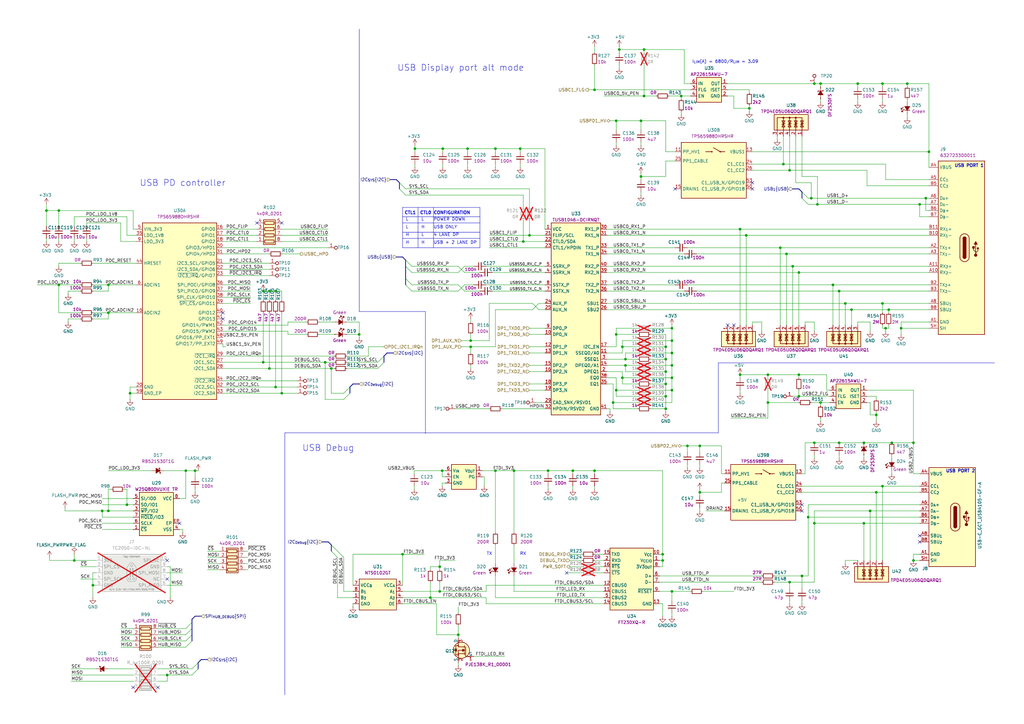
<source format=kicad_sch>
(kicad_sch (version 20250114) (generator "eeschema") (generator_version "9.0")
  (paper "A3")
  (title_block (title "Jetson AGX Thor Baseboard") (date "2025-08-11") (rev "1.0.0") (company "Antmicro Ltd") (comment 1 "www.antmicro.com"))
  (lib_symbols
    (symbol "+3V3_1" (power) (pin_numbers (hide yes)) (pin_names (hide yes))
      (property "Value" "+3V3_1" (at -3.175 2.54 0))
      (symbol "+3V3_1_1_1"
        (pin power_in line (at 0 0 90) (length 0) (hide yes) (name "+3V3") (number "1"))
      )
    )
    (symbol "+3V3_3" (power) (pin_numbers (hide yes)) (pin_names (hide yes))
      (property "Value" "+3V3_3" (at -3.175 2.54 0))
      (symbol "+3V3_3_1_1"
        (pin power_in line (at 0 0 90) (length 0) (hide yes) (name "+3V3") (number "1"))
      )
    )
    (symbol "+5V_1" (power) (pin_numbers (hide yes)) (pin_names (hide yes))
      (property "Value" "+5V_1" (at 15.24 -5.08 0))
      (symbol "+5V_1_1_1"
        (pin power_in line (at 0 0 90) (length 0) (name "+5V") (number "1"))
      )
    )
    (symbol "+5V_2" (power) (pin_numbers (hide yes)) (pin_names (hide yes))
      (property "Value" "+5V_2" (at 15.24 -5.08 0))
      (symbol "+5V_2_1_1"
        (pin power_in line (at 0 0 90) (length 0) (name "+5V") (number "1"))
      )
    )
    (symbol "AP22615A_TSOT26_1"
      (property "Reference" "U" (at 30.48 -2.54 0))
      (property "MPN" "AP22615AWU-7" (at 30.48 -12.7 0))
      (symbol "AP22615A_TSOT26_1_1_1"
        (pin power_in line (at 0 0 0) (length 2.54) (name "IN") (number "6"))
        (pin output line (at 0 -2.54 0) (length 2.54) (name "FLG") (number "3"))
        (pin input line (at 0 -5.08 0) (length 2.54) (name "EN") (number "4"))
        (pin power_out line (at 15.24 0 180) (length 2.54) (name "OUT") (number "1"))
        (pin passive line (at 15.24 -2.54 180) (length 2.54) (name "ISET") (number "5"))
        (pin power_in line (at 15.24 -5.08 180) (length 2.54) (name "GND") (number "2"))
      )
    )
    (symbol "C_100n_0402_1" (pin_numbers (hide yes)) (pin_names (hide yes))
      (property "Reference" "C" (at 20.32 -5.08 0))
      (property "Val" "100n" (at 20.32 -7.62 0))
      (symbol "C_100n_0402_1_1_1"
        (pin passive line (at 0 0 0) (length 2.032) (name "~") (number "1"))
        (pin passive line (at 5.08 0 180) (length 2.032) (name "~") (number "2"))
      )
    )
    (symbol "C_100n_0402_2" (pin_numbers (hide yes)) (pin_names (hide yes))
      (property "Reference" "C" (at 20.32 -5.08 0))
      (property "Val" "100n" (at 20.32 -7.62 0))
      (symbol "C_100n_0402_2_1_1"
        (pin passive line (at 0 0 0) (length 2.032) (name "~") (number "1"))
        (pin passive line (at 5.08 0 180) (length 2.032) (name "~") (number "2"))
      )
    )
    (symbol "C_100n_0402_3" (pin_numbers (hide yes)) (pin_names (hide yes))
      (property "Reference" "C" (at 20.32 -5.08 0))
      (property "Val" "100n" (at 20.32 -7.62 0))
      (symbol "C_100n_0402_3_1_1"
        (pin passive line (at 0 0 0) (length 2.032) (name "~") (number "1"))
        (pin passive line (at 5.08 0 180) (length 2.032) (name "~") (number "2"))
      )
    )
    (symbol "C_100n_0402_4" (pin_numbers (hide yes)) (pin_names (hide yes))
      (property "Reference" "C" (at 20.32 -5.08 0))
      (property "Val" "100n" (at 20.32 -7.62 0))
      (symbol "C_100n_0402_4_1_1"
        (pin passive line (at 0 0 0) (length 2.032) (name "~") (number "1"))
        (pin passive line (at 5.08 0 180) (length 2.032) (name "~") (number "2"))
      )
    )
    (symbol "C_100n_0402_5" (pin_numbers (hide yes)) (pin_names (hide yes))
      (property "Reference" "C" (at 20.32 -5.08 0))
      (property "Val" "100n" (at 20.32 -7.62 0))
      (symbol "C_100n_0402_5_1_1"
        (pin passive line (at 0 0 0) (length 2.032) (name "~") (number "1"))
        (pin passive line (at 5.08 0 180) (length 2.032) (name "~") (number "2"))
      )
    )
    (symbol "C_100n_0402_6" (pin_numbers (hide yes)) (pin_names (hide yes))
      (property "Reference" "C" (at 20.32 -5.08 0))
      (property "Val" "100n" (at 20.32 -7.62 0))
      (symbol "C_100n_0402_6_1_1"
        (pin passive line (at 0 0 0) (length 2.032) (name "~") (number "1"))
        (pin passive line (at 5.08 0 180) (length 2.032) (name "~") (number "2"))
      )
    )
    (symbol "C_100n_0402_7" (pin_numbers (hide yes)) (pin_names (hide yes))
      (property "Reference" "C" (at 20.32 -5.08 0))
      (property "Val" "100n" (at 20.32 -7.62 0))
      (symbol "C_100n_0402_7_1_1"
        (pin passive line (at 0 0 0) (length 2.032) (name "~") (number "1"))
        (pin passive line (at 5.08 0 180) (length 2.032) (name "~") (number "2"))
      )
    )
    (symbol "C_100n_0402_8" (pin_numbers (hide yes)) (pin_names (hide yes))
      (property "Reference" "C" (at 20.32 -5.08 0))
      (property "Val" "100n" (at 20.32 -7.62 0))
      (symbol "C_100n_0402_8_1_1"
        (pin passive line (at 0 0 0) (length 2.032) (name "~") (number "1"))
        (pin passive line (at 5.08 0 180) (length 2.032) (name "~") (number "2"))
      )
    )
    (symbol "C_4u7_25V_0402_1" (pin_numbers (hide yes)) (pin_names (hide yes))
      (property "Reference" "C" (at 20.32 -5.08 0))
      (property "Val" "4u7" (at 20.32 -7.62 0))
      (symbol "C_4u7_25V_0402_1_1_1"
        (pin passive line (at 0 0 0) (length 2.032) (name "~") (number "1"))
        (pin passive line (at 5.08 0 180) (length 2.032) (name "~") (number "2"))
      )
    )
    (symbol "DF2S30FS_SOD_1" (pin_numbers (hide yes)) (pin_names (hide yes))
      (property "Reference" "D" (at 21.59 -2.54 0))
      (property "MPN" "DF2S30FS" (at 21.59 -5.08 0))
      (symbol "DF2S30FS_SOD_1_1_1"
        (pin passive line (at 0 0 0) (length 0.635) (name "C") (number "1"))
        (pin passive line (at 5.08 0 180) (length 0.635) (name "A") (number "2"))
      )
    )
    (symbol "GND_3" (power) (pin_numbers (hide yes)) (pin_names (hide yes))
      (property "Value" "GND_3" (at 8.89 -5.08 0))
      (symbol "GND_3_1_1"
        (pin power_in line (at 0 0 270) (length 0) (name "GND") (number "1"))
      )
    )
    (symbol "LED_G_0603_LTST-C190GKT_1" (pin_numbers (hide yes)) (pin_names (hide yes))
      (property "Reference" "D" (at 22.86 -2.54 0))
      (property "Color" "Green" (at 22.86 -5.08 0))
      (symbol "LED_G_0603_LTST-C190GKT_1_1_1"
        (pin passive line (at 0 0 0) (length 0.635) (name "C") (number "1"))
        (pin passive line (at 5.08 0 180) (length 0.635) (name "A") (number "2"))
      )
    )
    (symbol "LED_G_0603_LTST-C190GKT_2" (pin_numbers (hide yes)) (pin_names (hide yes))
      (property "Reference" "D" (at 22.86 -2.54 0))
      (property "Color" "Green" (at 22.86 -5.08 0))
      (symbol "LED_G_0603_LTST-C190GKT_2_1_1"
        (pin passive line (at 0 0 0) (length 0.635) (name "C") (number "1"))
        (pin passive line (at 5.08 0 180) (length 0.635) (name "A") (number "2"))
      )
    )
    (symbol "LED_G_0603_LTST-C190GKT_3" (pin_numbers (hide yes)) (pin_names (hide yes))
      (property "Reference" "D" (at 22.86 -2.54 0))
      (property "Color" "Green" (at 22.86 -5.08 0))
      (symbol "LED_G_0603_LTST-C190GKT_3_1_1"
        (pin passive line (at 0 0 0) (length 0.635) (name "C") (number "1"))
        (pin passive line (at 5.08 0 180) (length 0.635) (name "A") (number "2"))
      )
    )
    (symbol "LED_G_0603_LTST-C190GKT_4" (pin_numbers (hide yes)) (pin_names (hide yes))
      (property "Reference" "D" (at 22.86 -2.54 0))
      (property "Color" "Green" (at 22.86 -5.08 0))
      (symbol "LED_G_0603_LTST-C190GKT_4_1_1"
        (pin passive line (at 0 0 0) (length 0.635) (name "C") (number "1"))
        (pin passive line (at 5.08 0 180) (length 0.635) (name "A") (number "2"))
      )
    )
    (symbol "LED_G_0603_LTST-C190GKT_5" (pin_numbers (hide yes)) (pin_names (hide yes))
      (property "Reference" "D" (at 22.86 -2.54 0))
      (property "Color" "Green" (at 22.86 -5.08 0))
      (symbol "LED_G_0603_LTST-C190GKT_5_1_1"
        (pin passive line (at 0 0 0) (length 0.635) (name "C") (number "1"))
        (pin passive line (at 5.08 0 180) (length 0.635) (name "A") (number "2"))
      )
    )
    (symbol "R_0R_0402_1" (pin_numbers (hide yes)) (pin_names (hide yes))
      (property "Reference" "R" (at 20.32 -5.08 0))
      (property "Val" "0R" (at 20.32 -7.62 0))
      (symbol "R_0R_0402_1_1_1"
        (pin passive line (at 0 0 0) (length 0.635) (name "~") (number "1"))
        (pin passive line (at 5.08 0 180) (length 0.635) (name "~") (number "2"))
      )
    )
    (symbol "R_0R_0402_10" (pin_numbers (hide yes)) (pin_names (hide yes))
      (property "Reference" "R" (at 20.32 -5.08 0))
      (property "Val" "0R" (at 20.32 -7.62 0))
      (symbol "R_0R_0402_10_1_1"
        (pin passive line (at 0 0 0) (length 0.635) (name "~") (number "1"))
        (pin passive line (at 5.08 0 180) (length 0.635) (name "~") (number "2"))
      )
    )
    (symbol "R_0R_0402_11" (pin_numbers (hide yes)) (pin_names (hide yes))
      (property "Reference" "R" (at 20.32 -5.08 0))
      (property "Val" "0R" (at 20.32 -7.62 0))
      (symbol "R_0R_0402_11_1_1"
        (pin passive line (at 0 0 0) (length 0.635) (name "~") (number "1"))
        (pin passive line (at 5.08 0 180) (length 0.635) (name "~") (number "2"))
      )
    )
    (symbol "R_0R_0402_2" (pin_numbers (hide yes)) (pin_names (hide yes))
      (property "Reference" "R" (at 20.32 -5.08 0))
      (property "Val" "0R" (at 20.32 -7.62 0))
      (symbol "R_0R_0402_2_1_1"
        (pin passive line (at 0 0 0) (length 0.635) (name "~") (number "1"))
        (pin passive line (at 5.08 0 180) (length 0.635) (name "~") (number "2"))
      )
    )
    (symbol "R_0R_0402_3" (pin_numbers (hide yes)) (pin_names (hide yes))
      (property "Reference" "R" (at 20.32 -5.08 0))
      (property "Val" "0R" (at 20.32 -7.62 0))
      (symbol "R_0R_0402_3_1_1"
        (pin passive line (at 0 0 0) (length 0.635) (name "~") (number "1"))
        (pin passive line (at 5.08 0 180) (length 0.635) (name "~") (number "2"))
      )
    )
    (symbol "R_0R_0402_4" (pin_numbers (hide yes)) (pin_names (hide yes))
      (property "Reference" "R" (at 20.32 -5.08 0))
      (property "Val" "0R" (at 20.32 -7.62 0))
      (symbol "R_0R_0402_4_1_1"
        (pin passive line (at 0 0 0) (length 0.635) (name "~") (number "1"))
        (pin passive line (at 5.08 0 180) (length 0.635) (name "~") (number "2"))
      )
    )
    (symbol "R_0R_0402_5" (pin_numbers (hide yes)) (pin_names (hide yes))
      (property "Reference" "R" (at 20.32 -5.08 0))
      (property "Val" "0R" (at 20.32 -7.62 0))
      (symbol "R_0R_0402_5_1_1"
        (pin passive line (at 0 0 0) (length 0.635) (name "~") (number "1"))
        (pin passive line (at 5.08 0 180) (length 0.635) (name "~") (number "2"))
      )
    )
    (symbol "R_0R_0402_6" (pin_numbers (hide yes)) (pin_names (hide yes))
      (property "Reference" "R" (at 20.32 -5.08 0))
      (property "Val" "0R" (at 20.32 -7.62 0))
      (symbol "R_0R_0402_6_1_1"
        (pin passive line (at 0 0 0) (length 0.635) (name "~") (number "1"))
        (pin passive line (at 5.08 0 180) (length 0.635) (name "~") (number "2"))
      )
    )
    (symbol "R_0R_0402_7" (pin_numbers (hide yes)) (pin_names (hide yes))
      (property "Reference" "R" (at 20.32 -5.08 0))
      (property "Val" "0R" (at 20.32 -7.62 0))
      (symbol "R_0R_0402_7_1_1"
        (pin passive line (at 0 0 0) (length 0.635) (name "~") (number "1"))
        (pin passive line (at 5.08 0 180) (length 0.635) (name "~") (number "2"))
      )
    )
    (symbol "R_0R_0402_8" (pin_numbers (hide yes)) (pin_names (hide yes))
      (property "Reference" "R" (at 20.32 -5.08 0))
      (property "Val" "0R" (at 20.32 -7.62 0))
      (symbol "R_0R_0402_8_1_1"
        (pin passive line (at 0 0 0) (length 0.635) (name "~") (number "1"))
        (pin passive line (at 5.08 0 180) (length 0.635) (name "~") (number "2"))
      )
    )
    (symbol "R_0R_0402_9" (pin_numbers (hide yes)) (pin_names (hide yes))
      (property "Reference" "R" (at 20.32 -5.08 0))
      (property "Val" "0R" (at 20.32 -7.62 0))
      (symbol "R_0R_0402_9_1_1"
        (pin passive line (at 0 0 0) (length 0.635) (name "~") (number "1"))
        (pin passive line (at 5.08 0 180) (length 0.635) (name "~") (number "2"))
      )
    )
    (symbol "R_100k_0402_1" (pin_numbers (hide yes)) (pin_names (hide yes))
      (property "Reference" "R" (at 20.32 -5.08 0))
      (property "Val" "100k" (at 20.32 -7.62 0))
      (symbol "R_100k_0402_1_1_1"
        (pin passive line (at 0 0 0) (length 0.635) (name "~") (number "1"))
        (pin passive line (at 5.08 0 180) (length 0.635) (name "~") (number "2"))
      )
    )
    (symbol "R_10k_0402_1" (pin_numbers (hide yes)) (pin_names (hide yes))
      (property "Reference" "R" (at 20.32 -5.08 0))
      (property "Val" "10k" (at 20.32 -7.62 0))
      (symbol "R_10k_0402_1_1_1"
        (pin passive line (at 0 0 0) (length 0.635) (name "~") (number "1"))
        (pin passive line (at 5.08 0 180) (length 0.635) (name "~") (number "2"))
      )
    )
    (symbol "R_10k_0402_2" (pin_numbers (hide yes)) (pin_names (hide yes))
      (property "Reference" "R" (at 20.32 -5.08 0))
      (property "Val" "10k" (at 20.32 -7.62 0))
      (symbol "R_10k_0402_2_1_1"
        (pin passive line (at 0 0 0) (length 0.635) (name "~") (number "1"))
        (pin passive line (at 5.08 0 180) (length 0.635) (name "~") (number "2"))
      )
    )
    (symbol "R_10k_0402_3" (pin_numbers (hide yes)) (pin_names (hide yes))
      (property "Reference" "R" (at 20.32 -5.08 0))
      (property "Val" "10k" (at 20.32 -7.62 0))
      (symbol "R_10k_0402_3_1_1"
        (pin passive line (at 0 0 0) (length 0.635) (name "~") (number "1"))
        (pin passive line (at 5.08 0 180) (length 0.635) (name "~") (number "2"))
      )
    )
    (symbol "R_10k_0402_4" (pin_numbers (hide yes)) (pin_names (hide yes))
      (property "Reference" "R" (at 20.32 -5.08 0))
      (property "Val" "10k" (at 20.32 -7.62 0))
      (symbol "R_10k_0402_4_1_1"
        (pin passive line (at 0 0 0) (length 0.635) (name "~") (number "1"))
        (pin passive line (at 5.08 0 180) (length 0.635) (name "~") (number "2"))
      )
    )
    (symbol "R_200R_0402_1" (pin_numbers (hide yes)) (pin_names (hide yes))
      (property "Reference" "R" (at 20.32 -5.08 0))
      (property "Val" "200R" (at 20.32 -7.62 0))
      (symbol "R_200R_0402_1_1_1"
        (pin passive line (at 0 0 0) (length 0.635) (name "~") (number "1"))
        (pin passive line (at 5.08 0 180) (length 0.635) (name "~") (number "2"))
      )
    )
    (symbol "R_200R_0402_2" (pin_numbers (hide yes)) (pin_names (hide yes))
      (property "Reference" "R" (at 20.32 -5.08 0))
      (property "Val" "200R" (at 20.32 -7.62 0))
      (symbol "R_200R_0402_2_1_1"
        (pin passive line (at 0 0 0) (length 0.635) (name "~") (number "1"))
        (pin passive line (at 5.08 0 180) (length 0.635) (name "~") (number "2"))
      )
    )
    (symbol "R_2k2_0402_1" (pin_numbers (hide yes)) (pin_names (hide yes))
      (property "Reference" "R" (at 20.32 -5.08 0))
      (property "Val" "2k2" (at 20.32 -7.62 0))
      (symbol "R_2k2_0402_1_1_1"
        (pin passive line (at 0 0 0) (length 0.635) (name "~") (number "1"))
        (pin passive line (at 5.08 0 180) (length 0.635) (name "~") (number "2"))
      )
    )
    (symbol "R_4k7_0402_1" (pin_numbers (hide yes)) (pin_names (hide yes))
      (property "Reference" "R" (at 20.32 -5.08 0))
      (property "Val" "4k7" (at 20.32 -7.62 0))
      (symbol "R_4k7_0402_1_1_1"
        (pin passive line (at 0 0 0) (length 0.635) (name "~") (number "1"))
        (pin passive line (at 5.08 0 180) (length 0.635) (name "~") (number "2"))
      )
    )
    (symbol "R_4k7_0402_2" (pin_numbers (hide yes)) (pin_names (hide yes))
      (property "Reference" "R" (at 20.32 -5.08 0))
      (property "Val" "4k7" (at 20.32 -7.62 0))
      (symbol "R_4k7_0402_2_1_1"
        (pin passive line (at 0 0 0) (length 0.635) (name "~") (number "1"))
        (pin passive line (at 5.08 0 180) (length 0.635) (name "~") (number "2"))
      )
    )
    (symbol "R_4k7_0402_3" (pin_numbers (hide yes)) (pin_names (hide yes))
      (property "Reference" "R" (at 20.32 -5.08 0))
      (property "Val" "4k7" (at 20.32 -7.62 0))
      (symbol "R_4k7_0402_3_1_1"
        (pin passive line (at 0 0 0) (length 0.635) (name "~") (number "1"))
        (pin passive line (at 5.08 0 180) (length 0.635) (name "~") (number "2"))
      )
    )
    (symbol "R_4k7_0402_4" (pin_numbers (hide yes)) (pin_names (hide yes))
      (property "Reference" "R" (at 20.32 -5.08 0))
      (property "Val" "4k7" (at 20.32 -7.62 0))
      (symbol "R_4k7_0402_4_1_1"
        (pin passive line (at 0 0 0) (length 0.635) (name "~") (number "1"))
        (pin passive line (at 5.08 0 180) (length 0.635) (name "~") (number "2"))
      )
    )
    (symbol "R_4k7_0402_5" (pin_numbers (hide yes)) (pin_names (hide yes))
      (property "Reference" "R" (at 20.32 -5.08 0))
      (property "Val" "4k7" (at 20.32 -7.62 0))
      (symbol "R_4k7_0402_5_1_1"
        (pin passive line (at 0 0 0) (length 0.635) (name "~") (number "1"))
        (pin passive line (at 5.08 0 180) (length 0.635) (name "~") (number "2"))
      )
    )
    (symbol "TPD4E05U06QDQARQ1_1"
      (property "Reference" "U" (at 24.13 0 0))
      (property "MPN" "TPD4E05U06QDQARQ1" (at 24.13 -2.54 0))
      (symbol "TPD4E05U06QDQARQ1_1_1_1"
        (pin passive line (at 0 0 0) (length 2.54) (name "~") (number "1"))
        (pin passive line (at 0 0 0) (length 2.54) (hide yes) (name "~") (number "10"))
        (pin passive line (at 0 -2.54 0) (length 2.54) (name "~") (number "2"))
        (pin passive line (at 0 -2.54 0) (length 2.54) (hide yes) (name "~") (number "9"))
        (pin passive line (at 0 -5.08 0) (length 2.54) (name "~") (number "4"))
        (pin passive line (at 0 -5.08 0) (length 2.54) (hide yes) (name "~") (number "7"))
        (pin passive line (at 0 -7.62 0) (length 2.54) (name "~") (number "5"))
        (pin passive line (at 0 -7.62 0) (length 2.54) (hide yes) (name "~") (number "6"))
        (pin power_in line (at 0 -10.16 0) (length 2.54) (name "~") (number "3"))
        (pin passive line (at 0 -10.16 0) (length 2.54) (hide yes) (name "~") (number "8"))
      )
    )
    (symbol "TPS65988DHRSHR_1"
      (property "Reference" "U" (at 49.53 -2.54 0))
      (property "MPN" "TPS65988DHRSHR " (at 49.53 -12.7 0))
      (symbol "TPS65988DHRSHR_1_1_1"
        (pin power_in line (at 0 0 0) (length 2.54) (name "VIN_3V3") (number "5"))
        (pin power_out line (at 0 -2.54 0) (length 2.54) (name "LDO_1V8") (number "35"))
        (pin power_out line (at 0 -5.08 0) (length 2.54) (name "LDO_3V3") (number "9"))
        (pin input line (at 0 -13.97 0) (length 2.54) (name "HRESET") (number "44"))
        (pin input line (at 0 -22.86 0) (length 2.54) (name "ADCIN1") (number "6"))
        (pin input line (at 0 -34.29 0) (length 2.54) (name "ADCIN2") (number "10"))
        (pin power_in line (at 0 -64.77 0) (length 2.54) (name "GND") (number "20"))
        (pin passive line (at 0 -64.77 0) (length 2.54) (hide yes) (name "GND") (number "51"))
        (pin power_in line (at 0 -67.31 0) (length 2.54) (name "GND_EP") (number "59"))
        (pin bidirectional line (at 35.56 0 180) (length 2.54) (name "GPIO0") (number "16"))
        (pin bidirectional line (at 35.56 -2.54 180) (length 2.54) (name "GPIO1") (number "17"))
        (pin bidirectional line (at 35.56 -5.08 180) (length 2.54) (name "GPIO2") (number "18"))
        (pin bidirectional line (at 35.56 -7.62 180) (length 2.54) (name "GPIO3/HPD1") (number "30"))
        (pin bidirectional line (at 35.56 -10.16 180) (length 2.54) (name "GPIO4/HPD2") (number "31"))
        (pin bidirectional line (at 35.56 -13.97 180) (length 2.54) (name "I2C3_SCL/GPIO5") (number "21"))
        (pin bidirectional line (at 35.56 -16.51 180) (length 2.54) (name "I2C3_SDA/GPIO6") (number "22"))
        (pin bidirectional line (at 35.56 -19.05 180) (length 2.54) (name "~{I2C3_IRQ}/GPIO7") (number "23"))
        (pin bidirectional line (at 35.56 -22.86 180) (length 2.54) (name "SPI_POCI/GPIO8") (number "36"))
        (pin bidirectional line (at 35.56 -25.4 180) (length 2.54) (name "SPI_PICO/GPIO9") (number "37"))
        (pin bidirectional line (at 35.56 -27.94 180) (length 2.54) (name "SPI_CLK/GPIO10") (number "38"))
        (pin bidirectional line (at 35.56 -30.48 180) (length 2.54) (name "~{SPI_CS}/GPIO11") (number "39"))
        (pin bidirectional line (at 35.56 -34.29 180) (length 2.54) (name "GPIO12") (number "40"))
        (pin bidirectional line (at 35.56 -36.83 180) (length 2.54) (name "GPIO13") (number "41"))
        (pin bidirectional line (at 35.56 -39.37 180) (length 2.54) (name "GPIO14/PWM1") (number "42"))
        (pin bidirectional line (at 35.56 -41.91 180) (length 2.54) (name "GPIO15/PWM2") (number "43"))
        (pin bidirectional line (at 35.56 -44.45 180) (length 2.54) (name "GPIO16/PP_EXT1") (number "48"))
        (pin bidirectional line (at 35.56 -46.99 180) (length 2.54) (name "GPIO17/PP_EXT2") (number "49"))
        (pin output line (at 35.56 -52.07 180) (length 2.54) (name "~{I2C1_IRQ}") (number "29"))
        (pin bidirectional line (at 35.56 -54.61 180) (length 2.54) (name "I2C1_SCL") (number "27"))
        (pin bidirectional line (at 35.56 -57.15 180) (length 2.54) (name "I2C1_SDA") (number "28"))
        (pin output line (at 35.56 -62.23 180) (length 2.54) (name "~{I2C2_IRQ}") (number "34"))
        (pin bidirectional line (at 35.56 -64.77 180) (length 2.54) (name "I2C2_SCL") (number "32"))
        (pin bidirectional line (at 35.56 -67.31 180) (length 2.54) (name "I2C2_SDA") (number "33"))
      )
      (symbol "TPS65988DHRSHR_1_2_1"
        (pin bidirectional line (at 0 0 0) (length 2.54) (name "VBUS1") (number "13"))
        (pin bidirectional line (at 0 -5.08 0) (length 2.54) (name "C1_CC1") (number "24"))
        (pin bidirectional line (at 0 -7.62 0) (length 2.54) (name "C1_CC2") (number "26"))
        (pin bidirectional line (at 0 -12.7 0) (length 2.54) (name "C1_USB_N/GPIO19") (number "53"))
        (pin bidirectional line (at 0 -15.24 0) (length 2.54) (name "C1_USB_P/GPIO18") (number "50"))
        (pin bidirectional line (at 31.75 0 180) (length 2.54) (name "PP_HV1") (number "11"))
        (pin power_in line (at 31.75 -3.81 180) (length 2.54) (name "PP1_CABLE") (number "25"))
        (pin passive line (at 31.75 -15.24 180) (length 2.54) (name "DRAIN1") (number "15"))
        (pin passive line (at 31.75 -15.24 180) (length 2.54) (hide yes) (name "DRAIN1") (number "19"))
        (pin passive line (at 31.75 -15.24 180) (length 2.54) (hide yes) (name "DRAIN1") (number "58"))
        (pin passive line (at 31.75 -15.24 180) (length 2.54) (hide yes) (name "DRAIN1") (number "8"))
      )
      (symbol "TPS65988DHRSHR_1_3_1"
        (pin bidirectional line (at 0 0 0) (length 2.54) (name "VBUS2") (number "3"))
        (pin bidirectional line (at 0 -5.08 0) (length 2.54) (name "C2_CC1") (number "45"))
        (pin bidirectional line (at 0 -7.62 0) (length 2.54) (name "C2_CC2") (number "47"))
        (pin bidirectional line (at 0 -12.7 0) (length 2.54) (name "C2_USB_N/GPIO21") (number "55"))
        (pin bidirectional line (at 0 -15.24 0) (length 2.54) (name "C2_USB_P/GPIO20") (number "54"))
        (pin bidirectional line (at 31.75 0 180) (length 2.54) (name "PP_HV2") (number "1"))
        (pin power_in line (at 31.75 -3.81 180) (length 2.54) (name "PP2_CABLE") (number "46"))
        (pin passive line (at 31.75 -15.24 180) (length 2.54) (name "DRAIN2") (number "52"))
        (pin passive line (at 31.75 -15.24 180) (length 2.54) (hide yes) (name "DRAIN2") (number "56"))
        (pin passive line (at 31.75 -15.24 180) (length 2.54) (hide yes) (name "DRAIN2") (number "57"))
        (pin passive line (at 31.75 -15.24 180) (length 2.54) (hide yes) (name "DRAIN2") (number "7"))
      )
    )
    (symbol "TPS65988DHRSHR_2"
      (property "Reference" "U" (at 49.53 -2.54 0))
      (property "MPN" "TPS65988DHRSHR " (at 49.53 -12.7 0))
      (symbol "TPS65988DHRSHR_2_1_1"
        (pin power_in line (at 0 0 0) (length 2.54) (name "VIN_3V3") (number "5"))
        (pin power_out line (at 0 -2.54 0) (length 2.54) (name "LDO_1V8") (number "35"))
        (pin power_out line (at 0 -5.08 0) (length 2.54) (name "LDO_3V3") (number "9"))
        (pin input line (at 0 -13.97 0) (length 2.54) (name "HRESET") (number "44"))
        (pin input line (at 0 -22.86 0) (length 2.54) (name "ADCIN1") (number "6"))
        (pin input line (at 0 -34.29 0) (length 2.54) (name "ADCIN2") (number "10"))
        (pin power_in line (at 0 -64.77 0) (length 2.54) (name "GND") (number "20"))
        (pin passive line (at 0 -64.77 0) (length 2.54) (hide yes) (name "GND") (number "51"))
        (pin power_in line (at 0 -67.31 0) (length 2.54) (name "GND_EP") (number "59"))
        (pin bidirectional line (at 35.56 0 180) (length 2.54) (name "GPIO0") (number "16"))
        (pin bidirectional line (at 35.56 -2.54 180) (length 2.54) (name "GPIO1") (number "17"))
        (pin bidirectional line (at 35.56 -5.08 180) (length 2.54) (name "GPIO2") (number "18"))
        (pin bidirectional line (at 35.56 -7.62 180) (length 2.54) (name "GPIO3/HPD1") (number "30"))
        (pin bidirectional line (at 35.56 -10.16 180) (length 2.54) (name "GPIO4/HPD2") (number "31"))
        (pin bidirectional line (at 35.56 -13.97 180) (length 2.54) (name "I2C3_SCL/GPIO5") (number "21"))
        (pin bidirectional line (at 35.56 -16.51 180) (length 2.54) (name "I2C3_SDA/GPIO6") (number "22"))
        (pin bidirectional line (at 35.56 -19.05 180) (length 2.54) (name "~{I2C3_IRQ}/GPIO7") (number "23"))
        (pin bidirectional line (at 35.56 -22.86 180) (length 2.54) (name "SPI_POCI/GPIO8") (number "36"))
        (pin bidirectional line (at 35.56 -25.4 180) (length 2.54) (name "SPI_PICO/GPIO9") (number "37"))
        (pin bidirectional line (at 35.56 -27.94 180) (length 2.54) (name "SPI_CLK/GPIO10") (number "38"))
        (pin bidirectional line (at 35.56 -30.48 180) (length 2.54) (name "~{SPI_CS}/GPIO11") (number "39"))
        (pin bidirectional line (at 35.56 -34.29 180) (length 2.54) (name "GPIO12") (number "40"))
        (pin bidirectional line (at 35.56 -36.83 180) (length 2.54) (name "GPIO13") (number "41"))
        (pin bidirectional line (at 35.56 -39.37 180) (length 2.54) (name "GPIO14/PWM1") (number "42"))
        (pin bidirectional line (at 35.56 -41.91 180) (length 2.54) (name "GPIO15/PWM2") (number "43"))
        (pin bidirectional line (at 35.56 -44.45 180) (length 2.54) (name "GPIO16/PP_EXT1") (number "48"))
        (pin bidirectional line (at 35.56 -46.99 180) (length 2.54) (name "GPIO17/PP_EXT2") (number "49"))
        (pin output line (at 35.56 -52.07 180) (length 2.54) (name "~{I2C1_IRQ}") (number "29"))
        (pin bidirectional line (at 35.56 -54.61 180) (length 2.54) (name "I2C1_SCL") (number "27"))
        (pin bidirectional line (at 35.56 -57.15 180) (length 2.54) (name "I2C1_SDA") (number "28"))
        (pin output line (at 35.56 -62.23 180) (length 2.54) (name "~{I2C2_IRQ}") (number "34"))
        (pin bidirectional line (at 35.56 -64.77 180) (length 2.54) (name "I2C2_SCL") (number "32"))
        (pin bidirectional line (at 35.56 -67.31 180) (length 2.54) (name "I2C2_SDA") (number "33"))
      )
      (symbol "TPS65988DHRSHR_2_2_1"
        (pin bidirectional line (at 0 0 0) (length 2.54) (name "VBUS1") (number "13"))
        (pin bidirectional line (at 0 -5.08 0) (length 2.54) (name "C1_CC1") (number "24"))
        (pin bidirectional line (at 0 -7.62 0) (length 2.54) (name "C1_CC2") (number "26"))
        (pin bidirectional line (at 0 -12.7 0) (length 2.54) (name "C1_USB_N/GPIO19") (number "53"))
        (pin bidirectional line (at 0 -15.24 0) (length 2.54) (name "C1_USB_P/GPIO18") (number "50"))
        (pin bidirectional line (at 31.75 0 180) (length 2.54) (name "PP_HV1") (number "11"))
        (pin power_in line (at 31.75 -3.81 180) (length 2.54) (name "PP1_CABLE") (number "25"))
        (pin passive line (at 31.75 -15.24 180) (length 2.54) (name "DRAIN1") (number "15"))
        (pin passive line (at 31.75 -15.24 180) (length 2.54) (hide yes) (name "DRAIN1") (number "19"))
        (pin passive line (at 31.75 -15.24 180) (length 2.54) (hide yes) (name "DRAIN1") (number "58"))
        (pin passive line (at 31.75 -15.24 180) (length 2.54) (hide yes) (name "DRAIN1") (number "8"))
      )
      (symbol "TPS65988DHRSHR_2_3_1"
        (pin bidirectional line (at 0 0 0) (length 2.54) (name "VBUS2") (number "3"))
        (pin bidirectional line (at 0 -5.08 0) (length 2.54) (name "C2_CC1") (number "45"))
        (pin bidirectional line (at 0 -7.62 0) (length 2.54) (name "C2_CC2") (number "47"))
        (pin bidirectional line (at 0 -12.7 0) (length 2.54) (name "C2_USB_N/GPIO21") (number "55"))
        (pin bidirectional line (at 0 -15.24 0) (length 2.54) (name "C2_USB_P/GPIO20") (number "54"))
        (pin bidirectional line (at 31.75 0 180) (length 2.54) (name "PP_HV2") (number "1"))
        (pin power_in line (at 31.75 -3.81 180) (length 2.54) (name "PP2_CABLE") (number "46"))
        (pin passive line (at 31.75 -15.24 180) (length 2.54) (name "DRAIN2") (number "52"))
        (pin passive line (at 31.75 -15.24 180) (length 2.54) (hide yes) (name "DRAIN2") (number "56"))
        (pin passive line (at 31.75 -15.24 180) (length 2.54) (hide yes) (name "DRAIN2") (number "57"))
        (pin passive line (at 31.75 -15.24 180) (length 2.54) (hide yes) (name "DRAIN2") (number "7"))
      )
    )
    (symbol "TP_0.75mm_SMD_1" (pin_names (hide yes)) (in_bom no)
      (property "Reference" "TP" (at 10.16 -1.27 0))
      (symbol "TP_0.75mm_SMD_1_1_1"
        (pin passive line (at 0 0 0) (length 2.54) (name "1") (number "1"))
      )
    )
    (symbol "TP_0.75mm_SMD_10" (pin_names (hide yes)) (in_bom no)
      (property "Reference" "TP" (at 10.16 -1.27 0))
      (symbol "TP_0.75mm_SMD_10_1_1"
        (pin passive line (at 0 0 0) (length 2.54) (name "1") (number "1"))
      )
    )
    (symbol "TP_0.75mm_SMD_2" (pin_names (hide yes)) (in_bom no)
      (property "Reference" "TP" (at 10.16 -1.27 0))
      (symbol "TP_0.75mm_SMD_2_1_1"
        (pin passive line (at 0 0 0) (length 2.54) (name "1") (number "1"))
      )
    )
    (symbol "TP_0.75mm_SMD_3" (pin_names (hide yes)) (in_bom no)
      (property "Reference" "TP" (at 10.16 -1.27 0))
      (symbol "TP_0.75mm_SMD_3_1_1"
        (pin passive line (at 0 0 0) (length 2.54) (name "1") (number "1"))
      )
    )
    (symbol "TP_0.75mm_SMD_4" (pin_names (hide yes)) (in_bom no)
      (property "Reference" "TP" (at 10.16 -1.27 0))
      (symbol "TP_0.75mm_SMD_4_1_1"
        (pin passive line (at 0 0 0) (length 2.54) (name "1") (number "1"))
      )
    )
    (symbol "TP_0.75mm_SMD_5" (pin_names (hide yes)) (in_bom no)
      (property "Reference" "TP" (at 10.16 -1.27 0))
      (symbol "TP_0.75mm_SMD_5_1_1"
        (pin passive line (at 0 0 0) (length 2.54) (name "1") (number "1"))
      )
    )
    (symbol "TP_0.75mm_SMD_6" (pin_names (hide yes)) (in_bom no)
      (property "Reference" "TP" (at 10.16 -1.27 0))
      (symbol "TP_0.75mm_SMD_6_1_1"
        (pin passive line (at 0 0 0) (length 2.54) (name "1") (number "1"))
      )
    )
    (symbol "TP_0.75mm_SMD_7" (pin_names (hide yes)) (in_bom no)
      (property "Reference" "TP" (at 10.16 -1.27 0))
      (symbol "TP_0.75mm_SMD_7_1_1"
        (pin passive line (at 0 0 0) (length 2.54) (name "1") (number "1"))
      )
    )
    (symbol "Tag-Connect_TC2050-IDC-NL_2x5_P1.27mm_1" (in_bom no)
      (property "Reference" "J" (at 38.1 -1.27 0))
      (property "MPN" "TC2050-IDC-NL" (at 38.1 -11.43 0))
      (symbol "Tag-Connect_TC2050-IDC-NL_2x5_P1.27mm_1_1_1"
        (text "Tag-Connect" (at 14.605 1.651 0) (effects (font (size 0.7 0.7))))
        (text "ALT: 3.3V I2C/JTAG/SPI/SWD/FTDI" (at 14.732 -11.938 0) (effects (font (size 0.7 0.7))))
        (pin passive line (at 0 0 0) (length 2.54) (name "1") (number "1") (alternate "3V3" passive line))
        (pin passive line (at 0 -2.54 0) (length 2.54) (name "2") (number "2") (alternate "SPI_CS" passive line))
        (pin passive line (at 0 -5.08 0) (length 2.54) (name "3") (number "3") (alternate "GND" passive line))
        (pin passive line (at 0 -7.62 0) (length 2.54) (name "4") (number "4") (alternate "SPI_SCK" passive line))
        (pin passive line (at 0 -10.16 0) (length 2.54) (name "5") (number "5") (alternate "GND" passive line))
        (pin passive line (at 29.21 0 180) (length 2.54) (name "10") (number "10") (alternate "SPI_NC" passive line))
        (pin passive line (at 29.21 -2.54 180) (length 2.54) (name "9") (number "9") (alternate "GND" passive line))
        (pin passive line (at 29.21 -5.08 180) (length 2.54) (name "8") (number "8") (alternate "SPI_MOSI" passive line))
        (pin passive line (at 29.21 -7.62 180) (length 2.54) (name "7") (number "7") (alternate "NC" passive line))
        (pin passive line (at 29.21 -10.16 180) (length 2.54) (name "6") (number "6") (alternate "SPI_MISO" passive line))
      )
    )
    (symbol "antmicroCapacitors0402:C_100n_0402" (pin_numbers (hide yes)) (pin_names (hide yes))
      (property "Reference" "C" (at 20.32 -5.08 0))
      (property "Val" "100n" (at 20.32 -7.62 0))
      (symbol "C_100n_0402_1_1"
        (pin passive line (at 0 0 0) (length 2.032) (name "~") (number "1"))
        (pin passive line (at 5.08 0 180) (length 2.032) (name "~") (number "2"))
      )
    )
    (symbol "antmicroCapacitors0402:C_10u_0402" (pin_numbers (hide yes)) (pin_names (hide yes))
      (property "Reference" "C" (at 20.32 -5.08 0))
      (property "Val" "10u" (at 20.32 -7.62 0))
      (symbol "C_10u_0402_1_1"
        (pin passive line (at 0 0 0) (length 2.032) (name "~") (number "1"))
        (pin passive line (at 5.08 0 180) (length 2.032) (name "~") (number "2"))
      )
    )
    (symbol "antmicroCapacitors0402:C_1u_25V_0402" (pin_numbers (hide yes)) (pin_names (hide yes))
      (property "Reference" "C" (at 20.32 -5.08 0))
      (property "Val" "1u" (at 20.32 -7.62 0))
      (symbol "C_1u_25V_0402_1_1"
        (pin passive line (at 0 0 0) (length 2.032) (name "~") (number "1"))
        (pin passive line (at 5.08 0 180) (length 2.032) (name "~") (number "2"))
      )
    )
    (symbol "antmicroCapacitors0402:C_47p_0402" (pin_numbers (hide yes)) (pin_names (hide yes))
      (property "Reference" "C" (at 20.32 -5.08 0))
      (property "Val" "47p" (at 20.32 -7.62 0))
      (symbol "C_47p_0402_1_1"
        (pin passive line (at 0 0 0) (length 2.032) (name "~") (number "1"))
        (pin passive line (at 5.08 0 180) (length 2.032) (name "~") (number "2"))
      )
    )
    (symbol "antmicroCapacitors0402:C_4u7_25V_0402" (pin_numbers (hide yes)) (pin_names (hide yes))
      (property "Reference" "C" (at 20.32 -5.08 0))
      (property "Val" "4u7" (at 20.32 -7.62 0))
      (symbol "C_4u7_25V_0402_1_1"
        (pin passive line (at 0 0 0) (length 2.032) (name "~") (number "1"))
        (pin passive line (at 5.08 0 180) (length 2.032) (name "~") (number "2"))
      )
    )
    (symbol "antmicroCapacitors0603:C_10u_25V_0603" (pin_numbers (hide yes)) (pin_names (hide yes))
      (property "Reference" "C" (at 20.32 -5.08 0))
      (property "Val" "10u" (at 20.32 -7.62 0))
      (symbol "C_10u_25V_0603_1_1"
        (pin passive line (at 0 0 0) (length 2.032) (name "~") (number "1"))
        (pin passive line (at 5.08 0 180) (length 2.032) (name "~") (number "2"))
      )
    )
    (symbol "antmicroCapacitorsmisc:C_100n_0201" (pin_numbers (hide yes)) (pin_names (hide yes))
      (property "Reference" "C" (at 20.32 -5.08 0))
      (property "Val" "100n" (at 20.32 -7.62 0))
      (symbol "C_100n_0201_1_1"
        (pin passive line (at 0 0 0) (length 2.032) (name "~") (number "1"))
        (pin passive line (at 5.08 0 180) (length 2.032) (name "~") (number "2"))
      )
    )
    (symbol "antmicroDiodesRectifiersSingle:RB521S30T1G" (pin_numbers (hide yes)) (pin_names (hide yes))
      (property "Reference" "D" (at 22.86 -5.08 0))
      (property "MPN" "RB521S30T1G" (at 22.86 -7.62 0))
      (symbol "RB521S30T1G_1_1"
        (pin passive line (at 0 0 0) (length 0.635) (name "C") (number "1"))
        (pin passive line (at 5.08 0 180) (length 0.635) (name "A") (number "2"))
      )
    )
    (symbol "antmicroInterfaceControllers:FT230X_QFN"
      (property "Reference" "U" (at 39.37 -7.62 0))
      (property "MPN" "FT230XQ-R" (at 39.37 -20.32 0))
      (symbol "FT230X_QFN_1_1"
        (pin power_in line (at 0 0 0) (length 2.54) (name "V_{CC}") (number "10"))
        (pin power_in line (at 0 -2.54 0) (length 2.54) (name "V_{CCIO}") (number "1"))
        (pin passive line (at 0 -5.08 0) (length 2.54) (name "3V3_{OUT}") (number "8"))
        (pin input line (at 0 -8.89 0) (length 2.54) (name "D+") (number "6"))
        (pin input line (at 0 -11.43 0) (length 2.54) (name "D-") (number "7"))
        (pin input line (at 0 -15.24 0) (length 2.54) (name "~{RESET}") (number "9"))
        (pin power_in line (at 0 -20.32 0) (length 2.54) (name "GND") (number "13"))
        (pin passive line (at 0 -20.32 0) (length 2.54) (hide yes) (name "GND") (number "17"))
        (pin passive line (at 0 -20.32 0) (length 2.54) (hide yes) (name "GND") (number "3"))
        (pin output line (at 22.86 0 180) (length 2.54) (name "TXD") (number "15"))
        (pin input line (at 22.86 -2.54 180) (length 2.54) (name "RXD") (number "2"))
        (pin output line (at 22.86 -5.08 180) (length 2.54) (name "~{RTS}") (number "16"))
        (pin input line (at 22.86 -7.62 180) (length 2.54) (name "~{CTS}") (number "4"))
        (pin bidirectional line (at 22.86 -12.7 180) (length 2.54) (name "CBUS0") (number "12"))
        (pin bidirectional line (at 22.86 -15.24 180) (length 2.54) (name "CBUS1") (number "11"))
        (pin bidirectional line (at 22.86 -17.78 180) (length 2.54) (name "CBUS2") (number "5"))
        (pin bidirectional line (at 22.86 -20.32 180) (length 2.54) (name "CBUS3") (number "14"))
      )
    )
    (symbol "antmicroInterfaceControllers:TUSB1046-DCIRNQ"
      (property "Reference" "U" (at 38.1 -2.54 0))
      (property "MPN" "TUSB1046-DCIRNQT" (at 38.1 -12.7 0))
      (symbol "TUSB1046-DCIRNQ_1_1"
        (pin power_in line (at 0 0 0) (length 2.54) (name "VCC") (number "1"))
        (pin passive line (at 0 0 0) (length 2.54) (hide yes) (name "VCC") (number "20"))
        (pin passive line (at 0 0 0) (length 2.54) (hide yes) (name "VCC") (number "28"))
        (pin passive line (at 0 0 0) (length 2.54) (hide yes) (name "VCC") (number "6"))
        (pin input line (at 0 -2.54 0) (length 2.54) (name "FLIP/SCL") (number "21"))
        (pin input line (at 0 -5.08 0) (length 2.54) (name "CTL0/SDA") (number "22"))
        (pin input line (at 0 -7.62 0) (length 2.54) (name "CTL1/HPDIN") (number "23"))
        (pin output line (at 0 -15.24 0) (length 2.54) (name "SSRX_P") (number "5"))
        (pin output line (at 0 -17.78 0) (length 2.54) (name "SSRX_N") (number "4"))
        (pin input line (at 0 -22.86 0) (length 2.54) (name "SSTX_P") (number "8"))
        (pin input line (at 0 -25.4 0) (length 2.54) (name "SSTX_N") (number "7"))
        (pin bidirectional line (at 0 -30.48 0) (length 2.54) (name "AUX_P") (number "24"))
        (pin bidirectional line (at 0 -33.02 0) (length 2.54) (name "AUX_N") (number "25"))
        (pin input line (at 0 -40.64 0) (length 2.54) (name "DP0_P") (number "9"))
        (pin input line (at 0 -43.18 0) (length 2.54) (name "DP0_N") (number "10"))
        (pin input line (at 0 -48.26 0) (length 2.54) (name "DP1_P") (number "12"))
        (pin input line (at 0 -50.8 0) (length 2.54) (name "DP1_N") (number "13"))
        (pin input line (at 0 -55.88 0) (length 2.54) (name "DP2_P") (number "15"))
        (pin input line (at 0 -58.42 0) (length 2.54) (name "DP2_N") (number "16"))
        (pin input line (at 0 -63.5 0) (length 2.54) (name "DP3_P") (number "18"))
        (pin input line (at 0 -66.04 0) (length 2.54) (name "DP3_N") (number "19"))
        (pin bidirectional line (at 0 -71.12 0) (length 2.54) (name "CAD_SNK/RSVD1") (number "29"))
        (pin bidirectional line (at 0 -73.66 0) (length 2.54) (name "HPDIN/RSVD2") (number "32"))
        (pin input line (at 25.4 0 180) (length 2.54) (name "RX1_P") (number "30"))
        (pin input line (at 25.4 -2.54 180) (length 2.54) (name "RX1_N") (number "31"))
        (pin output line (at 25.4 -7.62 180) (length 2.54) (name "TX1_P") (number "33"))
        (pin output line (at 25.4 -10.16 180) (length 2.54) (name "TX1_N") (number "34"))
        (pin input line (at 25.4 -15.24 180) (length 2.54) (name "RX2_P") (number "40"))
        (pin input line (at 25.4 -17.78 180) (length 2.54) (name "RX2_N") (number "39"))
        (pin output line (at 25.4 -22.86 180) (length 2.54) (name "TX2_P") (number "37"))
        (pin output line (at 25.4 -25.4 180) (length 2.54) (name "TX2_N") (number "36"))
        (pin bidirectional line (at 25.4 -30.48 180) (length 2.54) (name "SBU1") (number "27"))
        (pin bidirectional line (at 25.4 -33.02 180) (length 2.54) (name "SBU2") (number "26"))
        (pin input line (at 25.4 -48.26 180) (length 2.54) (name "I2C_EN") (number "17"))
        (pin input line (at 25.4 -50.8 180) (length 2.54) (name "SSEQ0/A0") (number "11"))
        (pin input line (at 25.4 -53.34 180) (length 2.54) (name "SSEQ1") (number "3"))
        (pin input line (at 25.4 -55.88 180) (length 2.54) (name "DPEQ0/A1") (number "14"))
        (pin input line (at 25.4 -58.42 180) (length 2.54) (name "DPEQ1") (number "2"))
        (pin input line (at 25.4 -60.96 180) (length 2.54) (name "EQ0") (number "38"))
        (pin input line (at 25.4 -63.5 180) (length 2.54) (name "EQ1") (number "35"))
        (pin power_in line (at 25.4 -73.66 180) (length 2.54) (name "GND") (number "41"))
      )
    )
    (symbol "antmicroLEDIndicationDiscrete:LED_G_0603_LTST-C190GKT" (pin_numbers (hide yes)) (pin_names (hide yes))
      (property "Reference" "D" (at 22.86 -2.54 0))
      (property "Color" "Green" (at 22.86 -5.08 0))
      (symbol "LED_G_0603_LTST-C190GKT_1_1"
        (pin passive line (at 0 0 0) (length 0.635) (name "C") (number "1"))
        (pin passive line (at 5.08 0 180) (length 0.635) (name "A") (number "2"))
      )
    )
    (symbol "antmicroLogicTranslatorsLevelShifters:NTS0102_XSON"
      (property "Reference" "U" (at 35.56 -2.54 0))
      (property "MPN" "NTS0102GT" (at 35.56 -5.08 0))
      (symbol "NTS0102_XSON_1_1"
        (pin power_in line (at 0 0 0) (length 2.54) (name "VCC_{A}") (number "3"))
        (pin bidirectional line (at 0 -2.54 0) (length 2.54) (name "A_{1}") (number "5"))
        (pin bidirectional line (at 0 -5.08 0) (length 2.54) (name "A_{2}") (number "4"))
        (pin input line (at 0 -7.62 0) (length 2.54) (name "OE") (number "6"))
        (pin power_in line (at 20.32 0 180) (length 2.54) (name "VCC_{B}") (number "7"))
        (pin bidirectional line (at 20.32 -2.54 180) (length 2.54) (name "B_{1}") (number "8"))
        (pin bidirectional line (at 20.32 -5.08 180) (length 2.54) (name "B_{2}") (number "1"))
        (pin power_in line (at 20.32 -7.62 180) (length 2.54) (name "GND") (number "2"))
      )
    )
    (symbol "antmicroMemory:W25Q80DV_USON"
      (property "Reference" "U" (at 38.1 -6.35 0))
      (property "MPN" "W25Q80DVUXIE TR" (at 38.1 -16.51 0))
      (symbol "W25Q80DV_USON_1_1"
        (pin input line (at 0 0 0) (length 2.54) (name "SI/IO0") (number "5"))
        (pin input line (at 0 -2.54 0) (length 2.54) (name "SO/IO1") (number "2"))
        (pin input line (at 0 -5.08 0) (length 2.54) (name "~{WP}/IO2") (number "3"))
        (pin input line (at 0 -7.62 0) (length 2.54) (name "~{HOLD}/IO3") (number "7"))
        (pin input line (at 0 -10.16 0) (length 2.54) (name "SCLK") (number "6"))
        (pin input line (at 0 -12.7 0) (length 2.54) (name "~{CS}") (number "1"))
        (pin power_in line (at 19.05 0 180) (length 2.54) (name "VCC") (number "8"))
        (pin power_in line (at 19.05 -10.16 180) (length 2.54) (name "EP") (number "EP"))
        (pin power_in line (at 19.05 -12.7 180) (length 2.54) (name "VSS") (number "4"))
      )
    )
    (symbol "antmicroPMICPowerDistributionSwitchesLoadDrivers:AP22615A_TSOT26"
      (property "Reference" "U" (at 30.48 -2.54 0))
      (property "MPN" "AP22615AWU-7" (at 30.48 -12.7 0))
      (symbol "AP22615A_TSOT26_1_1"
        (pin power_in line (at 0 0 0) (length 2.54) (name "IN") (number "6"))
        (pin output line (at 0 -2.54 0) (length 2.54) (name "FLG") (number "3"))
        (pin input line (at 0 -5.08 0) (length 2.54) (name "EN") (number "4"))
        (pin power_out line (at 15.24 0 180) (length 2.54) (name "OUT") (number "1"))
        (pin passive line (at 15.24 -2.54 180) (length 2.54) (name "ISET") (number "5"))
        (pin power_in line (at 15.24 -5.08 180) (length 2.54) (name "GND") (number "2"))
      )
    )
    (symbol "antmicroPMICVoltageRegulatorsLinear:NCP730BMT330_WSON"
      (property "Reference" "U" (at 30.48 -2.54 0))
      (property "MPN" "NCP730BMT330TBG" (at 30.48 -12.7 0))
      (symbol "NCP730BMT330_WSON_1_1"
        (pin power_in line (at 0 0 0) (length 2.54) (name "V_{IN}") (number "6"))
        (pin input line (at 0 -2.54 0) (length 2.54) (name "EN") (number "4"))
        (pin power_in line (at 0 -5.08 0) (length 2.54) (name "GND") (number "3"))
        (pin passive line (at 0 -5.08 0) (length 2.54) (hide yes) (name "GND") (number "7"))
        (pin no_connect line (at 12.7 -5.08 180) (length 2.54) (hide yes) (name "NC") (number "2"))
        (pin power_out line (at 15.24 0 180) (length 2.54) (name "V_{OUT}") (number "1"))
        (pin open_collector line (at 15.24 -2.54 180) (length 2.54) (name "PG") (number "5"))
      )
    )
    (symbol "antmicroResistorNetworksArrays:R_4x0R_0201_array" (pin_names (hide yes))
      (property "Reference" "R" (at 26.67 -5.08 0))
      (property "Val" "4x0R_0201" (at 26.67 -10.16 0))
      (symbol "R_4x0R_0201_array_1_1"
        (pin passive line (at 0 0 0) (length 2.54) (name "R1.1") (number "1"))
        (pin passive line (at 0 -2.54 0) (length 2.54) (name "R2.1") (number "2"))
        (pin passive line (at 0 -5.08 0) (length 2.54) (name "R3.1") (number "3"))
        (pin passive line (at 0 -7.62 0) (length 2.54) (name "R4.1") (number "4"))
        (pin passive line (at 10.16 0 180) (length 2.54) (name "R1.2") (number "8"))
        (pin passive line (at 10.16 -2.54 180) (length 2.54) (name "R2.2") (number "7"))
        (pin passive line (at 10.16 -5.08 180) (length 2.54) (name "R3.2") (number "6"))
        (pin passive line (at 10.16 -7.62 180) (length 2.54) (name "R4.2") (number "5"))
      )
    )
    (symbol "antmicroResistorNetworksArrays:R_4x100R_0201_array" (pin_names (hide yes))
      (property "Reference" "R" (at 26.67 -5.08 0))
      (property "Val" "R_4x100R_0201" (at 26.67 -10.16 0))
      (symbol "R_4x100R_0201_array_1_1"
        (pin passive line (at 0 0 0) (length 2.54) (name "R1.1") (number "1"))
        (pin passive line (at 0 -2.54 0) (length 2.54) (name "R2.1") (number "2"))
        (pin passive line (at 0 -5.08 0) (length 2.54) (name "R3.1") (number "3"))
        (pin passive line (at 0 -7.62 0) (length 2.54) (name "R4.1") (number "4"))
        (pin passive line (at 10.16 0 180) (length 2.54) (name "R1.2") (number "8"))
        (pin passive line (at 10.16 -2.54 180) (length 2.54) (name "R2.2") (number "7"))
        (pin passive line (at 10.16 -5.08 180) (length 2.54) (name "R3.2") (number "6"))
        (pin passive line (at 10.16 -7.62 180) (length 2.54) (name "R4.2") (number "5"))
      )
    )
    (symbol "antmicroResistors0402:R_0R_0402" (pin_numbers (hide yes)) (pin_names (hide yes))
      (property "Reference" "R" (at 20.32 -5.08 0))
      (property "Val" "0R" (at 20.32 -7.62 0))
      (symbol "R_0R_0402_1_1"
        (pin passive line (at 0 0 0) (length 0.635) (name "~") (number "1"))
        (pin passive line (at 5.08 0 180) (length 0.635) (name "~") (number "2"))
      )
    )
    (symbol "antmicroResistors0402:R_100k_0402" (pin_numbers (hide yes)) (pin_names (hide yes))
      (property "Reference" "R" (at 20.32 -5.08 0))
      (property "Val" "100k" (at 20.32 -7.62 0))
      (symbol "R_100k_0402_1_1"
        (pin passive line (at 0 0 0) (length 0.635) (name "~") (number "1"))
        (pin passive line (at 5.08 0 180) (length 0.635) (name "~") (number "2"))
      )
    )
    (symbol "antmicroResistors0402:R_10k_0402" (pin_numbers (hide yes)) (pin_names (hide yes))
      (property "Reference" "R" (at 20.32 -5.08 0))
      (property "Val" "10k" (at 20.32 -7.62 0))
      (symbol "R_10k_0402_1_1"
        (pin passive line (at 0 0 0) (length 0.635) (name "~") (number "1"))
        (pin passive line (at 5.08 0 180) (length 0.635) (name "~") (number "2"))
      )
    )
    (symbol "antmicroResistors0402:R_1k_0402" (pin_numbers (hide yes)) (pin_names (hide yes))
      (property "Reference" "R" (at 20.32 -5.08 0))
      (property "Val" "1k" (at 20.32 -7.62 0))
      (symbol "R_1k_0402_1_1"
        (pin passive line (at 0 0 0) (length 0.635) (name "~") (number "1"))
        (pin passive line (at 5.08 0 180) (length 0.635) (name "~") (number "2"))
      )
    )
    (symbol "antmicroResistors0402:R_200R_0402" (pin_numbers (hide yes)) (pin_names (hide yes))
      (property "Reference" "R" (at 20.32 -5.08 0))
      (property "Val" "200R" (at 20.32 -7.62 0))
      (symbol "R_200R_0402_1_1"
        (pin passive line (at 0 0 0) (length 0.635) (name "~") (number "1"))
        (pin passive line (at 5.08 0 180) (length 0.635) (name "~") (number "2"))
      )
    )
    (symbol "antmicroResistors0402:R_27R_0402" (pin_numbers (hide yes)) (pin_names (hide yes))
      (property "Reference" "R" (at 20.32 -5.08 0))
      (property "Val" "27R" (at 20.32 -7.62 0))
      (symbol "R_27R_0402_1_1"
        (pin passive line (at 0 0 0) (length 0.635) (name "~") (number "1"))
        (pin passive line (at 5.08 0 180) (length 0.635) (name "~") (number "2"))
      )
    )
    (symbol "antmicroResistors0402:R_2M_0402" (pin_numbers (hide yes)) (pin_names (hide yes))
      (property "Reference" "R" (at 20.32 -5.08 0))
      (property "Val" "2M" (at 20.32 -7.62 0))
      (symbol "R_2M_0402_1_1"
        (pin passive line (at 0 0 0) (length 0.635) (name "~") (number "1"))
        (pin passive line (at 5.08 0 180) (length 0.635) (name "~") (number "2"))
      )
    )
    (symbol "antmicroResistors0402:R_2k2_0402" (pin_numbers (hide yes)) (pin_names (hide yes))
      (property "Reference" "R" (at 20.32 -5.08 0))
      (property "Val" "2k2" (at 20.32 -7.62 0))
      (symbol "R_2k2_0402_1_1"
        (pin passive line (at 0 0 0) (length 0.635) (name "~") (number "1"))
        (pin passive line (at 5.08 0 180) (length 0.635) (name "~") (number "2"))
      )
    )
    (symbol "antmicroResistors0402:R_4k7_0402" (pin_numbers (hide yes)) (pin_names (hide yes))
      (property "Reference" "R" (at 20.32 -5.08 0))
      (property "Val" "4k7" (at 20.32 -7.62 0))
      (symbol "R_4k7_0402_1_1"
        (pin passive line (at 0 0 0) (length 0.635) (name "~") (number "1"))
        (pin passive line (at 5.08 0 180) (length 0.635) (name "~") (number "2"))
      )
    )
    (symbol "antmicroTVSDiodes:DF2S30FS_SOD" (pin_numbers (hide yes)) (pin_names (hide yes))
      (property "Reference" "D" (at 21.59 -2.54 0))
      (property "MPN" "DF2S30FS" (at 21.59 -5.08 0))
      (symbol "DF2S30FS_SOD_1_1"
        (pin passive line (at 0 0 0) (length 0.635) (name "C") (number "1"))
        (pin passive line (at 5.08 0 180) (length 0.635) (name "A") (number "2"))
      )
    )
    (symbol "antmicroTVSDiodes:TPD4E05U06QDQARQ1"
      (property "Reference" "U" (at 24.13 0 0))
      (property "MPN" "TPD4E05U06QDQARQ1" (at 24.13 -2.54 0))
      (symbol "TPD4E05U06QDQARQ1_1_1"
        (pin passive line (at 0 0 0) (length 2.54) (name "~") (number "1"))
        (pin passive line (at 0 0 0) (length 2.54) (hide yes) (name "~") (number "10"))
        (pin passive line (at 0 -2.54 0) (length 2.54) (name "~") (number "2"))
        (pin passive line (at 0 -2.54 0) (length 2.54) (hide yes) (name "~") (number "9"))
        (pin passive line (at 0 -5.08 0) (length 2.54) (name "~") (number "4"))
        (pin passive line (at 0 -5.08 0) (length 2.54) (hide yes) (name "~") (number "7"))
        (pin passive line (at 0 -7.62 0) (length 2.54) (name "~") (number "5"))
        (pin passive line (at 0 -7.62 0) (length 2.54) (hide yes) (name "~") (number "6"))
        (pin power_in line (at 0 -10.16 0) (length 2.54) (name "~") (number "3"))
        (pin passive line (at 0 -10.16 0) (length 2.54) (hide yes) (name "~") (number "8"))
      )
    )
    (symbol "antmicroTestPoints:TP_0.75mm_SMD" (pin_names (hide yes)) (in_bom no)
      (property "Reference" "TP" (at 10.16 -1.27 0))
      (symbol "TP_0.75mm_SMD_1_1"
        (pin passive line (at 0 0 0) (length 2.54) (name "1") (number "1"))
      )
    )
    (symbol "antmicroTransistorsFETsMOSFETsSingle:PJE138K" (pin_names (offset 0))
      (property "Reference" "Q" (at 22.86 -6.35 0))
      (property "MPN" "PJE138K_R1_00001" (at 22.86 -16.51 0))
      (symbol "PJE138K_1_1"
        (pin passive line (at 0 0 0) (length 2.54) (name "G") (number "1"))
        (pin passive line (at 6.35 7.62 270) (length 2.54) (name "D") (number "3"))
        (pin passive line (at 6.35 -2.54 90) (length 2.54) (name "S") (number "2"))
      )
    )
    (symbol "antmicroUSBConnectors:USB-C_GCT_USB4105-GF-A"
      (property "Reference" "J" (at 38.1 -2.54 0))
      (property "Value" "USB-C_GCT_USB4105-GF-A" (at 38.1 -5.08 0))
      (symbol "USB-C_GCT_USB4105-GF-A_1_1"
        (pin passive line (at 0 0 180) (length 3.81) (name "VBUS") (number "A4"))
        (pin passive line (at 0 0 180) (length 3.81) (hide yes) (name "VBUS") (number "A9"))
        (pin passive line (at 0 0 180) (length 3.81) (hide yes) (name "VBUS") (number "B4"))
        (pin passive line (at 0 0 180) (length 3.81) (hide yes) (name "VBUS") (number "B9"))
        (pin bidirectional line (at 0 -5.08 180) (length 3.81) (name "CC_{1}") (number "A5"))
        (pin bidirectional line (at 0 -7.62 180) (length 3.81) (name "CC_{2}") (number "B5"))
        (pin bidirectional line (at 0 -12.7 180) (length 3.81) (name "D_{A}+") (number "A6"))
        (pin bidirectional line (at 0 -15.24 180) (length 3.81) (name "D_{A}-") (number "A7"))
        (pin bidirectional line (at 0 -17.78 180) (length 3.81) (name "D_{B}+") (number "B6"))
        (pin bidirectional line (at 0 -20.32 180) (length 3.81) (name "D_{B}-") (number "B7"))
        (pin bidirectional line (at 0 -25.4 180) (length 3.81) (name "SBU_{1}") (number "A8"))
        (pin bidirectional line (at 0 -27.94 180) (length 3.81) (name "SBU_{2}") (number "B8"))
        (pin power_in line (at 0 -33.02 180) (length 3.81) (name "GND") (number "A1"))
        (pin passive line (at 0 -33.02 180) (length 3.81) (hide yes) (name "GND") (number "A12"))
        (pin passive line (at 0 -33.02 180) (length 3.81) (hide yes) (name "GND") (number "B1"))
        (pin passive line (at 0 -33.02 180) (length 3.81) (hide yes) (name "GND") (number "B12"))
        (pin passive line (at 0 -35.56 180) (length 3.81) (name "SH") (number "SH"))
      )
    )
    (symbol "antmicroUSBConnectors:USB-C_WE_632723300011"
      (property "Reference" "J" (at 15.24 -2.54 0))
      (property "MPN" "632723300011" (at 15.24 -5.08 0))
      (symbol "USB-C_WE_632723300011_1_1"
        (pin power_in line (at 0 0 180) (length 3.81) (name "VBUS") (number "A4"))
        (pin passive line (at 0 0 180) (length 3.81) (hide yes) (name "VBUS") (number "A9"))
        (pin passive line (at 0 0 180) (length 3.81) (hide yes) (name "VBUS") (number "B4"))
        (pin passive line (at 0 0 180) (length 3.81) (hide yes) (name "VBUS") (number "B9"))
        (pin bidirectional line (at 0 -5.08 180) (length 3.81) (name "CC_{1}") (number "A5"))
        (pin bidirectional line (at 0 -7.62 180) (length 3.81) (name "CC_{2}") (number "B5"))
        (pin bidirectional line (at 0 -12.7 180) (length 3.81) (name "D_{A}+") (number "A6"))
        (pin bidirectional line (at 0 -15.24 180) (length 3.81) (name "D_{A}-") (number "A7"))
        (pin bidirectional line (at 0 -17.78 180) (length 3.81) (name "D_{B}+") (number "B6"))
        (pin bidirectional line (at 0 -20.32 180) (length 3.81) (name "D_{B}-") (number "B7"))
        (pin bidirectional line (at 0 -25.4 180) (length 3.81) (name "RX_{1}+") (number "B11"))
        (pin bidirectional line (at 0 -27.94 180) (length 3.81) (name "RX_{1}-") (number "B10"))
        (pin bidirectional line (at 0 -33.02 180) (length 3.81) (name "TX_{1}+") (number "A2"))
        (pin bidirectional line (at 0 -35.56 180) (length 3.81) (name "TX_{1}-") (number "A3"))
        (pin bidirectional line (at 0 -40.64 180) (length 3.81) (name "RX_{2}+") (number "A11"))
        (pin bidirectional line (at 0 -43.18 180) (length 3.81) (name "RX_{2}-") (number "A10"))
        (pin bidirectional line (at 0 -48.26 180) (length 3.81) (name "TX_{2}+") (number "B2"))
        (pin bidirectional line (at 0 -50.8 180) (length 3.81) (name "TX_{2}-") (number "B3"))
        (pin bidirectional line (at 0 -55.88 180) (length 3.81) (name "SBU_{1}") (number "A8"))
        (pin bidirectional line (at 0 -58.42 180) (length 3.81) (name "SBU_{2}") (number "B8"))
        (pin power_in line (at 0 -63.5 180) (length 3.81) (name "GND") (number "A1"))
        (pin passive line (at 0 -63.5 180) (length 3.81) (hide yes) (name "GND") (number "A12"))
        (pin passive line (at 0 -63.5 180) (length 3.81) (hide yes) (name "GND") (number "B1"))
        (pin passive line (at 0 -63.5 180) (length 3.81) (hide yes) (name "GND") (number "B12"))
        (pin passive line (at 0 -66.04 180) (length 3.81) (name "SH") (number "SH"))
      )
    )
    (symbol "antmicropower:+3V3" (power) (pin_numbers (hide yes)) (pin_names (hide yes))
      (property "Value" "+3V3" (at -3.175 2.54 0))
      (symbol "+3V3_1_1"
        (pin power_in line (at 0 0 90) (length 0) (hide yes) (name "+3V3") (number "1"))
      )
    )
    (symbol "antmicropower:+5V" (power) (pin_numbers (hide yes)) (pin_names (hide yes))
      (property "Value" "+5V" (at 15.24 -5.08 0))
      (symbol "+5V_1_1"
        (pin power_in line (at 0 0 90) (length 0) (name "+5V") (number "1"))
      )
    )
    (symbol "antmicropower:GND" (power) (pin_numbers (hide yes)) (pin_names (hide yes))
      (property "Value" "GND" (at 8.89 -5.08 0))
      (symbol "GND_1_1"
        (pin power_in line (at 0 0 270) (length 0) (name "GND") (number "1"))
      )
    )
    (symbol "antmicropower:PWR_FLAG" (power) (pin_numbers (hide yes)) (pin_names (offset 0) (hide yes))
      (property "Value" "PWR_FLAG" (at 0 3.81 0))
      (symbol "PWR_FLAG_0_0"
        (pin power_out line (at 0 0 90) (length 0) (name "pwr") (number "1"))
      )
    )
  )
  (text "H" (at 166.37 100.33 0) (effects (font (size 1.27 1.27)) (justify left bottom)))
  (text "L" (at 166.37 90.805 0) (effects (font (size 1.27 1.27)) (justify left bottom)))
  (text "CTL1" (at 165.862 88.138 0) (effects (font (size 1.27 1.27) (thickness 0.254) (bold yes)) (justify left bottom)))
  (text "4 LANE DP" (at 177.8 97.155 0) (effects (font (size 1.27 1.27)) (justify left bottom)))
  (text "L" (at 172.72 97.155 0) (effects (font (size 1.27 1.27)) (justify left bottom)))
  (text "USB PD controller" (at 74.93 75.184 0) (effects (font (size 2.54 2.54))))
  (text "H" (at 172.72 100.33 0) (effects (font (size 1.27 1.27)) (justify left bottom)))
  (text "USB PORT 1\n" (at 397.51 68.072 0) (effects (font (size 1.27 1.27) (thickness 0.254) (bold yes))))
  (text "USB Debug" (at 134.62 183.896 0) (effects (font (size 2.54 2.54))))
  (text "TX\n" (at 201.93 227.965 0) (effects (font (size 1.27 1.27)) (justify right bottom)))
  (text "H" (at 166.37 97.155 0) (effects (font (size 1.27 1.27)) (justify left bottom)))
  (text "USB + 2 LANE DP" (at 177.8 100.33 0) (effects (font (size 1.27 1.27)) (justify left bottom)))
  (text "RX" (at 215.9 227.965 0) (effects (font (size 1.27 1.27)) (justify right bottom)))
  (text "H" (at 172.72 93.98 0) (effects (font (size 1.27 1.27)) (justify left bottom)))
  (text "L" (at 172.72 90.805 0) (effects (font (size 1.27 1.27)) (justify left bottom)))
  (text "I_{LIM}(A) = 6800/R_{LIM} = 3.09\n" (at 297.434 25.4 0) (effects (font (size 1.27 1.27))))
  (text "L" (at 166.37 93.98 0) (effects (font (size 1.27 1.27)) (justify left bottom)))
  (text "USB PORT 2\n\n" (at 393.954 194.31 0) (effects (font (size 1.27 1.27) (thickness 0.254) (bold yes))))
  (text "CONFIGURATION" (at 177.8 88.138 0) (effects (font (size 1.27 1.27) (thickness 0.254) (bold yes)) (justify left bottom)))
  (text "CTL0" (at 172.212 88.138 0) (effects (font (size 1.27 1.27) (thickness 0.254) (bold yes)) (justify left bottom)))
  (text "USB Display port alt mode" (at 188.976 27.94 0) (effects (font (size 2.54 2.54))))
  (text "POWER DOWN" (at 177.8 90.805 0) (effects (font (size 1.27 1.27)) (justify left bottom)))
  (text "USB ONLY" (at 177.8 93.98 0) (effects (font (size 1.27 1.27)) (justify left bottom)))
  (junction (at 356.87 209.55))
  (junction (at 68.58 276.86))
  (junction (at 110.49 151.13))
  (junction (at 334.01 214.63))
  (junction (at 180.34 232.41))
  (junction (at 327.66 111.76))
  (junction (at 256.54 149.86))
  (junction (at 38.1 240.03))
  (junction (at 374.65 181.61))
  (junction (at 76.2 193.04))
  (junction (at 203.2 193.04))
  (junction (at 273.05 147.32))
  (junction (at 44.45 209.55))
  (junction (at 213.36 60.96))
  (junction (at 224.79 193.04))
  (junction (at 275.59 139.7))
  (junction (at 325.12 109.22))
  (junction (at 193.04 142.24))
  (junction (at 243.84 36.83))
  (junction (at 346.71 124.46))
  (junction (at 334.01 181.61))
  (junction (at 181.356 193.04))
  (junction (at 53.34 161.29))
  (junction (at 252.73 49.53))
  (junction (at 320.04 101.6))
  (junction (at 307.34 44.45))
  (junction (at 331.47 212.09))
  (junction (at 379.73 81.28))
  (junction (at 281.94 182.88))
  (junction (at 256.54 147.32))
  (junction (at 359.41 201.93))
  (junction (at 275.59 134.62))
  (junction (at 273.05 142.24))
  (junction (at 287.02 201.93))
  (junction (at 135.89 151.13))
  (junction (at 351.79 34.29))
  (junction (at 191.77 60.96))
  (junction (at 273.05 167.64))
  (junction (at 165.1 227.33))
  (junction (at 203.2 60.96))
  (junction (at 275.59 242.57))
  (junction (at 275.59 154.94))
  (junction (at 361.95 34.29))
  (junction (at 176.53 245.11))
  (junction (at 273.05 162.56))
  (junction (at 314.96 153.67))
  (junction (at 322.58 104.14))
  (junction (at 364.49 127))
  (junction (at 44.45 128.27))
  (junction (at 275.59 149.86))
  (junction (at 327.66 162.56))
  (junction (at 180.34 242.57))
  (junction (at 273.05 157.48))
  (junction (at 262.89 72.39))
  (junction (at 44.45 116.84))
  (junction (at 349.25 127))
  (junction (at 344.17 181.61))
  (junction (at 327.66 153.67))
  (junction (at 217.17 96.52))
  (junction (at 334.01 34.29))
  (junction (at 115.57 161.29))
  (junction (at 372.11 34.29))
  (junction (at 275.59 144.78))
  (junction (at 52.07 207.01))
  (junction (at 323.85 238.76))
  (junction (at 19.05 86.36))
  (junction (at 262.89 49.53))
  (junction (at 336.55 34.29))
  (junction (at 363.22 134.62))
  (junction (at 234.95 193.04))
  (junction (at 252.73 160.02))
  (junction (at 80.01 193.04))
  (junction (at 323.85 69.85))
  (junction (at 41.91 209.55))
  (junction (at 336.55 165.1))
  (junction (at 361.95 199.39))
  (junction (at 365.76 181.61))
  (junction (at 359.41 170.18))
  (junction (at 107.95 119.38))
  (junction (at 113.03 119.38))
  (junction (at 341.63 116.84))
  (junction (at 30.48 229.87))
  (junction (at 187.96 260.35))
  (junction (at 279.4 39.37))
  (junction (at 110.49 119.38))
  (junction (at 321.31 67.31))
  (junction (at 354.33 214.63))
  (junction (at 332.74 81.28))
  (junction (at 255.27 154.94))
  (junction (at 113.03 158.75))
  (junction (at 181.61 60.96))
  (junction (at 170.18 60.96))
  (junction (at 275.59 160.02))
  (junction (at 255.27 142.24))
  (junction (at 303.53 153.67))
  (junction (at 361.95 124.46))
  (junction (at 264.16 39.37))
  (junction (at 251.46 165.1))
  (junction (at 107.95 148.59))
  (junction (at 243.84 193.04))
  (junction (at 273.05 152.4))
  (junction (at 314.96 165.1))
  (junction (at 354.33 181.61))
  (junction (at 374.65 229.87))
  (junction (at 210.82 193.04))
  (junction (at 254 20.32))
  (junction (at 133.35 148.59))
  (junction (at 214.63 99.06))
  (junction (at 271.78 227.33))
  (junction (at 344.17 119.38))
  (junction (at 252.73 137.16))
  (junction (at 381 62.23))
  (junction (at 306.07 96.52))
  (junction (at 24.13 86.36))
  (junction (at 303.53 93.98))
  (junction (at 193.04 139.7))
  (junction (at 24.13 116.84))
  (junction (at 369.57 134.62))
  (junction (at 335.28 83.82))
  (junction (at 147.32 137.16))
  (junction (at 264.16 20.32))
  (junction (at 271.78 229.87))
  (junction (at 328.93 236.22))
  (junction (at 287.02 182.88))
  (junction (at 377.19 83.82))
  (no_connect (at 308.61 77.47))
  (no_connect (at 377.19 219.71))
  (no_connect (at 68.58 237.49))
  (no_connect (at 105.41 91.44))
  (no_connect (at 73.66 214.63))
  (no_connect (at 298.45 133.35))
  (no_connect (at 328.93 209.55))
  (no_connect (at 308.61 74.93))
  (no_connect (at 91.44 128.27))
  (no_connect (at 64.77 281.94))
  (no_connect (at 300.99 133.35))
  (no_connect (at 115.57 91.44))
  (no_connect (at 328.93 207.01))
  (no_connect (at 91.44 130.81))
  (no_connect (at 377.19 222.25))
  (no_connect (at 68.58 229.87))
  (no_connect (at 276.86 77.47))
  (no_connect (at 54.61 281.94))
  (no_connect (at 232.41 234.95))
  (bus_entry (at 154.94 148.59) (size 2.54 -2.54))
  (bus_entry (at 78.74 255.27) (size -2.54 2.54))
  (bus_entry (at 78.74 262.89) (size -2.54 2.54))
  (bus_entry (at 328.93 78.74) (size 2.54 2.54))
  (bus_entry (at 328.93 81.28) (size 2.54 2.54))
  (bus_entry (at 135.89 226.06) (size 2.54 2.54))
  (bus_entry (at 166.37 109.22) (size 2.54 2.54))
  (bus_entry (at 78.74 276.86) (size 2.54 -2.54))
  (bus_entry (at 154.94 151.13) (size 2.54 -2.54))
  (bus_entry (at 166.37 114.3) (size 2.54 2.54))
  (bus_entry (at 166.37 106.68) (size 2.54 2.54))
  (bus_entry (at 143.51 158.75) (size -2.54 2.54))
  (bus_entry (at 166.37 80.01) (size -2.54 -2.54))
  (bus_entry (at 135.89 223.52) (size 2.54 2.54))
  (bus_entry (at 78.74 260.35) (size -2.54 2.54))
  (bus_entry (at 143.51 161.29) (size -2.54 2.54))
  (bus_entry (at 166.37 116.84) (size 2.54 2.54))
  (bus_entry (at 78.74 257.81) (size -2.54 2.54))
  (bus_entry (at 78.74 274.32) (size 2.54 -2.54))
  (bus_entry (at 166.37 77.47) (size -2.54 -2.54))
  (wire (pts (xy 243.84 36.83) (xy 241.3 36.83)))
  (wire (pts (xy 200.66 124.46) (xy 218.44 124.46)))
  (wire (pts (xy 187.96 271.78) (xy 187.96 273.05)))
  (wire (pts (xy 336.55 165.1) (xy 332.74 165.1)))
  (polyline (pts (xy 147.32 11.938) (xy 147.32 127.762)))
  (wire (pts (xy 254 20.32) (xy 264.16 20.32)))
  (wire (pts (xy 203.2 193.04) (xy 197.866 193.04)))
  (wire (pts (xy 191.77 60.96) (xy 203.2 60.96)))
  (wire (pts (xy 91.44 148.59) (xy 107.95 148.59)))
  (bus (pts (xy 81.28 271.78) (xy 82.55 270.51)))
  (wire (pts (xy 303.53 93.98) (xy 303.53 133.35)))
  (wire (pts (xy 300.99 242.57) (xy 288.29 242.57)))
  (polyline (pts (xy 165.1 91.44) (xy 196.85 91.44)) (stroke (width 0) (type solid)))
  (wire (pts (xy 351.79 34.29) (xy 361.95 34.29)))
  (wire (pts (xy 170.18 59.69) (xy 170.18 60.96)))
  (polyline (pts (xy 117.094 177.546) (xy 116.84 177.546)))
  (wire (pts (xy 213.36 60.96) (xy 223.52 60.96)))
  (wire (pts (xy 91.44 107.95) (xy 110.49 107.95)))
  (wire (pts (xy 250.19 167.64) (xy 250.19 168.91)))
  (wire (pts (xy 68.58 279.4) (xy 68.58 276.86)))
  (wire (pts (xy 135.89 151.13) (xy 137.16 151.13)))
  (polyline (pts (xy 294.64 148.844) (xy 407.924 148.844)))
  (wire (pts (xy 118.11 133.35) (xy 118.11 132.08)))
  (wire (pts (xy 273.05 147.32) (xy 273.05 152.4)))
  (wire (pts (xy 365.76 186.69) (xy 365.76 187.96)))
  (wire (pts (xy 38.1 240.03) (xy 38.1 245.11)))
  (bus (pts (xy 81.28 271.78) (xy 81.28 274.32)))
  (wire (pts (xy 271.78 227.33) (xy 270.51 227.33)))
  (wire (pts (xy 121.92 161.29) (xy 115.57 161.29)))
  (wire (pts (xy 33.02 232.41) (xy 39.37 232.41)))
  (wire (pts (xy 308.61 62.23) (xy 381 62.23)))
  (wire (pts (xy 274.32 39.37) (xy 279.4 39.37)))
  (wire (pts (xy 52.07 96.52) (xy 55.88 96.52)))
  (wire (pts (xy 308.61 69.85) (xy 323.85 69.85)))
  (wire (pts (xy 323.85 238.76) (xy 323.85 241.3)))
  (wire (pts (xy 180.34 238.76) (xy 180.34 242.57)))
  (wire (pts (xy 255.27 154.94) (xy 255.27 157.48)))
  (wire (pts (xy 256.54 147.32) (xy 256.54 144.78)))
  (wire (pts (xy 140.97 228.6) (xy 140.97 242.57)))
  (wire (pts (xy 238.76 232.41) (xy 233.68 232.41)))
  (wire (pts (xy 142.24 148.59) (xy 154.94 148.59)))
  (wire (pts (xy 38.1 107.95) (xy 55.88 107.95)))
  (wire (pts (xy 81.28 193.04) (xy 80.01 193.04)))
  (wire (pts (xy 381 34.29) (xy 381 62.23)))
  (wire (pts (xy 328.93 55.88) (xy 328.93 72.39)))
  (wire (pts (xy 275.59 133.35) (xy 275.59 134.62)))
  (wire (pts (xy 307.34 44.45) (xy 300.99 44.45)))
  (wire (pts (xy 325.12 133.35) (xy 325.12 109.22)))
  (wire (pts (xy 100.33 233.68) (xy 101.6 233.68)))
  (wire (pts (xy 115.57 99.06) (xy 134.62 99.06)))
  (wire (pts (xy 271.78 229.87) (xy 270.51 229.87)))
  (wire (pts (xy 361.95 124.46) (xy 361.95 128.27)))
  (wire (pts (xy 314.96 165.1) (xy 314.96 171.45)))
  (wire (pts (xy 281.94 101.6) (xy 320.04 101.6)))
  (wire (pts (xy 303.53 161.29) (xy 303.53 160.02)))
  (bus (pts (xy 162.56 105.41) (xy 165.1 105.41)))
  (wire (pts (xy 248.92 111.76) (xy 327.66 111.76)))
  (wire (pts (xy 251.46 167.64) (xy 261.62 167.64)))
  (wire (pts (xy 107.95 148.59) (xy 133.35 148.59)))
  (wire (pts (xy 255.27 154.94) (xy 261.62 154.94)))
  (wire (pts (xy 326.39 74.93) (xy 332.74 74.93)))
  (wire (pts (xy 266.7 144.78) (xy 275.59 144.78)))
  (wire (pts (xy 190.5 109.22) (xy 187.96 111.76)))
  (wire (pts (xy 307.34 43.18) (xy 307.34 44.45)))
  (wire (pts (xy 91.44 110.49) (xy 110.49 110.49)))
  (polyline (pts (xy 116.84 284.988) (xy 116.84 177.8)))
  (wire (pts (xy 273.05 162.56) (xy 273.05 167.64)))
  (wire (pts (xy 355.6 160.02) (xy 374.65 160.02)))
  (wire (pts (xy 187.96 109.22) (xy 190.5 111.76)))
  (wire (pts (xy 275.59 139.7) (xy 275.59 144.78)))
  (wire (pts (xy 203.2 127) (xy 218.44 127)))
  (wire (pts (xy 45.72 200.66) (xy 44.45 200.66)))
  (wire (pts (xy 331.47 236.22) (xy 331.47 212.09)))
  (wire (pts (xy 193.04 139.7) (xy 200.66 139.7)))
  (wire (pts (xy 170.18 67.31) (xy 170.18 68.58)))
  (wire (pts (xy 300.99 39.37) (xy 298.45 39.37)))
  (wire (pts (xy 275.59 144.78) (xy 275.59 149.86)))
  (wire (pts (xy 179.07 247.65) (xy 179.07 260.35)))
  (wire (pts (xy 328.93 72.39) (xy 335.28 72.39)))
  (wire (pts (xy 252.73 49.53) (xy 252.73 53.34)))
  (wire (pts (xy 248.92 119.38) (xy 280.67 119.38)))
  (bus (pts (xy 163.83 74.93) (xy 162.56 73.66)))
  (wire (pts (xy 306.07 96.52) (xy 306.07 133.35)))
  (wire (pts (xy 107.95 119.38) (xy 110.49 119.38)))
  (wire (pts (xy 275.59 160.02) (xy 275.59 165.1)))
  (wire (pts (xy 262.89 78.74) (xy 262.89 80.01)))
  (wire (pts (xy 166.37 77.47) (xy 217.17 77.47)))
  (wire (pts (xy 361.95 133.35) (xy 361.95 134.62)))
  (wire (pts (xy 355.6 69.85) (xy 355.6 76.2)))
  (wire (pts (xy 243.84 193.04) (xy 271.78 193.04)))
  (wire (pts (xy 30.48 88.9) (xy 30.48 92.71)))
  (wire (pts (xy 44.45 209.55) (xy 54.61 209.55)))
  (wire (pts (xy 52.07 88.9) (xy 52.07 96.52)))
  (wire (pts (xy 287.02 201.93) (xy 295.91 201.93)))
  (wire (pts (xy 217.17 90.17) (xy 217.17 96.52)))
  (bus (pts (xy 160.02 73.66) (xy 162.56 73.66)))
  (wire (pts (xy 327.66 162.56) (xy 327.66 160.02)))
  (wire (pts (xy 30.48 229.87) (xy 39.37 229.87)))
  (wire (pts (xy 238.76 227.33) (xy 233.68 227.33)))
  (wire (pts (xy 356.87 132.08) (xy 356.87 135.89)))
  (wire (pts (xy 38.1 234.95) (xy 39.37 234.95)))
  (wire (pts (xy 67.31 193.04) (xy 76.2 193.04)))
  (wire (pts (xy 203.2 223.52) (xy 203.2 231.14)))
  (wire (pts (xy 248.92 96.52) (xy 306.07 96.52)))
  (wire (pts (xy 266.7 149.86) (xy 275.59 149.86)))
  (wire (pts (xy 91.44 135.89) (xy 118.11 135.89)))
  (wire (pts (xy 217.17 149.86) (xy 223.52 149.86)))
  (wire (pts (xy 248.92 116.84) (xy 276.86 116.84)))
  (wire (pts (xy 110.49 151.13) (xy 135.89 151.13)))
  (wire (pts (xy 381 62.23) (xy 381 68.58)))
  (wire (pts (xy 147.32 137.16) (xy 147.32 138.43)))
  (wire (pts (xy 361.95 34.29) (xy 372.11 34.29)))
  (wire (pts (xy 27.94 130.81) (xy 27.94 132.08)))
  (wire (pts (xy 351.79 40.64) (xy 351.79 41.91)))
  (wire (pts (xy 336.55 171.45) (xy 336.55 172.72)))
  (wire (pts (xy 44.45 116.84) (xy 55.88 116.84)))
  (wire (pts (xy 243.84 193.04) (xy 234.95 193.04)))
  (wire (pts (xy 346.71 124.46) (xy 346.71 133.35)))
  (wire (pts (xy 266.7 167.64) (xy 273.05 167.64)))
  (wire (pts (xy 256.54 152.4) (xy 261.62 152.4)))
  (wire (pts (xy 287.02 200.66) (xy 287.02 201.93)))
  (wire (pts (xy 269.24 39.37) (xy 264.16 39.37)))
  (wire (pts (xy 115.57 104.14) (xy 123.19 104.14)))
  (bus (pts (xy 163.83 74.93) (xy 163.83 77.47)))
  (wire (pts (xy 256.54 152.4) (xy 256.54 149.86)))
  (wire (pts (xy 35.56 97.79) (xy 35.56 99.06)))
  (wire (pts (xy 142.24 137.16) (xy 147.32 137.16)))
  (wire (pts (xy 270.51 236.22) (xy 312.42 236.22)))
  (wire (pts (xy 91.44 142.24) (xy 91.44 140.97)))
  (wire (pts (xy 287.02 201.93) (xy 287.02 203.2)))
  (wire (pts (xy 80.01 193.04) (xy 80.01 195.58)))
  (wire (pts (xy 27.94 119.38) (xy 27.94 120.65)))
  (wire (pts (xy 336.55 166.37) (xy 336.55 165.1)))
  (wire (pts (xy 217.17 152.4) (xy 223.52 152.4)))
  (wire (pts (xy 374.65 181.61) (xy 374.65 194.31)))
  (wire (pts (xy 44.45 128.27) (xy 55.88 128.27)))
  (wire (pts (xy 64.77 260.35) (xy 76.2 260.35)))
  (wire (pts (xy 295.91 182.88) (xy 287.02 182.88)))
  (wire (pts (xy 334.01 186.69) (xy 334.01 187.96)))
  (wire (pts (xy 361.95 40.64) (xy 361.95 41.91)))
  (wire (pts (xy 200.66 99.06) (xy 214.63 99.06)))
  (wire (pts (xy 125.73 137.16) (xy 118.11 137.16)))
  (wire (pts (xy 339.09 160.02) (xy 339.09 153.67)))
  (bus (pts (xy 80.01 252.73) (xy 78.74 254)))
  (wire (pts (xy 327.66 154.94) (xy 327.66 153.67)))
  (wire (pts (xy 264.16 20.32) (xy 264.16 21.59)))
  (wire (pts (xy 363.22 67.31) (xy 363.22 73.66)))
  (bus (pts (xy 78.74 255.27) (xy 78.74 257.81)))
  (wire (pts (xy 369.57 132.08) (xy 381 132.08)))
  (wire (pts (xy 377.19 83.82) (xy 381 83.82)))
  (wire (pts (xy 91.44 99.06) (xy 105.41 99.06)))
  (wire (pts (xy 100.33 226.06) (xy 101.6 226.06)))
  (wire (pts (xy 330.2 132.08) (xy 330.2 133.35)))
  (wire (pts (xy 330.2 194.31) (xy 328.93 194.31)))
  (wire (pts (xy 107.95 123.19) (xy 107.95 119.38)))
  (wire (pts (xy 336.55 165.1) (xy 340.36 165.1)))
  (wire (pts (xy 331.47 207.01) (xy 377.19 207.01)))
  (wire (pts (xy 234.95 193.04) (xy 224.79 193.04)))
  (wire (pts (xy 279.4 39.37) (xy 279.4 40.64)))
  (wire (pts (xy 251.46 165.1) (xy 261.62 165.1)))
  (wire (pts (xy 254 19.05) (xy 254 20.32)))
  (wire (pts (xy 38.1 240.03) (xy 39.37 240.03)))
  (wire (pts (xy 314.96 153.67) (xy 327.66 153.67)))
  (wire (pts (xy 85.09 233.68) (xy 90.17 233.68)))
  (wire (pts (xy 247.65 242.57) (xy 210.82 242.57)))
  (wire (pts (xy 271.78 247.65) (xy 271.78 252.73)))
  (wire (pts (xy 314.96 165.1) (xy 314.96 160.02)))
  (wire (pts (xy 248.92 152.4) (xy 255.27 152.4)))
  (wire (pts (xy 29.21 274.32) (xy 39.37 274.32)))
  (wire (pts (xy 273.05 49.53) (xy 273.05 62.23)))
  (wire (pts (xy 238.76 229.87) (xy 233.68 229.87)))
  (wire (pts (xy 247.65 227.33) (xy 243.84 227.33)))
  (wire (pts (xy 15.24 116.84) (xy 24.13 116.84)))
  (polyline (pts (xy 294.64 177.546) (xy 294.64 148.844)))
  (polyline (pts (xy 177.8 85.09) (xy 177.8 101.6)) (stroke (width 0) (type solid)))
  (wire (pts (xy 303.53 153.67) (xy 314.96 153.67)))
  (wire (pts (xy 44.45 130.81) (xy 44.45 128.27)))
  (wire (pts (xy 306.07 96.52) (xy 381 96.52)))
  (wire (pts (xy 323.85 246.38) (xy 323.85 247.65)))
  (wire (pts (xy 181.61 67.31) (xy 181.61 68.58)))
  (wire (pts (xy 217.17 96.52) (xy 223.52 96.52)))
  (wire (pts (xy 321.31 55.88) (xy 321.31 67.31)))
  (wire (pts (xy 314.96 153.67) (xy 314.96 154.94)))
  (wire (pts (xy 91.44 119.38) (xy 102.87 119.38)))
  (wire (pts (xy 91.44 151.13) (xy 110.49 151.13)))
  (wire (pts (xy 130.81 137.16) (xy 137.16 137.16)))
  (wire (pts (xy 24.13 86.36) (xy 24.13 92.71)))
  (wire (pts (xy 182.626 195.58) (xy 181.356 195.58)))
  (wire (pts (xy 107.95 128.27) (xy 107.95 148.59)))
  (wire (pts (xy 271.78 232.41) (xy 271.78 229.87)))
  (wire (pts (xy 187.96 260.35) (xy 187.96 261.62)))
  (wire (pts (xy 217.17 77.47) (xy 217.17 85.09)))
  (wire (pts (xy 354.33 187.96) (xy 354.33 186.69)))
  (wire (pts (xy 344.17 119.38) (xy 344.17 133.35)))
  (wire (pts (xy 247.65 229.87) (xy 243.84 229.87)))
  (wire (pts (xy 247.65 234.95) (xy 243.84 234.95)))
  (wire (pts (xy 335.28 83.82) (xy 377.19 83.82)))
  (wire (pts (xy 356.87 209.55) (xy 334.01 209.55)))
  (wire (pts (xy 130.81 132.08) (xy 137.16 132.08)))
  (wire (pts (xy 377.19 209.55) (xy 356.87 209.55)))
  (wire (pts (xy 110.49 119.38) (xy 113.03 119.38)))
  (wire (pts (xy 214.63 99.06) (xy 223.52 99.06)))
  (wire (pts (xy 41.91 204.47) (xy 54.61 204.47)))
  (wire (pts (xy 365.76 181.61) (xy 374.65 181.61)))
  (wire (pts (xy 169.926 200.66) (xy 169.926 199.39)))
  (bus (pts (xy 166.37 114.3) (xy 166.37 116.84)))
  (polyline (pts (xy 174.498 127.762) (xy 147.32 127.762)))
  (wire (pts (xy 193.04 149.86) (xy 193.04 151.13)))
  (wire (pts (xy 359.41 201.93) (xy 359.41 229.87)))
  (wire (pts (xy 135.89 151.13) (xy 135.89 161.29)))
  (wire (pts (xy 210.82 223.52) (xy 210.82 231.14)))
  (wire (pts (xy 349.25 127) (xy 349.25 133.35)))
  (wire (pts (xy 328.93 201.93) (xy 359.41 201.93)))
  (wire (pts (xy 55.88 161.29) (xy 53.34 161.29)))
  (wire (pts (xy 248.92 109.22) (xy 325.12 109.22)))
  (wire (pts (xy 336.55 34.29) (xy 351.79 34.29)))
  (wire (pts (xy 165.1 227.33) (xy 144.78 227.33)))
  (wire (pts (xy 355.6 165.1) (xy 356.87 165.1)))
  (wire (pts (xy 19.05 86.36) (xy 19.05 92.71)))
  (bus (pts (xy 132.08 222.25) (xy 134.62 222.25)))
  (wire (pts (xy 331.47 83.82) (xy 335.28 83.82)))
  (wire (pts (xy 275.59 251.46) (xy 275.59 252.73)))
  (wire (pts (xy 356.87 165.1) (xy 356.87 170.18)))
  (wire (pts (xy 270.51 232.41) (xy 271.78 232.41)))
  (wire (pts (xy 200.66 101.6) (xy 223.52 101.6)))
  (wire (pts (xy 273.05 157.48) (xy 273.05 162.56)))
  (wire (pts (xy 138.43 226.06) (xy 140.97 228.6)))
  (wire (pts (xy 29.21 276.86) (xy 54.61 276.86)))
  (wire (pts (xy 200.66 96.52) (xy 217.17 96.52)))
  (wire (pts (xy 199.39 240.03) (xy 199.39 242.57)))
  (wire (pts (xy 91.44 142.24) (xy 92.71 142.24)))
  (wire (pts (xy 322.58 104.14) (xy 322.58 133.35)))
  (wire (pts (xy 199.39 116.84) (xy 223.52 116.84)))
  (wire (pts (xy 115.57 123.19) (xy 115.57 119.38)))
  (wire (pts (xy 355.6 162.56) (xy 359.41 162.56)))
  (wire (pts (xy 300.99 44.45) (xy 300.99 39.37)))
  (wire (pts (xy 199.39 240.03) (xy 247.65 240.03)))
  (wire (pts (xy 266.7 142.24) (xy 273.05 142.24)))
  (wire (pts (xy 193.04 142.24) (xy 193.04 144.78)))
  (wire (pts (xy 275.59 134.62) (xy 275.59 139.7)))
  (wire (pts (xy 298.45 36.83) (xy 307.34 36.83)))
  (polyline (pts (xy 165.1 85.09) (xy 196.85 85.09)) (stroke (width 0) (type solid)))
  (wire (pts (xy 85.09 226.06) (xy 90.17 226.06)))
  (wire (pts (xy 91.44 133.35) (xy 118.11 133.35)))
  (polyline (pts (xy 196.85 85.09) (xy 196.85 101.6)) (stroke (width 0) (type solid)))
  (wire (pts (xy 76.2 204.47) (xy 73.66 204.47)))
  (wire (pts (xy 266.7 139.7) (xy 275.59 139.7)))
  (wire (pts (xy 181.356 198.12) (xy 182.626 198.12)))
  (wire (pts (xy 247.65 39.37) (xy 264.16 39.37)))
  (wire (pts (xy 248.92 157.48) (xy 251.46 157.48)))
  (wire (pts (xy 325.12 109.22) (xy 381 109.22)))
  (wire (pts (xy 85.09 231.14) (xy 90.17 231.14)))
  (wire (pts (xy 199.39 245.11) (xy 199.39 247.65)))
  (wire (pts (xy 190.5 119.38) (xy 196.85 119.38)))
  (wire (pts (xy 308.61 132.08) (xy 308.61 133.35)))
  (wire (pts (xy 247.65 245.11) (xy 203.2 245.11)))
  (wire (pts (xy 179.07 260.35) (xy 187.96 260.35)))
  (wire (pts (xy 41.91 212.09) (xy 54.61 212.09)))
  (wire (pts (xy 219.71 165.1) (xy 223.52 165.1)))
  (wire (pts (xy 91.44 113.03) (xy 110.49 113.03)))
  (wire (pts (xy 191.77 60.96) (xy 191.77 62.23)))
  (wire (pts (xy 113.03 119.38) (xy 115.57 119.38)))
  (wire (pts (xy 327.66 111.76) (xy 381 111.76)))
  (wire (pts (xy 336.55 41.91) (xy 336.55 40.64)))
  (wire (pts (xy 369.57 134.62) (xy 381 134.62)))
  (wire (pts (xy 331.47 212.09) (xy 331.47 207.01)))
  (wire (pts (xy 351.79 132.08) (xy 351.79 133.35)))
  (wire (pts (xy 142.24 132.08) (xy 147.32 132.08)))
  (wire (pts (xy 20.32 228.6) (xy 20.32 229.87)))
  (wire (pts (xy 243.84 199.39) (xy 243.84 200.66)))
  (wire (pts (xy 255.27 152.4) (xy 255.27 154.94)))
  (bus (pts (xy 328.93 78.74) (xy 327.66 77.47)))
  (wire (pts (xy 312.42 132.08) (xy 308.61 132.08)))
  (wire (pts (xy 53.34 161.29) (xy 53.34 163.83)))
  (wire (pts (xy 336.55 34.29) (xy 336.55 35.56)))
  (wire (pts (xy 217.17 160.02) (xy 223.52 160.02)))
  (wire (pts (xy 191.77 67.31) (xy 191.77 68.58)))
  (wire (pts (xy 210.82 236.22) (xy 210.82 242.57)))
  (wire (pts (xy 323.85 238.76) (xy 334.01 238.76)))
  (wire (pts (xy 41.91 209.55) (xy 41.91 212.09)))
  (wire (pts (xy 218.44 124.46) (xy 220.98 127)))
  (wire (pts (xy 361.95 199.39) (xy 377.19 199.39)))
  (wire (pts (xy 341.63 116.84) (xy 381 116.84)))
  (wire (pts (xy 64.77 274.32) (xy 78.74 274.32)))
  (wire (pts (xy 74.93 218.44) (xy 74.93 217.17)))
  (wire (pts (xy 266.7 147.32) (xy 273.05 147.32)))
  (wire (pts (xy 157.48 142.24) (xy 151.13 142.24)))
  (wire (pts (xy 118.11 132.08) (xy 125.73 132.08)))
  (wire (pts (xy 297.18 194.31) (xy 295.91 194.31)))
  (wire (pts (xy 41.91 207.01) (xy 52.07 207.01)))
  (wire (pts (xy 68.58 240.03) (xy 74.93 240.03)))
  (wire (pts (xy 264.16 39.37) (xy 264.16 26.67)))
  (wire (pts (xy 64.77 279.4) (xy 68.58 279.4)))
  (wire (pts (xy 340.36 160.02) (xy 339.09 160.02)))
  (wire (pts (xy 281.94 190.5) (xy 281.94 191.77)))
  (wire (pts (xy 91.44 156.21) (xy 121.92 156.21)))
  (wire (pts (xy 379.73 86.36) (xy 381 86.36)))
  (wire (pts (xy 214.63 80.01) (xy 214.63 85.09)))
  (wire (pts (xy 252.73 134.62) (xy 261.62 134.62)))
  (wire (pts (xy 53.34 161.29) (xy 53.34 158.75)))
  (polyline (pts (xy 116.84 177.546) (xy 116.84 177.8)))
  (wire (pts (xy 190.5 111.76) (xy 196.85 111.76)))
  (wire (pts (xy 334.01 209.55) (xy 334.01 214.63)))
  (wire (pts (xy 334.01 181.61) (xy 330.2 181.61)))
  (wire (pts (xy 180.34 232.41) (xy 180.34 233.68)))
  (wire (pts (xy 295.91 201.93) (xy 295.91 198.12)))
  (wire (pts (xy 248.92 149.86) (xy 256.54 149.86)))
  (wire (pts (xy 266.7 137.16) (xy 273.05 137.16)))
  (wire (pts (xy 273.05 66.04) (xy 276.86 66.04)))
  (wire (pts (xy 214.63 90.17) (xy 214.63 99.06)))
  (wire (pts (xy 147.32 132.08) (xy 147.32 137.16)))
  (wire (pts (xy 381 81.28) (xy 379.73 81.28)))
  (wire (pts (xy 199.39 247.65) (xy 247.65 247.65)))
  (wire (pts (xy 224.79 193.04) (xy 224.79 194.31)))
  (wire (pts (xy 372.11 34.29) (xy 372.11 35.56)))
  (wire (pts (xy 44.45 200.66) (xy 44.45 209.55)))
  (bus (pts (xy 157.48 146.05) (xy 158.75 144.78)))
  (wire (pts (xy 193.04 142.24) (xy 203.2 142.24)))
  (bus (pts (xy 325.12 77.47) (xy 327.66 77.47)))
  (wire (pts (xy 38.1 119.38) (xy 44.45 119.38)))
  (wire (pts (xy 320.04 101.6) (xy 381 101.6)))
  (wire (pts (xy 201.93 111.76) (xy 223.52 111.76)))
  (wire (pts (xy 335.28 72.39) (xy 335.28 83.82)))
  (wire (pts (xy 24.13 107.95) (xy 24.13 109.22)))
  (wire (pts (xy 142.24 151.13) (xy 154.94 151.13)))
  (wire (pts (xy 349.25 127) (xy 364.49 127)))
  (wire (pts (xy 243.84 19.05) (xy 243.84 21.59)))
  (wire (pts (xy 24.13 86.36) (xy 54.61 86.36)))
  (wire (pts (xy 361.95 34.29) (xy 361.95 35.56)))
  (wire (pts (xy 266.7 134.62) (xy 275.59 134.62)))
  (wire (pts (xy 38.1 130.81) (xy 44.45 130.81)))
  (wire (pts (xy 30.48 97.79) (xy 30.48 99.06)))
  (bus (pts (xy 166.37 106.68) (xy 166.37 109.22)))
  (bus (pts (xy 80.01 252.73) (xy 82.55 252.73)))
  (bus (pts (xy 135.89 223.52) (xy 134.62 222.25)))
  (wire (pts (xy 165.1 227.33) (xy 165.1 240.03)))
  (wire (pts (xy 374.65 229.87) (xy 374.65 227.33)))
  (wire (pts (xy 359.41 170.18) (xy 359.41 168.91)))
  (wire (pts (xy 181.356 193.04) (xy 182.626 193.04)))
  (wire (pts (xy 356.87 209.55) (xy 356.87 229.87)))
  (wire (pts (xy 30.48 227.33) (xy 30.48 229.87)))
  (wire (pts (xy 41.91 217.17) (xy 54.61 217.17)))
  (wire (pts (xy 273.05 72.39) (xy 273.05 66.04)))
  (wire (pts (xy 317.5 236.22) (xy 328.93 236.22)))
  (wire (pts (xy 29.21 279.4) (xy 54.61 279.4)))
  (wire (pts (xy 69.85 232.41) (xy 69.85 245.11)))
  (wire (pts (xy 308.61 67.31) (xy 321.31 67.31)))
  (wire (pts (xy 248.92 144.78) (xy 255.27 144.78)))
  (wire (pts (xy 69.85 232.41) (xy 68.58 232.41)))
  (wire (pts (xy 190.5 116.84) (xy 194.31 116.84)))
  (wire (pts (xy 38.1 234.95) (xy 38.1 240.03)))
  (wire (pts (xy 243.84 36.83) (xy 283.21 36.83)))
  (wire (pts (xy 262.89 49.53) (xy 262.89 53.34)))
  (bus (pts (xy 161.29 144.78) (xy 158.75 144.78)))
  (wire (pts (xy 285.75 119.38) (xy 344.17 119.38)))
  (wire (pts (xy 247.65 232.41) (xy 243.84 232.41)))
  (wire (pts (xy 217.17 134.62) (xy 223.52 134.62)))
  (wire (pts (xy 323.85 55.88) (xy 323.85 69.85)))
  (wire (pts (xy 186.69 229.87) (xy 180.34 229.87)))
  (wire (pts (xy 256.54 144.78) (xy 261.62 144.78)))
  (wire (pts (xy 144.78 247.65) (xy 144.78 248.92)))
  (wire (pts (xy 243.84 193.04) (xy 243.84 194.31)))
  (bus (pts (xy 78.74 260.35) (xy 78.74 262.89)))
  (wire (pts (xy 91.44 93.98) (xy 105.41 93.98)))
  (wire (pts (xy 295.91 194.31) (xy 295.91 182.88)))
  (wire (pts (xy 187.96 248.92) (xy 187.96 251.46)))
  (wire (pts (xy 266.7 157.48) (xy 273.05 157.48)))
  (wire (pts (xy 54.61 93.98) (xy 54.61 86.36)))
  (wire (pts (xy 262.89 58.42) (xy 262.89 59.69)))
  (wire (pts (xy 303.53 93.98) (xy 381 93.98)))
  (wire (pts (xy 85.09 228.6) (xy 90.17 228.6)))
  (wire (pts (xy 19.05 97.79) (xy 19.05 99.06)))
  (wire (pts (xy 113.03 128.27) (xy 113.03 158.75)))
  (wire (pts (xy 121.92 158.75) (xy 113.03 158.75)))
  (wire (pts (xy 271.78 193.04) (xy 271.78 227.33)))
  (wire (pts (xy 203.2 60.96) (xy 203.2 62.23)))
  (wire (pts (xy 113.03 158.75) (xy 91.44 158.75)))
  (wire (pts (xy 327.66 162.56) (xy 340.36 162.56)))
  (wire (pts (xy 364.49 127) (xy 364.49 128.27)))
  (wire (pts (xy 363.22 73.66) (xy 381 73.66)))
  (wire (pts (xy 91.44 101.6) (xy 134.62 101.6)))
  (wire (pts (xy 252.73 137.16) (xy 252.73 134.62)))
  (wire (pts (xy 41.91 209.55) (xy 44.45 209.55)))
  (wire (pts (xy 323.85 69.85) (xy 355.6 69.85)))
  (wire (pts (xy 364.49 127) (xy 381 127)))
  (wire (pts (xy 351.79 34.29) (xy 351.79 35.56)))
  (wire (pts (xy 197.866 195.58) (xy 198.6376 195.58)))
  (wire (pts (xy 238.76 234.95) (xy 232.41 234.95)))
  (wire (pts (xy 35.56 91.44) (xy 49.53 91.44)))
  (wire (pts (xy 359.41 170.18) (xy 359.41 172.72)))
  (wire (pts (xy 118.11 137.16) (xy 118.11 135.89)))
  (wire (pts (xy 328.93 236.22) (xy 331.47 236.22)))
  (wire (pts (xy 217.17 144.78) (xy 223.52 144.78)))
  (bus (pts (xy 85.09 270.51) (xy 82.55 270.51)))
  (wire (pts (xy 35.56 92.71) (xy 35.56 91.44)))
  (wire (pts (xy 359.41 162.56) (xy 359.41 163.83)))
  (wire (pts (xy 176.53 245.11) (xy 165.1 245.11)))
  (wire (pts (xy 64.77 257.81) (xy 76.2 257.81)))
  (polyline (pts (xy 196.85 101.6) (xy 165.1 101.6)) (stroke (width 0) (type solid)))
  (wire (pts (xy 262.89 72.39) (xy 262.89 73.66)))
  (wire (pts (xy 372.11 46.99) (xy 372.11 48.26)))
  (wire (pts (xy 344.17 181.61) (xy 354.33 181.61)))
  (wire (pts (xy 243.84 26.67) (xy 243.84 36.83)))
  (wire (pts (xy 115.57 96.52) (xy 134.62 96.52)))
  (wire (pts (xy 280.67 20.32) (xy 264.16 20.32)))
  (wire (pts (xy 179.07 247.65) (xy 165.1 247.65)))
  (wire (pts (xy 55.88 93.98) (xy 54.61 93.98)))
  (wire (pts (xy 80.01 200.66) (xy 80.01 201.93)))
  (wire (pts (xy 203.2 67.31) (xy 203.2 68.58)))
  (wire (pts (xy 223.52 60.96) (xy 223.52 93.98)))
  (wire (pts (xy 279.4 39.37) (xy 283.21 39.37)))
  (wire (pts (xy 322.58 104.14) (xy 381 104.14)))
  (wire (pts (xy 76.2 193.04) (xy 80.01 193.04)))
  (wire (pts (xy 327.66 153.67) (xy 339.09 153.67)))
  (wire (pts (xy 314.96 171.45) (xy 299.72 171.45)))
  (wire (pts (xy 281.94 116.84) (xy 341.63 116.84)))
  (wire (pts (xy 248.92 104.14) (xy 280.67 104.14)))
  (wire (pts (xy 44.45 193.04) (xy 62.23 193.04)))
  (wire (pts (xy 53.34 158.75) (xy 55.88 158.75)))
  (wire (pts (xy 252.73 137.16) (xy 261.62 137.16)))
  (polyline (pts (xy 165.1 85.09) (xy 165.1 101.6)) (stroke (width 0) (type solid)))
  (wire (pts (xy 281.94 182.88) (xy 281.94 185.42)))
  (wire (pts (xy 181.356 195.58) (xy 181.356 193.04)))
  (wire (pts (xy 266.7 160.02) (xy 275.59 160.02)))
  (wire (pts (xy 262.89 71.12) (xy 262.89 72.39)))
  (wire (pts (xy 262.89 72.39) (xy 273.05 72.39)))
  (bus (pts (xy 157.48 146.05) (xy 157.48 148.59)))
  (wire (pts (xy 332.74 81.28) (xy 379.73 81.28)))
  (wire (pts (xy 252.73 160.02) (xy 261.62 160.02)))
  (wire (pts (xy 255.27 157.48) (xy 261.62 157.48)))
  (wire (pts (xy 133.35 163.83) (xy 140.97 163.83)))
  (wire (pts (xy 186.69 167.64) (xy 200.66 167.64)))
  (bus (pts (xy 166.37 109.22) (xy 166.37 114.3)))
  (wire (pts (xy 271.78 229.87) (xy 271.78 227.33)))
  (wire (pts (xy 346.71 229.87) (xy 351.79 229.87)))
  (wire (pts (xy 251.46 167.64) (xy 251.46 165.1)))
  (wire (pts (xy 180.34 232.41) (xy 176.53 232.41)))
  (wire (pts (xy 279.4 182.88) (xy 281.94 182.88)))
  (wire (pts (xy 64.77 265.43) (xy 76.2 265.43)))
  (wire (pts (xy 273.05 152.4) (xy 273.05 157.48)))
  (wire (pts (xy 346.71 124.46) (xy 361.95 124.46)))
  (wire (pts (xy 220.98 127) (xy 223.52 127)))
  (wire (pts (xy 20.32 229.87) (xy 30.48 229.87)))
  (wire (pts (xy 220.98 124.46) (xy 218.44 127)))
  (wire (pts (xy 248.92 93.98) (xy 303.53 93.98)))
  (wire (pts (xy 275.59 149.86) (xy 275.59 154.94)))
  (wire (pts (xy 199.39 245.11) (xy 176.53 245.11)))
  (wire (pts (xy 49.53 265.43) (xy 54.61 265.43)))
  (wire (pts (xy 49.53 260.35) (xy 54.61 260.35)))
  (wire (pts (xy 24.13 116.84) (xy 24.13 128.27)))
  (wire (pts (xy 176.53 232.41) (xy 176.53 233.68)))
  (wire (pts (xy 115.57 161.29) (xy 91.44 161.29)))
  (wire (pts (xy 200.66 139.7) (xy 200.66 124.46)))
  (wire (pts (xy 252.73 160.02) (xy 252.73 162.56)))
  (wire (pts (xy 26.67 208.28) (xy 26.67 209.55)))
  (wire (pts (xy 248.92 142.24) (xy 252.73 142.24)))
  (wire (pts (xy 41.91 214.63) (xy 54.61 214.63)))
  (wire (pts (xy 181.356 198.12) (xy 181.356 199.39)))
  (wire (pts (xy 356.87 170.18) (xy 359.41 170.18)))
  (wire (pts (xy 199.39 109.22) (xy 223.52 109.22)))
  (wire (pts (xy 275.59 242.57) (xy 275.59 246.38)))
  (wire (pts (xy 256.54 149.86) (xy 261.62 149.86)))
  (wire (pts (xy 73.66 217.17) (xy 74.93 217.17)))
  (wire (pts (xy 181.61 60.96) (xy 191.77 60.96)))
  (wire (pts (xy 207.01 269.24) (xy 194.31 269.24)))
  (wire (pts (xy 170.18 60.96) (xy 170.18 62.23)))
  (wire (pts (xy 203.2 236.22) (xy 203.2 245.11)))
  (wire (pts (xy 331.47 81.28) (xy 332.74 81.28)))
  (wire (pts (xy 113.03 123.19) (xy 113.03 119.38)))
  (wire (pts (xy 273.05 62.23) (xy 276.86 62.23)))
  (wire (pts (xy 33.02 237.49) (xy 39.37 237.49)))
  (wire (pts (xy 363.22 134.62) (xy 364.49 134.62)))
  (polyline (pts (xy 165.1 95.25) (xy 196.85 95.25)) (stroke (width 0) (type solid)))
  (wire (pts (xy 377.19 88.9) (xy 377.19 83.82)))
  (wire (pts (xy 55.88 99.06) (xy 49.53 99.06)))
  (wire (pts (xy 374.65 160.02) (xy 374.65 181.61)))
  (wire (pts (xy 49.53 99.06) (xy 49.53 91.44)))
  (wire (pts (xy 332.74 74.93) (xy 332.74 81.28)))
  (wire (pts (xy 248.92 154.94) (xy 252.73 154.94)))
  (wire (pts (xy 275.59 242.57) (xy 270.51 242.57)))
  (wire (pts (xy 255.27 144.78) (xy 255.27 142.24)))
  (wire (pts (xy 44.45 274.32) (xy 54.61 274.32)))
  (wire (pts (xy 44.45 116.84) (xy 44.45 119.38)))
  (wire (pts (xy 266.7 165.1) (xy 275.59 165.1)))
  (wire (pts (xy 168.91 109.22) (xy 187.96 109.22)))
  (wire (pts (xy 190.5 116.84) (xy 187.96 119.38)))
  (wire (pts (xy 68.58 276.86) (xy 78.74 276.86)))
  (wire (pts (xy 248.92 124.46) (xy 346.71 124.46)))
  (bus (pts (xy 147.32 157.48) (xy 144.78 157.48)))
  (wire (pts (xy 320.04 101.6) (xy 320.04 133.35)))
  (wire (pts (xy 252.73 49.53) (xy 262.89 49.53)))
  (wire (pts (xy 295.91 198.12) (xy 297.18 198.12)))
  (wire (pts (xy 248.92 167.64) (xy 250.19 167.64)))
  (wire (pts (xy 327.66 111.76) (xy 327.66 133.35)))
  (wire (pts (xy 283.21 242.57) (xy 275.59 242.57)))
  (wire (pts (xy 210.82 193.04) (xy 224.79 193.04)))
  (wire (pts (xy 217.17 142.24) (xy 223.52 142.24)))
  (wire (pts (xy 328.93 236.22) (xy 328.93 241.3)))
  (wire (pts (xy 256.54 147.32) (xy 261.62 147.32)))
  (wire (pts (xy 334.01 34.29) (xy 336.55 34.29)))
  (wire (pts (xy 213.36 60.96) (xy 213.36 62.23)))
  (wire (pts (xy 334.01 132.08) (xy 334.01 135.89)))
  (wire (pts (xy 321.31 67.31) (xy 363.22 67.31)))
  (bus (pts (xy 166.37 106.68) (xy 165.1 105.41)))
  (wire (pts (xy 355.6 76.2) (xy 381 76.2)))
  (wire (pts (xy 374.65 194.31) (xy 377.19 194.31)))
  (wire (pts (xy 354.33 214.63) (xy 377.19 214.63)))
  (wire (pts (xy 255.27 139.7) (xy 261.62 139.7)))
  (wire (pts (xy 254 26.67) (xy 254 27.94)))
  (wire (pts (xy 198.6376 195.58) (xy 198.6376 199.39)))
  (wire (pts (xy 281.94 182.88) (xy 287.02 182.88)))
  (wire (pts (xy 287.02 182.88) (xy 287.02 185.42)))
  (wire (pts (xy 91.44 124.46) (xy 102.87 124.46)))
  (wire (pts (xy 144.78 227.33) (xy 144.78 240.03)))
  (wire (pts (xy 266.7 154.94) (xy 275.59 154.94)))
  (wire (pts (xy 326.39 55.88) (xy 326.39 74.93)))
  (wire (pts (xy 369.57 137.16) (xy 369.57 134.62)))
  (wire (pts (xy 115.57 93.98) (xy 134.62 93.98)))
  (wire (pts (xy 203.2 127) (xy 203.2 142.24)))
  (wire (pts (xy 187.96 256.54) (xy 187.96 260.35)))
  (wire (pts (xy 250.19 49.53) (xy 252.73 49.53)))
  (wire (pts (xy 217.17 137.16) (xy 223.52 137.16)))
  (wire (pts (xy 334.01 181.61) (xy 344.17 181.61)))
  (wire (pts (xy 199.39 242.57) (xy 180.34 242.57)))
  (wire (pts (xy 115.57 128.27) (xy 115.57 161.29)))
  (wire (pts (xy 180.34 242.57) (xy 165.1 242.57)))
  (wire (pts (xy 205.74 167.64) (xy 223.52 167.64)))
  (wire (pts (xy 189.23 139.7) (xy 193.04 139.7)))
  (wire (pts (xy 169.926 193.04) (xy 181.356 193.04)))
  (wire (pts (xy 193.04 130.81) (xy 193.04 132.08)))
  (polyline (pts (xy 171.45 85.09) (xy 171.45 101.6)) (stroke (width 0) (type solid)))
  (wire (pts (xy 176.53 238.76) (xy 176.53 245.11)))
  (wire (pts (xy 135.89 161.29) (xy 140.97 161.29)))
  (wire (pts (xy 298.45 34.29) (xy 334.01 34.29)))
  (wire (pts (xy 252.73 162.56) (xy 261.62 162.56)))
  (wire (pts (xy 220.98 124.46) (xy 223.52 124.46)))
  (wire (pts (xy 252.73 154.94) (xy 252.73 160.02)))
  (wire (pts (xy 193.04 137.16) (xy 193.04 139.7)))
  (wire (pts (xy 52.07 200.66) (xy 52.07 207.01)))
  (wire (pts (xy 252.73 142.24) (xy 252.73 137.16)))
  (wire (pts (xy 248.92 127) (xy 349.25 127)))
  (wire (pts (xy 110.49 123.19) (xy 110.49 119.38)))
  (wire (pts (xy 210.82 193.04) (xy 210.82 218.44)))
  (wire (pts (xy 50.8 200.66) (xy 52.07 200.66)))
  (bus (pts (xy 78.74 257.81) (xy 78.74 260.35)))
  (wire (pts (xy 369.57 134.62) (xy 369.57 132.08)))
  (wire (pts (xy 138.43 245.11) (xy 144.78 245.11)))
  (wire (pts (xy 325.12 162.56) (xy 327.66 162.56)))
  (wire (pts (xy 91.44 146.05) (xy 137.16 146.05)))
  (wire (pts (xy 100.33 228.6) (xy 101.6 228.6)))
  (wire (pts (xy 30.48 88.9) (xy 52.07 88.9)))
  (wire (pts (xy 203.2 60.96) (xy 213.36 60.96)))
  (wire (pts (xy 168.91 111.76) (xy 187.96 111.76)))
  (wire (pts (xy 334.01 214.63) (xy 334.01 238.76)))
  (wire (pts (xy 19.05 86.36) (xy 24.13 86.36)))
  (wire (pts (xy 138.43 245.11) (xy 138.43 228.6)))
  (wire (pts (xy 359.41 201.93) (xy 377.19 201.93)))
  (wire (pts (xy 317.5 238.76) (xy 323.85 238.76)))
  (wire (pts (xy 64.77 276.86) (xy 68.58 276.86)))
  (wire (pts (xy 27.94 130.81) (xy 33.02 130.81)))
  (wire (pts (xy 270.51 247.65) (xy 271.78 247.65)))
  (wire (pts (xy 374.65 227.33) (xy 377.19 227.33)))
  (wire (pts (xy 151.13 142.24) (xy 151.13 146.05)))
  (wire (pts (xy 381 88.9) (xy 377.19 88.9)))
  (wire (pts (xy 262.89 49.53) (xy 273.05 49.53)))
  (wire (pts (xy 110.49 128.27) (xy 110.49 151.13)))
  (wire (pts (xy 273.05 167.64) (xy 273.05 168.91)))
  (wire (pts (xy 27.94 119.38) (xy 33.02 119.38)))
  (wire (pts (xy 331.47 212.09) (xy 377.19 212.09)))
  (bus (pts (xy 143.51 158.75) (xy 144.78 157.48)))
  (wire (pts (xy 354.33 214.63) (xy 354.33 229.87)))
  (wire (pts (xy 248.92 101.6) (xy 276.86 101.6)))
  (wire (pts (xy 217.17 157.48) (xy 223.52 157.48)))
  (wire (pts (xy 372.11 40.64) (xy 372.11 41.91)))
  (wire (pts (xy 19.05 83.82) (xy 19.05 86.36)))
  (wire (pts (xy 133.35 148.59) (xy 137.16 148.59)))
  (wire (pts (xy 248.92 147.32) (xy 256.54 147.32)))
  (wire (pts (xy 91.44 121.92) (xy 102.87 121.92)))
  (wire (pts (xy 374.65 229.87) (xy 377.19 229.87)))
  (wire (pts (xy 361.95 199.39) (xy 361.95 229.87)))
  (wire (pts (xy 318.77 55.88) (xy 318.77 57.15)))
  (wire (pts (xy 142.24 146.05) (xy 151.13 146.05)))
  (wire (pts (xy 379.73 81.28) (xy 379.73 86.36)))
  (wire (pts (xy 287.02 208.28) (xy 287.02 209.55)))
  (wire (pts (xy 280.67 20.32) (xy 280.67 34.29)))
  (bus (pts (xy 328.93 78.74) (xy 328.93 81.28)))
  (wire (pts (xy 365.76 193.04) (xy 365.76 194.31)))
  (wire (pts (xy 270.51 238.76) (xy 312.42 238.76)))
  (wire (pts (xy 266.7 152.4) (xy 273.05 152.4)))
  (wire (pts (xy 189.23 142.24) (xy 193.04 142.24)))
  (wire (pts (xy 255.27 142.24) (xy 255.27 139.7)))
  (wire (pts (xy 255.27 142.24) (xy 261.62 142.24)))
  (wire (pts (xy 334.01 214.63) (xy 354.33 214.63)))
  (polyline (pts (xy 165.1 88.9) (xy 196.85 88.9)) (stroke (width 0) (type solid)))
  (wire (pts (xy 213.36 67.31) (xy 213.36 68.58)))
  (wire (pts (xy 24.13 107.95) (xy 33.02 107.95)))
  (wire (pts (xy 38.1 128.27) (xy 44.45 128.27)))
  (wire (pts (xy 303.53 153.67) (xy 303.53 154.94)))
  (wire (pts (xy 187.96 116.84) (xy 190.5 119.38)))
  (wire (pts (xy 363.22 134.62) (xy 363.22 135.89)))
  (wire (pts (xy 52.07 207.01) (xy 54.61 207.01)))
  (wire (pts (xy 100.33 231.14) (xy 101.6 231.14)))
  (wire (pts (xy 166.37 80.01) (xy 214.63 80.01)))
  (wire (pts (xy 307.34 36.83) (xy 307.34 38.1)))
  (wire (pts (xy 165.1 227.33) (xy 173.99 227.33)))
  (polyline (pts (xy 174.498 177.8) (xy 174.498 127.762)))
  (wire (pts (xy 203.2 193.04) (xy 203.2 218.44)))
  (wire (pts (xy 24.13 97.79) (xy 24.13 99.06)))
  (wire (pts (xy 224.79 200.66) (xy 224.79 199.39)))
  (wire (pts (xy 234.95 193.04) (xy 234.95 194.31)))
  (wire (pts (xy 190.5 109.22) (xy 194.31 109.22)))
  (wire (pts (xy 372.11 34.29) (xy 381 34.29)))
  (wire (pts (xy 273.05 142.24) (xy 273.05 147.32)))
  (wire (pts (xy 328.93 199.39) (xy 361.95 199.39)))
  (wire (pts (xy 344.17 186.69) (xy 344.17 187.96)))
  (wire (pts (xy 273.05 137.16) (xy 273.05 142.24)))
  (wire (pts (xy 354.33 181.61) (xy 365.76 181.61)))
  (wire (pts (xy 364.49 134.62) (xy 364.49 133.35)))
  (wire (pts (xy 275.59 154.94) (xy 275.59 160.02)))
  (wire (pts (xy 38.1 116.84) (xy 44.45 116.84)))
  (wire (pts (xy 168.91 116.84) (xy 187.96 116.84)))
  (wire (pts (xy 140.97 242.57) (xy 144.78 242.57)))
  (wire (pts (xy 356.87 132.08) (xy 351.79 132.08)))
  (wire (pts (xy 24.13 116.84) (xy 33.02 116.84)))
  (wire (pts (xy 168.91 119.38) (xy 187.96 119.38)))
  (wire (pts (xy 280.67 34.29) (xy 283.21 34.29)))
  (wire (pts (xy 133.35 148.59) (xy 133.35 163.83)))
  (wire (pts (xy 170.18 60.96) (xy 181.61 60.96)))
  (wire (pts (xy 287.02 190.5) (xy 287.02 191.77)))
  (bus (pts (xy 135.89 223.52) (xy 135.89 226.06)))
  (wire (pts (xy 49.53 262.89) (xy 54.61 262.89)))
  (wire (pts (xy 26.67 209.55) (xy 41.91 209.55)))
  (wire (pts (xy 344.17 119.38) (xy 381 119.38)))
  (wire (pts (xy 361.95 134.62) (xy 363.22 134.62)))
  (wire (pts (xy 76.2 193.04) (xy 76.2 204.47)))
  (wire (pts (xy 203.2 193.04) (xy 210.82 193.04)))
  (wire (pts (xy 49.53 257.81) (xy 54.61 257.81)))
  (wire (pts (xy 251.46 165.1) (xy 251.46 157.48)))
  (wire (pts (xy 91.44 104.14) (xy 110.49 104.14)))
  (wire (pts (xy 279.4 45.72) (xy 279.4 46.99)))
  (wire (pts (xy 68.58 234.95) (xy 74.93 234.95)))
  (wire (pts (xy 361.95 124.46) (xy 381 124.46)))
  (wire (pts (xy 252.73 58.42) (xy 252.73 59.69)))
  (wire (pts (xy 201.93 119.38) (xy 223.52 119.38)))
  (wire (pts (xy 285.75 104.14) (xy 322.58 104.14)))
  (wire (pts (xy 169.926 193.04) (xy 169.926 194.31)))
  (wire (pts (xy 346.71 229.87) (xy 346.71 231.14)))
  (wire (pts (xy 289.56 209.55) (xy 297.18 209.55)))
  (wire (pts (xy 328.93 246.38) (xy 328.93 247.65)))
  (wire (pts (xy 180.34 229.87) (xy 180.34 232.41)))
  (wire (pts (xy 24.13 128.27) (xy 33.02 128.27)))
  (wire (pts (xy 341.63 116.84) (xy 341.63 133.35)))
  (wire (pts (xy 91.44 96.52) (xy 105.41 96.52)))
  (bus (pts (xy 143.51 158.75) (xy 143.51 161.29)))
  (polyline (pts (xy 165.1 97.79) (xy 196.85 97.79)) (stroke (width 0) (type solid)))
  (wire (pts (xy 312.42 132.08) (xy 312.42 135.89)))
  (wire (pts (xy 181.61 60.96) (xy 181.61 62.23)))
  (wire (pts (xy 266.7 162.56) (xy 273.05 162.56)))
  (wire (pts (xy 64.77 262.89) (xy 76.2 262.89)))
  (wire (pts (xy 330.2 181.61) (xy 330.2 194.31)))
  (wire (pts (xy 334.01 132.08) (xy 330.2 132.08)))
  (wire (pts (xy 254 20.32) (xy 254 21.59)))
  (wire (pts (xy 307.34 45.72) (xy 307.34 44.45)))
  (bus (pts (xy 78.74 254) (xy 78.74 255.27)))
  (wire (pts (xy 234.95 200.66) (xy 234.95 199.39)))
  (wire (pts (xy 314.96 165.1) (xy 327.66 165.1)))
  (polyline (pts (xy 117.094 177.546) (xy 294.64 177.546)))
  (wire (pts (xy 91.44 116.84) (xy 102.87 116.84)))
  (label "USB1_D+" (at 339.09 81.28 0))
  (label "PDC_I2C2_SCL" (at 92.71 158.75 0))
  (label "HUB_SCLK" (at 64.77 262.89 0))
  (label "~{PDC_CS}" (at 41.91 217.17 180))
  (label "USBC0_5V_PEN" (at 247.65 39.37 0))
  (label "PDC_SCLK" (at 102.87 121.92 180))
  (label "USBSS0_TX_P" (at 184.15 116.84 180))
  (label "USBC0_TX1_P" (at 251.46 101.6 0))
  (label "USBC_HPD" (at 186.69 167.64 0))
  (label "USBC1_CTL1" (at 200.66 101.6 0))
  (label "MOSI" (at 74.93 234.95 180))
  (label "USBSS0_TX_C_N" (at 222.25 119.38 180) (effects (font (size 1.1 1.1))))
  (label "USBC0_TX2_P" (at 251.46 116.84 0))
  (label "SCK" (at 85.09 231.14 0))
  (label "USBSS0_RX_C_N" (at 222.25 111.76 180) (effects (font (size 1.1 1.1))))
  (label "PDC_CTL0" (at 92.71 96.52 0))
  (label "FTDI_LED_RX" (at 240.03 242.57 180))
  (label "PDC_SCLK" (at 41.91 214.63 180))
  (label "USBSS0_TX_N" (at 184.15 119.38 180))
  (label "PDC_MOSI" (at 102.87 119.38 180))
  (label "SCK" (at 49.53 262.89 0))
  (label "PDC_I2C3_SCL" (at 93.98 107.95 0))
  (label "PDC_MOSI" (at 41.91 204.47 180))
  (label "DEBUG_SCL" (at 120.65 148.59 0))
  (label "SYS_SDA" (at 154.94 151.13 180))
  (label "USBC0_SBU_P" (at 251.46 127 0))
  (label "USBC0_TX2_N" (at 251.46 119.38 0))
  (label "DRAIN2" (at 289.56 209.55 0))
  (label "FTDI_3V3" (at 187.96 248.92 0))
  (label "USBC1_CTL0" (at 200.66 99.06 0))
  (label "PDC_LDO_3V3" (at 48.26 91.44 180))
  (label "FTDI_CBUS3{slash}SCL" (at 227.33 247.65 0))
  (label "FTDI_3V3" (at 300.99 242.57 0))
  (label "HPDIN" (at 217.17 167.64 0))
  (label "USB_FTDI_P" (at 290.83 236.22 180))
  (label "SYS_SDA" (at 167.64 80.01 0))
  (label "USBC1_FLIP" (at 200.66 96.52 0))
  (label "FTDI_LED_RX" (at 207.01 269.24 180))
  (label "USBSS0_RX_P" (at 184.15 109.22 180))
  (label "PDC_MISO" (at 41.91 207.01 180))
  (label "USB_FTDI_N" (at 290.83 238.76 180))
  (label "USBC2_5V_PEN" (at 91.44 138.43 0))
  (label "SCK" (at 33.02 237.49 0))
  (label "HUB_MOSI" (at 64.77 260.35 0))
  (label "MOSI" (at 49.53 260.35 0))
  (label "USBC0_RX2_N" (at 251.46 111.76 0))
  (label "DEBUG_SDA" (at 120.65 151.13 0))
  (label "PDC_HPD2" (at 102.87 104.14 180))
  (label "~{PDC_I2C3_IRQ}" (at 93.98 113.03 0))
  (label "MISO" (at 49.53 265.43 0))
  (label "FTDI_LED_TX" (at 240.03 245.11 180))
  (label "USBC0_RX1_N" (at 251.46 96.52 0))
  (label "USB1_D-" (at 339.09 83.82 0))
  (label "~{CS}" (at 85.09 226.06 0))
  (label "USBC2_FLG" (at 328.93 162.56 0))
  (label "SYS_SCL" (at 77.47 274.32 180))
  (label "PDC_I2C1_IRQn" (at 92.71 146.05 0))
  (label "USBC0_CTL0" (at 134.62 96.52 180))
  (label "MOSI" (at 85.09 228.6 0))
  (label "PDC_I2C2_IRQn" (at 92.71 156.21 0))
  (label "USBC0_RX1_P" (at 251.46 93.98 0))
  (label "SCK" (at 29.21 274.32 0))
  (label "PDC_MISO" (at 102.87 116.84 180))
  (label "HUB_MISO" (at 64.77 265.43 0))
  (label "USBSS0_RX_C_P" (at 222.25 109.22 180) (effects (font (size 1.1 1.1))))
  (label "SYS_SCL" (at 154.94 148.59 180))
  (label "FTDI_CBUS0{slash}SDA" (at 227.33 240.03 0))
  (label "FTDI_CBUS0{slash}SDA" (at 181.61 242.57 0))
  (label "PDC_ADCIN1" (at 43.18 116.84 0))
  (label "USBC0_TX1_N" (at 251.46 104.14 0))
  (label "USBSS0_RX_N" (at 184.15 111.76 180))
  (label "PDC_GPIO14" (at 105.41 133.35 180))
  (label "PDC_SCLK" (at 101.6 231.14 0))
  (label "USB2_VBUS" (at 170.18 193.04 180))
  (label "MOSI" (at 29.21 279.4 0))
  (label "USBC0_CTL1" (at 134.62 99.06 180))
  (label "DEBUG_SCL" (at 138.43 228.6 270))
  (label "PDC_LDO_3V3" (at 15.24 116.84 0))
  (label "FTDI_3V3" (at 173.99 227.33 180))
  (label "FTDI_3V3" (at 210.82 193.04 180))
  (label "FTDI_3V3" (at 186.69 229.87 180))
  (label "~{PDC_CS}" (at 102.87 124.46 180))
  (label "PDC_I2C2_SDA" (at 92.71 161.29 0))
  (label "MISO" (at 29.21 276.86 0))
  (label "USBC2_5V_PEN" (at 299.72 171.45 0))
  (label "USBC0_SBU_N" (at 251.46 124.46 0))
  (label "MISO" (at 85.09 233.68 0))
  (label "DEBUG_SDA" (at 140.97 228.6 270))
  (label "PDC_FLIP" (at 92.71 93.98 0))
  (label "USB2_VBUS" (at 374.65 194.31 90))
  (label "PDC_MISO" (at 101.6 233.68 0))
  (label "PDC_I2C3_SDA" (at 93.98 110.49 0))
  (label "USBC0_FLIP" (at 134.62 93.98 180))
  (label "PDC_CTL1" (at 92.71 99.06 0))
  (label "USBC1_5V_PEN" (at 92.71 142.24 0))
  (label "~{HUB_CS}" (at 64.77 257.81 0))
  (label "FTDI_CBUS_EN" (at 179.07 247.65 180))
  (label "PDC_RESET" (at 43.18 107.95 0))
  (label "USBSS0_TX_C_P" (at 222.25 116.84 180) (effects (font (size 1.1 1.1))))
  (label "PDC_ADCIN2" (at 43.18 128.27 0))
  (label "~{CS}" (at 33.02 232.41 0))
  (label "~{PDC_CS}" (at 101.6 226.06 0))
  (label "SYS_SDA" (at 77.47 276.86 180))
  (label "~{CS}" (at 49.53 257.81 0))
  (label "PDC_LDO_1V8" (at 48.26 88.9 180))
  (label "PDC_LDO_3V3" (at 44.45 193.04 0))
  (label "PDC_GPIO15" (at 105.41 135.89 180))
  (label "SYS_SCL" (at 167.64 77.47 0))
  (label "PDC_MOSI" (at 101.6 228.6 0))
  (label "USBC0_RX2_P" (at 251.46 109.22 0))
  (label "MISO" (at 74.93 240.03 180))
  (label "FTDI_CBUS3{slash}SCL" (at 181.61 245.11 0))
  (hierarchical_label "USB_{1}{USB}" (shape input) (at 325.12 77.47 180))
  (hierarchical_label "DP1_AUX_P" (shape input) (at 189.23 142.24 180))
  (hierarchical_label "DP1_TXD1_N" (shape input) (at 217.17 144.78 180))
  (hierarchical_label "I2C_{SYS}{I2C}" (shape input) (at 85.09 270.51 0))
  (hierarchical_label "PWR_SOFT" (shape output) (at 233.68 232.41 180))
  (hierarchical_label "DEBUG_RXD" (shape output) (at 233.68 227.33 180))
  (hierarchical_label "SPI_{HUB_DEBUG}{SPI}" (shape input) (at 82.55 252.73 0))
  (hierarchical_label "DP1_TXD3_P" (shape input) (at 217.17 157.48 180))
  (hierarchical_label "PDC_I2C1_IRQn" (shape input) (at 157.48 142.24 0))
  (hierarchical_label "USBC_HPD" (shape output) (at 123.19 104.14 0))
  (hierarchical_label "DEBUG_TXD" (shape input) (at 233.68 229.87 180))
  (hierarchical_label "DP1_TXD3_N" (shape input) (at 217.17 160.02 180))
  (hierarchical_label "USBPD1_HV" (shape bidirectional) (at 250.19 49.53 180))
  (hierarchical_label "DP1_TXD0_P" (shape input) (at 217.17 134.62 180))
  (hierarchical_label "USB_{1}{USB}" (shape input) (at 162.56 105.41 180))
  (hierarchical_label "DP1_TXD2_N" (shape input) (at 217.17 152.4 180))
  (hierarchical_label "I2C_{SYS}{I2C}" (shape input) (at 161.29 144.78 0))
  (hierarchical_label "DP1_AUX_N" (shape input) (at 189.23 139.7 180))
  (hierarchical_label "USBPD2_HV" (shape bidirectional) (at 279.4 182.88 180))
  (hierarchical_label "I2C_{SYS}{I2C}" (shape input) (at 160.02 73.66 180))
  (hierarchical_label "I2C_{Debug}{I2C}" (shape input) (at 147.32 157.48 0))
  (hierarchical_label "DP1_TXD0_N" (shape input) (at 217.17 137.16 180))
  (hierarchical_label "USBC1_FLG" (shape output) (at 241.3 36.83 180))
  (hierarchical_label "I2C_{Debug}{I2C}" (shape input) (at 132.08 222.25 180))
  (hierarchical_label "DP1_TXD2_P" (shape input) (at 217.17 149.86 180))
  (hierarchical_label "DP1_TXD1_P" (shape input) (at 217.17 142.24 180))
  (symbol (lib_name "GND_3") (lib_id "antmicropower:GND") (at 27.94 120.65 0) (mirror y) (unit 1)
    (property "Reference" "#PWR0219" (effects (hide yes)))
    (property "Value" "GND" (at 27.94 124.46 0))
    (property "Author" "Antmicro" (effects (hide yes)))
    (property "License" "Apache-2.0" (effects (hide yes)))
  )
  (symbol (lib_name "GND_3") (lib_id "antmicropower:GND") (at 30.48 99.06 0) (mirror y) (unit 1)
    (property "Reference" "#PWR0221" (effects (hide yes)))
    (property "Value" "GND" (at 30.48 102.87 0))
    (property "Author" "Antmicro" (effects (hide yes)))
    (property "License" "Apache-2.0" (effects (hide yes)))
  )
  (symbol (lib_name "R_0R_0402_1") (lib_id "antmicroResistors0402:R_0R_0402") (at 142.24 146.05 180) (unit 1) (in_bom no)
    (property "Reference" "R110" (at 142.24 145.415 0) (effects (justify right top)))
    (property "Value" "R_0R_0402" (effects (hide yes)))
    (property "Footprint" "antmicro-footprints:R_0402_1005Metric" (effects (hide yes)))
    (property "Datasheet" "https://industrial.panasonic.com/cdbs/www-data/pdf/RDA0000/AOA0000C301.pdf" (effects (hide yes)))
    (property "Manufacturer" "Panasonic" (effects (hide yes)))
    (property "MPN" "ERJ2GE0R00X" (effects (hide yes)))
    (property "Val" "0R" (at 134.62 145.415 0) (effects (justify right top)))
    (property "License" "Apache-2.0" (effects (hide yes)))
    (property "Author" "Antmicro" (effects (hide yes)))
    (property "Current" "1A" (effects (hide yes)))
  )
  (symbol (lib_name "GND_3") (lib_id "antmicropower:GND") (at 24.13 99.06 0) (mirror y) (unit 1)
    (property "Reference" "#PWR0216" (effects (hide yes)))
    (property "Value" "GND" (at 24.13 102.87 0))
    (property "Author" "Antmicro" (effects (hide yes)))
    (property "License" "Apache-2.0" (effects (hide yes)))
  )
  (symbol (lib_name "DF2S30FS_SOD_1") (lib_id "antmicroTVSDiodes:DF2S30FS_SOD") (at 354.33 181.61 270) (unit 1)
    (property "Reference" "D23" (at 356.235 182.88 90) (effects (justify left)))
    (property "Value" "DF2S30FS_SOD" (effects (hide yes)))
    (property "Footprint" "antmicro-footprints:SOD-923" (effects (hide yes)))
    (property "Datasheet" "https://toshiba.semicon-storage.com/info/DF2S30FS_datasheet_en_20211216.pdf?did=11156&prodName=DF2S30FS" (effects (hide yes)))
    (property "Manufacturer" "Toshiba" (effects (hide yes)))
    (property "MPN" "DF2S30FS" (at 357.886 184.15 0) (effects (justify left)))
    (property "Author" "Antmicro" (effects (hide yes)))
    (property "License" "Apache-2.0" (effects (hide yes)))
  )
  (symbol (lib_id "antmicropower:+3V3") (at 81.28 193.04 0) (unit 1)
    (property "Reference" "#PWR0228" (effects (hide yes)))
    (property "Value" "FLASH_PWR" (at 81.28 187.96 0))
    (property "Author" "Antmicro" (effects (hide yes)))
    (property "License" "Apache-2.0" (effects (hide yes)))
  )
  (symbol (lib_id "antmicroResistors0402:R_0R_0402") (at 217.17 90.17 90) (unit 1) (in_bom no) (dnp yes)
    (property "Reference" "R122" (at 219.075 86.36 90) (effects (justify right)))
    (property "Value" "R_0R_0402" (effects (hide yes)))
    (property "Footprint" "antmicro-footprints:R_0402_1005Metric" (effects (hide yes)))
    (property "Datasheet" "https://industrial.panasonic.com/cdbs/www-data/pdf/RDA0000/AOA0000C301.pdf" (effects (hide yes)))
    (property "Manufacturer" "Panasonic" (effects (hide yes)))
    (property "MPN" "ERJ2GE0R00X" (effects (hide yes)))
    (property "Val" "0R" (at 219.075 88.9 90) (effects (justify right)))
    (property "License" "Apache-2.0" (effects (hide yes)))
    (property "Author" "Antmicro" (effects (hide yes)))
    (property "Current" "1A" (effects (hide yes)))
  )
  (symbol (lib_id "antmicroResistors0402:R_1k_0402") (at 261.62 152.4 0) (unit 1) (in_bom no) (dnp yes)
    (property "Reference" "R135" (at 267.335 151.765 0) (effects (justify left bottom)))
    (property "Value" "R_1k_0402" (effects (hide yes)))
    (property "Footprint" "antmicro-footprints:R_0402_1005Metric" (effects (hide yes)))
    (property "Datasheet" "https://www.bourns.com/docs/product-datasheets/cr.pdf" (effects (hide yes)))
    (property "Manufacturer" "Bourns" (effects (hide yes)))
    (property "MPN" "CR0402-FX-1001GLF" (effects (hide yes)))
    (property "Val" "1k" (at 259.08 151.765 0) (effects (justify left bottom)))
    (property "License" "Apache-2.0" (effects (hide yes)))
    (property "Author" "Antmicro" (effects (hide yes)))
    (property "Tolerance" "1%" (effects (hide yes)))
  )
  (symbol (lib_id "antmicroDiodesRectifiersSingle:RB521S30T1G") (at 39.37 274.32 0) (unit 1)
    (property "Reference" "D16" (at 41.91 267.97 0))
    (property "Value" "RB521S30T1G" (effects (hide yes)))
    (property "Footprint" "antmicro-footprints:SOD-523" (effects (hide yes)))
    (property "Datasheet" "https://www.onsemi.com/pdf/datasheet/rb521s30t1-d.pdf" (effects (hide yes)))
    (property "MPN" "RB521S30T1G" (at 41.91 270.51 0))
    (property "Manufacturer" "ON Semiconductor" (effects (hide yes)))
    (property "Author" "Antmicro" (effects (hide yes)))
    (property "License" "Apache-2.0" (effects (hide yes)))
  )
  (symbol (lib_id "antmicroTransistorsFETsMOSFETsSingle:PJE138K") (at 194.31 269.24 0) (mirror y) (unit 1)
    (property "Reference" "Q12" (at 182.626 266.954 0) (effects (justify right)))
    (property "Value" "PJE138K" (effects (hide yes)))
    (property "Footprint" "antmicro-footprints:SOT-523" (effects (hide yes)))
    (property "Datasheet" "https://www.mouser.com/datasheet/2/1057/PJE138K-1876698.pdf" (effects (hide yes)))
    (property "MPN" "PJE138K_R1_00001" (at 190.754 272.542 0) (effects (justify right)))
    (property "Manufacturer" "PANJIT" (effects (hide yes)))
    (property "Author" "Antmicro" (effects (hide yes)))
    (property "License" "Apache-2.0" (effects (hide yes)))
  )
  (symbol (lib_id "antmicroResistors0402:R_200R_0402") (at 210.82 223.52 90) (unit 1)
    (property "Reference" "R120" (at 213.36 219.7099 90) (effects (justify right)))
    (property "Value" "R_200R_0402" (effects (hide yes)))
    (property "Footprint" "antmicro-footprints:R_0402_1005Metric" (effects (hide yes)))
    (property "Datasheet" "https://www.bourns.com/docs/product-datasheets/cr.pdf" (effects (hide yes)))
    (property "Manufacturer" "Bourns" (effects (hide yes)))
    (property "MPN" "CR0402-FX-2000GLF" (effects (hide yes)))
    (property "Val" "200R" (at 213.36 222.25 90) (effects (justify right)))
    (property "License" "Apache-2.0" (effects (hide yes)))
    (property "Author" "Antmicro" (effects (hide yes)))
    (property "Tolerance" "1%" (effects (hide yes)))
  )
  (symbol (lib_id "antmicroResistors0402:R_1k_0402") (at 261.62 157.48 0) (unit 1)
    (property "Reference" "R137" (at 267.335 156.845 0) (effects (justify left bottom)))
    (property "Value" "R_1k_0402" (effects (hide yes)))
    (property "Footprint" "antmicro-footprints:R_0402_1005Metric" (effects (hide yes)))
    (property "Datasheet" "https://www.bourns.com/docs/product-datasheets/cr.pdf" (effects (hide yes)))
    (property "Manufacturer" "Bourns" (effects (hide yes)))
    (property "MPN" "CR0402-FX-1001GLF" (effects (hide yes)))
    (property "Val" "1k" (at 259.08 156.845 0) (effects (justify left bottom)))
    (property "License" "Apache-2.0" (effects (hide yes)))
    (property "Author" "Antmicro" (effects (hide yes)))
    (property "Tolerance" "1%" (effects (hide yes)))
  )
  (symbol (lib_id "antmicroTVSDiodes:TPD4E05U06QDQARQ1") (at 341.63 133.35 90) (mirror x) (unit 1)
    (property "Reference" "U41" (at 346.075 146.05 90))
    (property "Value" "TPD4E05U06QDQARQ1" (effects (hide yes)))
    (property "Footprint" "antmicro-footprints:USON-10_2.5x1mm_P0.5mm" (effects (hide yes)))
    (property "Datasheet" "https://www.ti.com/lit/ds/symlink/tpd4e05u06-q1.pdf?HQS=dis-mous-null-mousermode-dsf-pf-null-wwe&ts=1663591265741&ref_url=https%253A%252F%252Fwww.mouser.com%252F" (effects (hide yes)))
    (property "Manufacturer" "Texas Instruments" (effects (hide yes)))
    (property "MPN" "TPD4E05U06QDQARQ1" (at 346.075 143.51 90))
    (property "Author" "Antmicro" (effects (hide yes)))
    (property "License" "Apache-2.0" (effects (hide yes)))
  )
  (symbol (lib_name "Tag-Connect_TC2050-IDC-NL_2x5_P1.27mm_1") (lib_id "antmicroTestPoints:Tag-Connect_TC2050-IDC-NL_2x5_P1.27mm") (at 39.37 229.87 0) (unit 1) (in_bom no) (dnp yes)
    (property "Reference" "J7" (at 53.975 222.25 0))
    (property "Value" "Tag-Connect_TC2050-IDC-NL_2x5_P1.27mm" (effects (hide yes)))
    (property "Footprint" "antmicro-footprints:Tag-Connect_TC2050-IDC-NL_2x5_P1.27mm" (effects (hide yes)))
    (property "Datasheet" "https://www.tag-connect.com/wp-content/uploads/bsk-pdf-manager/TC2050-IDC-NL_Datasheet_8.pdf" (effects (hide yes)))
    (property "MPN" "TC2050-IDC-NL" (at 53.975 224.79 0))
    (property "Manufacturer" "Tag Connect" (effects (hide yes)))
    (property "Author" "Antmicro" (effects (hide yes)))
    (property "License" "Apache-2.0" (effects (hide yes)))
    (pin "1" (alternate "3V3"))
    (pin "4" (alternate "SPI_SCK"))
    (pin "2" (alternate "SPI_CS"))
    (pin "3" (alternate "GND"))
    (pin "9" (alternate "GND"))
    (pin "10" (alternate "SPI_NC"))
    (pin "8" (alternate "SPI_MOSI"))
    (pin "5" (alternate "GND"))
    (pin "6" (alternate "SPI_MISO"))
    (pin "7" (alternate "NC"))
  )
  (symbol (lib_id "antmicroResistors0402:R_1k_0402") (at 261.62 134.62 0) (unit 1) (in_bom no) (dnp yes)
    (property "Reference" "R128" (at 267.335 133.985 0) (effects (justify left bottom)))
    (property "Value" "R_1k_0402" (effects (hide yes)))
    (property "Footprint" "antmicro-footprints:R_0402_1005Metric" (effects (hide yes)))
    (property "Datasheet" "https://www.bourns.com/docs/product-datasheets/cr.pdf" (effects (hide yes)))
    (property "Manufacturer" "Bourns" (effects (hide yes)))
    (property "MPN" "CR0402-FX-1001GLF" (effects (hide yes)))
    (property "Val" "1k" (at 259.08 133.985 0) (effects (justify left bottom)))
    (property "License" "Apache-2.0" (effects (hide yes)))
    (property "Author" "Antmicro" (effects (hide yes)))
    (property "Tolerance" "1%" (effects (hide yes)))
  )
  (symbol (lib_name "GND_3") (lib_id "antmicropower:GND") (at 287.02 191.77 0) (mirror y) (unit 1)
    (property "Reference" "#PWR0261" (effects (hide yes)))
    (property "Value" "GND" (at 287.02 195.58 0))
    (property "Author" "Antmicro" (effects (hide yes)))
    (property "License" "Apache-2.0" (effects (hide yes)))
  )
  (symbol (lib_name "C_4u7_25V_0402_1") (lib_id "antmicroCapacitors0402:C_4u7_25V_0402") (at 287.02 185.42 270) (unit 1)
    (property "Reference" "C146" (at 289.56 186.6963 90) (effects (justify left)))
    (property "Value" "C_4u7_25V_0402" (effects (hide yes)))
    (property "Footprint" "antmicro-footprints:C_0402_1005Metric" (effects (hide yes)))
    (property "Datasheet" "https://www.murata.com/products/productdetail?partno=GRM155C61E475ME15%23" (effects (hide yes)))
    (property "Manufacturer" "Murata" (effects (hide yes)))
    (property "MPN" "GRM155C61E475ME15J" (effects (hide yes)))
    (property "Val" "4u7" (at 289.56 189.2363 90) (effects (justify left)))
    (property "License" "Apache-2.0" (effects (hide yes)))
    (property "Author" "Antmicro" (effects (hide yes)))
    (property "Voltage" "25V" (effects (hide yes)))
    (property "Dielectric" "X5S" (effects (hide yes)))
  )
  (symbol (lib_id "antmicroTVSDiodes:DF2S30FS_SOD") (at 336.55 35.56 270) (unit 1)
    (property "Reference" "D22" (at 338.455 36.83 90) (effects (justify left)))
    (property "Value" "DF2S30FS_SOD" (effects (hide yes)))
    (property "Footprint" "antmicro-footprints:SOD-923" (effects (hide yes)))
    (property "Datasheet" "https://toshiba.semicon-storage.com/info/DF2S30FS_datasheet_en_20211216.pdf?did=11156&prodName=DF2S30FS" (effects (hide yes)))
    (property "Manufacturer" "Toshiba" (effects (hide yes)))
    (property "MPN" "DF2S30FS" (at 340.36 38.354 0) (effects (justify left)))
    (property "Author" "Antmicro" (effects (hide yes)))
    (property "License" "Apache-2.0" (effects (hide yes)))
  )
  (symbol (lib_id "antmicroTestPoints:TP_0.75mm_SMD") (at 219.71 165.1 180) (unit 1) (in_bom no)
    (property "Reference" "TP18" (at 213.36 165.1 0))
    (property "Value" "TP_0.75mm_SMD" (effects (hide yes)))
    (property "Footprint" "antmicro-footprints:TP_SMD_0.75mm" (effects (hide yes)))
    (property "Author" "Antmicro" (effects (hide yes)))
    (property "License" "Apache-2.0" (effects (hide yes)))
  )
  (symbol (lib_id "antmicroResistorNetworksArrays:R_4x0R_0201_array") (at 105.41 99.06 0) (mirror x) (unit 1)
    (property "Reference" "R102" (at 110.49 85.09 0))
    (property "Value" "R_4x0R_0201_array" (effects (hide yes)))
    (property "Footprint" "antmicro-footprints:R_Array_4x0201_Panasonic_EXB18V" (effects (hide yes)))
    (property "Datasheet" "http://industrial.panasonic.com/cdbs/www-data/pdf/AOC0000/AOC0000C14.pdf" (effects (hide yes)))
    (property "MPN" "EXB-18VR000X" (effects (hide yes)))
    (property "Manufacturer" "Panasonic" (effects (hide yes)))
    (property "Val" "4x0R_0201" (at 110.49 87.63 0))
    (property "Author" "Antmicro" (effects (hide yes)))
    (property "License" "Apache-2.0" (effects (hide yes)))
  )
  (symbol (lib_name "GND_3") (lib_id "antmicropower:GND") (at 281.94 191.77 0) (mirror y) (unit 1)
    (property "Reference" "#PWR0260" (effects (hide yes)))
    (property "Value" "GND" (at 281.94 195.58 0))
    (property "Author" "Antmicro" (effects (hide yes)))
    (property "License" "Apache-2.0" (effects (hide yes)))
  )
  (symbol (lib_name "R_4k7_0402_3") (lib_id "antmicroResistors0402:R_4k7_0402") (at 110.49 123.19 270) (unit 1)
    (property "Reference" "R104" (at 109.855 123.19 0) (effects (justify right top)))
    (property "Value" "R_4k7_0402" (effects (hide yes)))
    (property "Footprint" "antmicro-footprints:R_0402_1005Metric" (effects (hide yes)))
    (property "Datasheet" "https://www.bourns.com/docs/product-datasheets/cr.pdf" (effects (hide yes)))
    (property "Manufacturer" "Bourns" (effects (hide yes)))
    (property "MPN" "CR0402-FX-4701GLF" (effects (hide yes)))
    (property "Val" "4k7" (at 109.855 132.08 0) (effects (justify right top)))
    (property "License" "Apache-2.0" (effects (hide yes)))
    (property "Author" "Antmicro" (effects (hide yes)))
    (property "Tolerance" "1%" (effects (hide yes)))
  )
  (symbol (lib_name "TPS65988DHRSHR_2") (lib_id "antmicroInterfaceControllers:TPS65988DHRSHR") (at 328.93 194.31 0) (mirror y) (unit 2)
    (property "Reference" "U39" (at 313.055 186.69 0))
    (property "Value" "TPS65988DHRSHR" (effects (hide yes)))
    (property "Footprint" "antmicro-footprints:IC_TPS65987DDHRSHR" (effects (hide yes)))
    (property "Datasheet" "https://www.ti.com/lit/ds/symlink/tps65988.pdf?ts=1662726631004&ref_url=https%253A%252F%252Fwww.ti.com%252Fproduct%252FTPS65988" (effects (hide yes)))
    (property "MPN" "TPS65988DHRSHR " (at 313.055 189.23 0))
    (property "Manufacturer" "Texas Instruments" (effects (hide yes)))
    (property "License" "Apache-2.0" (effects (hide yes)))
    (property "Author" "Antmicro" (effects (hide yes)))
  )
  (symbol (lib_name "TP_0.75mm_SMD_1") (lib_id "antmicroTestPoints:TP_0.75mm_SMD") (at 110.49 110.49 0) (unit 1) (in_bom no)
    (property "Reference" "TP11" (at 114.3 111.125 0) (effects (justify left bottom)))
    (property "Value" "TP_0.75mm_SMD" (effects (hide yes)))
    (property "Footprint" "antmicro-footprints:TP_SMD_0.75mm" (effects (hide yes)))
    (property "Author" "Antmicro" (effects (hide yes)))
    (property "License" "Apache-2.0" (effects (hide yes)))
  )
  (symbol (lib_name "GND_3") (lib_id "antmicropower:GND") (at 27.94 132.08 0) (mirror y) (unit 1)
    (property "Reference" "#PWR0220" (effects (hide yes)))
    (property "Value" "GND" (at 27.94 135.89 0))
    (property "Author" "Antmicro" (effects (hide yes)))
    (property "License" "Apache-2.0" (effects (hide yes)))
  )
  (symbol (lib_id "antmicroResistors0402:R_1k_0402") (at 261.62 149.86 0) (unit 1) (in_bom no) (dnp yes)
    (property "Reference" "R134" (at 267.335 149.225 0) (effects (justify left bottom)))
    (property "Value" "R_1k_0402" (effects (hide yes)))
    (property "Footprint" "antmicro-footprints:R_0402_1005Metric" (effects (hide yes)))
    (property "Datasheet" "https://www.bourns.com/docs/product-datasheets/cr.pdf" (effects (hide yes)))
    (property "Manufacturer" "Bourns" (effects (hide yes)))
    (property "MPN" "CR0402-FX-1001GLF" (effects (hide yes)))
    (property "Val" "1k" (at 259.08 149.225 0) (effects (justify left bottom)))
    (property "License" "Apache-2.0" (effects (hide yes)))
    (property "Author" "Antmicro" (effects (hide yes)))
    (property "Tolerance" "1%" (effects (hide yes)))
  )
  (symbol (lib_name "GND_3") (lib_id "antmicropower:GND") (at 307.34 45.72 0) (mirror y) (unit 1)
    (property "Reference" "#PWR0266" (effects (hide yes)))
    (property "Value" "GND" (at 307.34 49.53 0))
    (property "Author" "Antmicro" (effects (hide yes)))
    (property "License" "Apache-2.0" (effects (hide yes)))
  )
  (symbol (lib_id "antmicroCapacitors0402:C_100n_0402") (at 196.85 119.38 0) (mirror x) (unit 1)
    (property "Reference" "C130" (at 203.2 118.11 0))
    (property "Value" "C_100n_0402" (effects (hide yes)))
    (property "Footprint" "antmicro-footprints:C_0402_1005Metric" (effects (hide yes)))
    (property "Datasheet" "https://www.murata.com/products/productdetail?partno=GRM155R61H104KE14%23" (effects (hide yes)))
    (property "Manufacturer" "Murata" (effects (hide yes)))
    (property "MPN" "GRM155R61H104KE14D" (effects (hide yes)))
    (property "Val" "100n" (at 195.58 120.65 0))
    (property "License" "Apache-2.0" (effects (hide yes)))
    (property "Author" "Antmicro" (effects (hide yes)))
    (property "Voltage" "50V" (effects (hide yes)))
    (property "Dielectric" "X5R" (effects (hide yes)))
  )
  (symbol (lib_id "antmicroCapacitors0402:C_100n_0402") (at 351.79 35.56 90) (mirror x) (unit 1)
    (property "Reference" "C153" (at 353.695 36.83 90) (effects (justify right)))
    (property "Value" "C_100n_0402" (effects (hide yes)))
    (property "Footprint" "antmicro-footprints:C_0402_1005Metric" (effects (hide yes)))
    (property "Datasheet" "https://www.murata.com/products/productdetail?partno=GRM155R61H104KE14%23" (effects (hide yes)))
    (property "MPN" "GRM155R61H104KE14D" (effects (hide yes)))
    (property "Manufacturer" "Murata" (effects (hide yes)))
    (property "Val" "100n" (at 353.695 39.37 90) (effects (justify right)))
    (property "License" "Apache-2.0" (effects (hide yes)))
    (property "Author" "Antmicro" (effects (hide yes)))
    (property "Voltage" "50V" (effects (hide yes)))
    (property "Dielectric" "X5R" (effects (hide yes)))
  )
  (symbol (lib_name "GND_3") (lib_id "antmicropower:GND") (at 279.4 46.99 0) (mirror y) (unit 1)
    (property "Reference" "#PWR0259" (effects (hide yes)))
    (property "Value" "GND" (at 279.4 50.8 0))
    (property "Author" "Antmicro" (effects (hide yes)))
    (property "License" "Apache-2.0" (effects (hide yes)))
  )
  (symbol (lib_id "antmicroCapacitors0402:C_1u_25V_0402") (at 361.95 40.64 90) (unit 1)
    (property "Reference" "C154" (at 363.855 36.83 90) (effects (justify right)))
    (property "Value" "C_1u_25V_0402" (effects (hide yes)))
    (property "Footprint" "antmicro-footprints:C_0402_1005Metric" (effects (hide yes)))
    (property "Datasheet" "https://www.murata.com/products/productdetail?partno=GRM155R61E105KE11%23" (effects (hide yes)))
    (property "Manufacturer" "Murata" (effects (hide yes)))
    (property "MPN" "GRM155R61E105KE11J" (effects (hide yes)))
    (property "Val" "1u" (at 363.855 39.37 90) (effects (justify right)))
    (property "License" "Apache-2.0" (effects (hide yes)))
    (property "Author" "Antmicro" (effects (hide yes)))
    (property "Voltage" "25V" (effects (hide yes)))
    (property "Dielectric" "X5R" (effects (hide yes)))
  )
  (symbol (lib_id "antmicroResistors0402:R_100k_0402") (at 193.04 144.78 270) (unit 1)
    (property "Reference" "R117" (at 195.58 146.05 90) (effects (justify left)))
    (property "Value" "R_100k_0402" (effects (hide yes)))
    (property "Footprint" "antmicro-footprints:R_0402_1005Metric" (effects (hide yes)))
    (property "Datasheet" "https://www.bourns.com/docs/product-datasheets/cr.pdf" (effects (hide yes)))
    (property "Manufacturer" "Bourns" (effects (hide yes)))
    (property "MPN" "CR0402-FX-1003GLF" (effects (hide yes)))
    (property "Val" "100k" (at 195.58 148.59 90) (effects (justify left)))
    (property "License" "Apache-2.0" (effects (hide yes)))
    (property "Author" "Antmicro" (effects (hide yes)))
    (property "Tolerance" "1%" (effects (hide yes)))
  )
  (symbol (lib_id "antmicroResistors0402:R_1k_0402") (at 261.62 154.94 0) (unit 1) (in_bom no) (dnp yes)
    (property "Reference" "R136" (at 267.335 154.305 0) (effects (justify left bottom)))
    (property "Value" "R_1k_0402" (effects (hide yes)))
    (property "Footprint" "antmicro-footprints:R_0402_1005Metric" (effects (hide yes)))
    (property "Datasheet" "https://www.bourns.com/docs/product-datasheets/cr.pdf" (effects (hide yes)))
    (property "Manufacturer" "Bourns" (effects (hide yes)))
    (property "MPN" "CR0402-FX-1001GLF" (effects (hide yes)))
    (property "Val" "1k" (at 259.08 154.305 0) (effects (justify left bottom)))
    (property "License" "Apache-2.0" (effects (hide yes)))
    (property "Author" "Antmicro" (effects (hide yes)))
    (property "Tolerance" "1%" (effects (hide yes)))
  )
  (symbol (lib_id "antmicroResistors0402:R_27R_0402") (at 312.42 238.76 0) (unit 1)
    (property "Reference" "R148" (at 317.5 238.125 0) (effects (justify left bottom)))
    (property "Value" "R_27R_0402" (effects (hide yes)))
    (property "Footprint" "antmicro-footprints:R_0402_1005Metric" (effects (hide yes)))
    (property "Datasheet" "https://www.bourns.com/docs/product-datasheets/cr.pdf" (effects (hide yes)))
    (property "Manufacturer" "Bourns" (effects (hide yes)))
    (property "MPN" "CR0402-FX-27R0GLF" (effects (hide yes)))
    (property "Val" "27R" (at 308.61 238.125 0) (effects (justify left bottom)))
    (property "License" "Apache-2.0" (effects (hide yes)))
    (property "Author" "Antmicro" (effects (hide yes)))
    (property "Tolerance" "1%" (effects (hide yes)))
  )
  (symbol (lib_name "GND_3") (lib_id "antmicropower:GND") (at 303.53 161.29 0) (mirror y) (unit 1)
    (property "Reference" "#PWR0265" (effects (hide yes)))
    (property "Value" "GND" (at 303.53 165.1 0))
    (property "Author" "Antmicro" (effects (hide yes)))
    (property "License" "Apache-2.0" (effects (hide yes)))
  )
  (symbol (lib_name "R_100k_0402_1") (lib_id "antmicroResistors0402:R_100k_0402") (at 33.02 130.81 0) (unit 1)
    (property "Reference" "R97" (at 38.1 130.175 0) (effects (justify left bottom)))
    (property "Value" "R_100k_0402" (effects (hide yes)))
    (property "Footprint" "antmicro-footprints:R_0402_1005Metric" (effects (hide yes)))
    (property "Datasheet" "https://www.bourns.com/docs/product-datasheets/cr.pdf" (effects (hide yes)))
    (property "Manufacturer" "Bourns" (effects (hide yes)))
    (property "MPN" "CR0402-FX-1003GLF" (effects (hide yes)))
    (property "Val" "100k" (at 28.575 130.175 0) (effects (justify left bottom)))
    (property "License" "Apache-2.0" (effects (hide yes)))
    (property "Author" "Antmicro" (effects (hide yes)))
    (property "Tolerance" "1%" (effects (hide yes)))
  )
  (symbol (lib_name "GND_3") (lib_id "antmicropower:GND") (at 224.79 200.66 0) (unit 1)
    (property "Reference" "#PWR0244" (effects (hide yes)))
    (property "Value" "GND" (at 224.79 204.47 0))
    (property "Author" "Antmicro" (effects (hide yes)))
    (property "License" "Apache-2.0" (effects (hide yes)))
  )
  (symbol (lib_id "antmicropower:+3V3") (at 243.84 19.05 0) (unit 1)
    (property "Reference" "#PWR0246" (effects (hide yes)))
    (property "Value" "+3V3" (at 240.665 15.875 0) (effects (justify left bottom)))
    (property "Author" "Antmicro" (effects (hide yes)))
    (property "License" "Apache-2.0" (effects (hide yes)))
  )
  (symbol (lib_id "antmicroCapacitorsmisc:C_100n_0201") (at 281.94 116.84 180) (unit 1)
    (property "Reference" "C142" (at 276.352 115.57 0))
    (property "Value" "C_100n_0201" (effects (hide yes)))
    (property "Footprint" "antmicro-footprints:C_0201" (effects (hide yes)))
    (property "Datasheet" "https://www.yageo.com/en/Chart/Download/pdf/CC0201KRX6S5BB104" (effects (hide yes)))
    (property "Description" "SMD Multilayer Ceramic Capacitor, 0.1 µF, 6.3 V, 0201 [0603 Metric], ± 10%, X6S, CC Series" (effects (hide yes)))
    (property "MPN" "CC0201KRX6S5BB104" (effects (hide yes)))
    (property "Manufacturer" "YAGEO" (effects (hide yes)))
    (property "License" "Apache-2.0" (effects (hide yes)))
    (property "Author" "Antmicro" (effects (hide yes)))
    (property "Val" "100n" (at 282.702 115.57 0))
    (property "Public" "False" (effects (hide yes)))
  )
  (symbol (lib_name "R_0R_0402_11") (lib_id "antmicroResistors0402:R_0R_0402") (at 314.96 160.02 90) (unit 1) (in_bom no) (dnp yes)
    (property "Reference" "R149" (at 316.23 156.21 90) (effects (justify right)))
    (property "Value" "R_0R_0402" (effects (hide yes)))
    (property "Footprint" "antmicro-footprints:R_0402_1005Metric" (effects (hide yes)))
    (property "Datasheet" "https://industrial.panasonic.com/cdbs/www-data/pdf/RDA0000/AOA0000C301.pdf" (effects (hide yes)))
    (property "Manufacturer" "Panasonic" (effects (hide yes)))
    (property "MPN" "ERJ2GE0R00X" (effects (hide yes)))
    (property "Val" "0R" (at 316.23 158.75 90) (effects (justify right)))
    (property "License" "Apache-2.0" (effects (hide yes)))
    (property "Author" "Antmicro" (effects (hide yes)))
    (property "Current" "1A" (effects (hide yes)))
  )
  (symbol (lib_name "GND_3") (lib_id "antmicropower:GND") (at 374.65 229.87 0) (mirror y) (unit 1)
    (property "Reference" "#PWR0286" (effects (hide yes)))
    (property "Value" "GND" (at 374.65 233.68 0))
    (property "Author" "Antmicro" (effects (hide yes)))
    (property "License" "Apache-2.0" (effects (hide yes)))
  )
  (symbol (lib_id "antmicroCapacitors0402:C_100n_0402") (at 194.31 109.22 0) (mirror x) (unit 1)
    (property "Reference" "C127" (at 200.66 107.95 0))
    (property "Value" "C_100n_0402" (effects (hide yes)))
    (property "Footprint" "antmicro-footprints:C_0402_1005Metric" (effects (hide yes)))
    (property "Datasheet" "https://www.murata.com/products/productdetail?partno=GRM155R61H104KE14%23" (effects (hide yes)))
    (property "Manufacturer" "Murata" (effects (hide yes)))
    (property "MPN" "GRM155R61H104KE14D" (effects (hide yes)))
    (property "Val" "100n" (at 193.04 110.49 0))
    (property "License" "Apache-2.0" (effects (hide yes)))
    (property "Author" "Antmicro" (effects (hide yes)))
    (property "Voltage" "50V" (effects (hide yes)))
    (property "Dielectric" "X5R" (effects (hide yes)))
  )
  (symbol (lib_id "antmicroTVSDiodes:TPD4E05U06QDQARQ1") (at 298.45 133.35 90) (mirror x) (unit 1)
    (property "Reference" "U36" (at 302.895 146.05 90))
    (property "Value" "TPD4E05U06QDQARQ1" (effects (hide yes)))
    (property "Footprint" "antmicro-footprints:USON-10_2.5x1mm_P0.5mm" (effects (hide yes)))
    (property "Datasheet" "https://www.ti.com/lit/ds/symlink/tpd4e05u06-q1.pdf?HQS=dis-mous-null-mousermode-dsf-pf-null-wwe&ts=1663591265741&ref_url=https%253A%252F%252Fwww.mouser.com%252F" (effects (hide yes)))
    (property "Manufacturer" "Texas Instruments" (effects (hide yes)))
    (property "MPN" "TPD4E05U06QDQARQ1" (at 302.895 143.51 90))
    (property "Author" "Antmicro" (effects (hide yes)))
    (property "License" "Apache-2.0" (effects (hide yes)))
  )
  (symbol (lib_id "antmicroTestPoints:TP_0.75mm_SMD") (at 334.01 34.29 90) (unit 1) (in_bom no)
    (property "Reference" "TP20" (at 336.55 31.1149 90) (effects (justify right)))
    (property "Value" "TP_0.75mm_SMD" (effects (hide yes)))
    (property "Footprint" "antmicro-footprints:TP_SMD_0.75mm" (effects (hide yes)))
    (property "Author" "Antmicro" (effects (hide yes)))
    (property "License" "Apache-2.0" (effects (hide yes)))
  )
  (symbol (lib_id "antmicroCapacitors0603:C_10u_25V_0603") (at 169.926 194.31 90) (mirror x) (unit 1)
    (property "Reference" "C123" (at 172.466 195.5863 90) (effects (justify right)))
    (property "Value" "C_10u_25V_0603" (effects (hide yes)))
    (property "Footprint" "antmicro-footprints:C_0603_1608Metric" (effects (hide yes)))
    (property "Datasheet" "https://product.tdk.com/en/search/capacitor/ceramic/mlcc/info?part_no=C1608X5R1E106M080AC" (effects (hide yes)))
    (property "Manufacturer" "TDK" (effects (hide yes)))
    (property "MPN" "C1608X5R1E106M080AC" (effects (hide yes)))
    (property "Val" "10u" (at 172.466 198.1263 90) (effects (justify right)))
    (property "License" "Apache-2.0" (effects (hide yes)))
    (property "Author" "Antmicro" (effects (hide yes)))
    (property "Voltage" "25V" (effects (hide yes)))
  )
  (symbol (lib_name "R_200R_0402_1") (lib_id "antmicroResistors0402:R_200R_0402") (at 125.73 137.16 0) (unit 1)
    (property "Reference" "R109" (at 130.81 136.525 0) (effects (justify left bottom)))
    (property "Value" "R_200R_0402" (effects (hide yes)))
    (property "Footprint" "antmicro-footprints:R_0402_1005Metric" (effects (hide yes)))
    (property "Datasheet" "https://www.bourns.com/docs/product-datasheets/cr.pdf" (effects (hide yes)))
    (property "Manufacturer" "Bourns" (effects (hide yes)))
    (property "MPN" "CR0402-FX-2000GLF" (effects (hide yes)))
    (property "Val" "200R" (at 120.65 136.525 0) (effects (justify left bottom)))
    (property "License" "Apache-2.0" (effects (hide yes)))
    (property "Author" "Antmicro" (effects (hide yes)))
    (property "Tolerance" "1%" (effects (hide yes)))
  )
  (symbol (lib_name "GND_3") (lib_id "antmicropower:GND") (at 287.02 209.55 0) (mirror y) (unit 1)
    (property "Reference" "#PWR0263" (effects (hide yes)))
    (property "Value" "GND" (at 287.02 213.36 0))
    (property "Author" "Antmicro" (effects (hide yes)))
    (property "License" "Apache-2.0" (effects (hide yes)))
  )
  (symbol (lib_name "R_0R_0402_8") (lib_id "antmicroResistors0402:R_0R_0402") (at 238.76 229.87 0) (unit 1)
    (property "Reference" "R124" (at 238.76 229.235 0) (effects (justify right bottom)))
    (property "Value" "R_0R_0402" (effects (hide yes)))
    (property "Footprint" "antmicro-footprints:R_0402_1005Metric" (effects (hide yes)))
    (property "Datasheet" "https://industrial.panasonic.com/cdbs/www-data/pdf/RDA0000/AOA0000C301.pdf" (effects (hide yes)))
    (property "Manufacturer" "Panasonic" (effects (hide yes)))
    (property "MPN" "ERJ2GE0R00X" (effects (hide yes)))
    (property "Val" "0R" (at 246.38 229.235 0) (effects (justify right bottom)))
    (property "License" "Apache-2.0" (effects (hide yes)))
    (property "Author" "Antmicro" (effects (hide yes)))
    (property "Current" "1A" (effects (hide yes)))
  )
  (symbol (lib_id "antmicroCapacitors0402:C_100n_0402") (at 194.31 116.84 0) (mirror x) (unit 1)
    (property "Reference" "C128" (at 200.66 115.57 0))
    (property "Value" "C_100n_0402" (effects (hide yes)))
    (property "Footprint" "antmicro-footprints:C_0402_1005Metric" (effects (hide yes)))
    (property "Datasheet" "https://www.murata.com/products/productdetail?partno=GRM155R61H104KE14%23" (effects (hide yes)))
    (property "Manufacturer" "Murata" (effects (hide yes)))
    (property "MPN" "GRM155R61H104KE14D" (effects (hide yes)))
    (property "Val" "100n" (at 193.04 118.11 0))
    (property "License" "Apache-2.0" (effects (hide yes)))
    (property "Author" "Antmicro" (effects (hide yes)))
    (property "Voltage" "50V" (effects (hide yes)))
    (property "Dielectric" "X5R" (effects (hide yes)))
  )
  (symbol (lib_name "GND_3") (lib_id "antmicropower:GND") (at 193.04 151.13 0) (mirror y) (unit 1)
    (property "Reference" "#PWR0240" (effects (hide yes)))
    (property "Value" "GND" (at 193.04 154.94 0))
    (property "Author" "Antmicro" (effects (hide yes)))
    (property "License" "Apache-2.0" (effects (hide yes)))
  )
  (symbol (lib_name "R_4k7_0402_4") (lib_id "antmicroResistors0402:R_4k7_0402") (at 113.03 123.19 270) (unit 1)
    (property "Reference" "R105" (at 112.395 123.19 0) (effects (justify right top)))
    (property "Value" "R_4k7_0402" (effects (hide yes)))
    (property "Footprint" "antmicro-footprints:R_0402_1005Metric" (effects (hide yes)))
    (property "Datasheet" "https://www.bourns.com/docs/product-datasheets/cr.pdf" (effects (hide yes)))
    (property "Manufacturer" "Bourns" (effects (hide yes)))
    (property "MPN" "CR0402-FX-4701GLF" (effects (hide yes)))
    (property "Val" "4k7" (at 112.395 132.08 0) (effects (justify right top)))
    (property "License" "Apache-2.0" (effects (hide yes)))
    (property "Author" "Antmicro" (effects (hide yes)))
    (property "Tolerance" "1%" (effects (hide yes)))
  )
  (symbol (lib_name "TPS65988DHRSHR_1") (lib_id "antmicroInterfaceControllers:TPS65988DHRSHR") (at 308.61 62.23 0) (mirror y) (unit 2)
    (property "Reference" "U30" (at 292.735 53.34 0))
    (property "Value" "TPS65988DHRSHR" (effects (hide yes)))
    (property "Footprint" "antmicro-footprints:IC_TPS65987DDHRSHR" (effects (hide yes)))
    (property "Datasheet" "https://www.ti.com/lit/ds/symlink/tps65988.pdf?ts=1662726631004&ref_url=https%253A%252F%252Fwww.ti.com%252Fproduct%252FTPS65988" (effects (hide yes)))
    (property "MPN" "TPS65988DHRSHR " (at 292.735 55.88 0))
    (property "Manufacturer" "Texas Instruments" (effects (hide yes)))
    (property "License" "Apache-2.0" (effects (hide yes)))
    (property "Author" "Antmicro" (effects (hide yes)))
  )
  (symbol (lib_name "R_0R_0402_2") (lib_id "antmicroResistors0402:R_0R_0402") (at 142.24 148.59 180) (unit 1)
    (property "Reference" "R111" (at 142.24 147.955 0) (effects (justify right top)))
    (property "Value" "R_0R_0402" (effects (hide yes)))
    (property "Footprint" "antmicro-footprints:R_0402_1005Metric" (effects (hide yes)))
    (property "Datasheet" "https://industrial.panasonic.com/cdbs/www-data/pdf/RDA0000/AOA0000C301.pdf" (effects (hide yes)))
    (property "Manufacturer" "Panasonic" (effects (hide yes)))
    (property "MPN" "ERJ2GE0R00X" (effects (hide yes)))
    (property "Val" "0R" (at 134.62 147.955 0) (effects (justify right top)))
    (property "License" "Apache-2.0" (effects (hide yes)))
    (property "Author" "Antmicro" (effects (hide yes)))
    (property "Current" "1A" (effects (hide yes)))
  )
  (symbol (lib_name "R_0R_0402_10") (lib_id "antmicroResistors0402:R_0R_0402") (at 327.66 165.1 0) (unit 1)
    (property "Reference" "R151" (at 332.74 164.465 0) (effects (justify left bottom)))
    (property "Value" "R_0R_0402" (effects (hide yes)))
    (property "Footprint" "antmicro-footprints:R_0402_1005Metric" (effects (hide yes)))
    (property "Datasheet" "https://industrial.panasonic.com/cdbs/www-data/pdf/RDA0000/AOA0000C301.pdf" (effects (hide yes)))
    (property "Manufacturer" "Panasonic" (effects (hide yes)))
    (property "MPN" "ERJ2GE0R00X" (effects (hide yes)))
    (property "Val" "0R" (at 325.12 164.465 0) (effects (justify left bottom)))
    (property "License" "Apache-2.0" (effects (hide yes)))
    (property "Author" "Antmicro" (effects (hide yes)))
    (property "Current" "1A" (effects (hide yes)))
  )
  (symbol (lib_name "GND_3") (lib_id "antmicropower:GND") (at 234.95 200.66 0) (unit 1)
    (property "Reference" "#PWR0245" (effects (hide yes)))
    (property "Value" "GND" (at 234.95 204.47 0))
    (property "Author" "Antmicro" (effects (hide yes)))
    (property "License" "Apache-2.0" (effects (hide yes)))
  )
  (symbol (lib_name "C_100n_0402_4") (lib_id "antmicroCapacitors0402:C_100n_0402") (at 234.95 194.31 270) (unit 1)
    (property "Reference" "C134" (at 232.41 195.5863 90) (effects (justify right)))
    (property "Value" "C_100n_0402" (effects (hide yes)))
    (property "Footprint" "antmicro-footprints:C_0402_1005Metric" (effects (hide yes)))
    (property "Datasheet" "https://www.murata.com/products/productdetail?partno=GRM155R61H104KE14%23" (effects (hide yes)))
    (property "Manufacturer" "Murata" (effects (hide yes)))
    (property "MPN" "GRM155R61H104KE14D" (effects (hide yes)))
    (property "Val" "100n" (at 232.41 198.1263 90) (effects (justify right)))
    (property "License" "Apache-2.0" (effects (hide yes)))
    (property "Author" "Antmicro" (effects (hide yes)))
    (property "Voltage" "50V" (effects (hide yes)))
    (property "Dielectric" "X5R" (effects (hide yes)))
  )
  (symbol (lib_name "GND_3") (lib_id "antmicropower:GND") (at 198.6376 199.39 0) (mirror y) (unit 1)
    (property "Reference" "#PWR0241" (effects (hide yes)))
    (property "Value" "GND" (at 198.6376 203.2 0))
    (property "Author" "Antmicro" (effects (hide yes)))
    (property "License" "Apache-2.0" (effects (hide yes)))
  )
  (symbol (lib_name "R_4k7_0402_2") (lib_id "antmicroResistors0402:R_4k7_0402") (at 107.95 123.19 270) (unit 1)
    (property "Reference" "R103" (at 107.315 123.19 0) (effects (justify right top)))
    (property "Value" "R_4k7_0402" (effects (hide yes)))
    (property "Footprint" "antmicro-footprints:R_0402_1005Metric" (effects (hide yes)))
    (property "Datasheet" "https://www.bourns.com/docs/product-datasheets/cr.pdf" (effects (hide yes)))
    (property "Manufacturer" "Bourns" (effects (hide yes)))
    (property "MPN" "CR0402-FX-4701GLF" (effects (hide yes)))
    (property "Val" "4k7" (at 107.315 132.08 0) (effects (justify right top)))
    (property "License" "Apache-2.0" (effects (hide yes)))
    (property "Author" "Antmicro" (effects (hide yes)))
    (property "Tolerance" "1%" (effects (hide yes)))
  )
  (symbol (lib_id "antmicroResistors0402:R_1k_0402") (at 180.34 238.76 90) (unit 1)
    (property "Reference" "R114" (at 181.864 233.68 90) (effects (justify right)))
    (property "Value" "R_1k_0402" (effects (hide yes)))
    (property "Footprint" "antmicro-footprints:R_0402_1005Metric" (effects (hide yes)))
    (property "Datasheet" "https://www.bourns.com/docs/product-datasheets/cr.pdf" (effects (hide yes)))
    (property "MPN" "CR0402-FX-1001GLF" (effects (hide yes)))
    (property "Manufacturer" "Bourns" (effects (hide yes)))
    (property "License" "Apache-2.0" (effects (hide yes)))
    (property "Author" "Antmicro" (effects (hide yes)))
    (property "Val" "1k" (at 181.864 236.22 90) (effects (justify right)))
    (property "Tolerance" "1%" (effects (hide yes)))
  )
  (symbol (lib_id "antmicroInterfaceControllers:TUSB1046-DCIRNQ") (at 223.52 93.98 0) (unit 1)
    (property "Reference" "U33" (at 236.22 87.63 0))
    (property "Value" "TUSB1046-DCIRNQ" (effects (hide yes)))
    (property "Footprint" "antmicro-footprints:WQFN-40_1EP_6x3mm_Pitch0.4mm_EP4.7x2.7mm" (effects (hide yes)))
    (property "Datasheet" "https://www.ti.com/lit/ds/sllsew2d/sllsew2d.pdf?ts=1662107117482&ref_url=https%253A%252F%252Fwww.google.com%252F" (effects (hide yes)))
    (property "MPN" "TUSB1046-DCIRNQT" (at 236.22 90.17 0))
    (property "Manufacturer" "Texas Instruments" (effects (hide yes)))
    (property "Author" "Antmicro" (effects (hide yes)))
    (property "License" "Apache-2.0" (effects (hide yes)))
  )
  (symbol (lib_name "R_4k7_0402_5") (lib_id "antmicroResistors0402:R_4k7_0402") (at 365.76 181.61 270) (unit 1)
    (property "Reference" "R156" (at 367.665 182.88 90) (effects (justify left)))
    (property "Value" "R_4k7_0402" (effects (hide yes)))
    (property "Footprint" "antmicro-footprints:R_0402_1005Metric" (effects (hide yes)))
    (property "Datasheet" "https://www.bourns.com/docs/product-datasheets/cr.pdf" (effects (hide yes)))
    (property "Manufacturer" "Bourns" (effects (hide yes)))
    (property "MPN" "CR0402-FX-4701GLF" (effects (hide yes)))
    (property "Val" "4k7" (at 367.665 185.42 90) (effects (justify left)))
    (property "License" "Apache-2.0" (effects (hide yes)))
    (property "Author" "Antmicro" (effects (hide yes)))
    (property "Tolerance" "1%" (effects (hide yes)))
  )
  (symbol (lib_name "GND_3") (lib_id "antmicropower:GND") (at 336.55 172.72 0) (mirror y) (unit 1)
    (property "Reference" "#PWR0274" (effects (hide yes)))
    (property "Value" "GND" (at 336.55 176.53 0))
    (property "Author" "Antmicro" (effects (hide yes)))
    (property "License" "Apache-2.0" (effects (hide yes)))
  )
  (symbol (lib_name "LED_G_0603_LTST-C190GKT_2") (lib_id "antmicroLEDIndicationDiscrete:LED_G_0603_LTST-C190GKT") (at 142.24 132.08 0) (mirror y) (unit 1)
    (property "Reference" "D18" (at 142.24 131.445 0) (effects (justify right bottom)))
    (property "Value" "LED_G_0603_LTST-C190GKT" (effects (hide yes)))
    (property "Footprint" "antmicro-footprints:LED_0603_1608Metric_G" (effects (hide yes)))
    (property "Datasheet" "https://media.digikey.com/pdf/Data%20Sheets/Lite-On%20PDFs/LTST-C190GKT.pdf" (effects (hide yes)))
    (property "MPN" "LTST-C190GKT" (effects (hide yes)))
    (property "Manufacturer" "Lite-On" (effects (hide yes)))
    (property "Author" "Antmicro" (effects (hide yes)))
    (property "License" "Apache-2.0" (effects (hide yes)))
    (property "Color" "Green" (at 136.525 128.905 0) (effects (justify right bottom)))
  )
  (symbol (lib_name "TP_0.75mm_SMD_3") (lib_id "antmicroTestPoints:TP_0.75mm_SMD") (at 186.69 167.64 180) (unit 1) (in_bom no)
    (property "Reference" "TP17" (at 182.88 167.64 0) (effects (justify left)))
    (property "Value" "TP_0.75mm_SMD" (effects (hide yes)))
    (property "Footprint" "antmicro-footprints:TP_SMD_0.75mm" (effects (hide yes)))
    (property "Author" "Antmicro" (effects (hide yes)))
    (property "License" "Apache-2.0" (effects (hide yes)))
  )
  (symbol (lib_id "antmicroResistors0402:R_1k_0402") (at 261.62 137.16 0) (unit 1)
    (property "Reference" "R129" (at 267.335 136.525 0) (effects (justify left bottom)))
    (property "Value" "R_1k_0402" (effects (hide yes)))
    (property "Footprint" "antmicro-footprints:R_0402_1005Metric" (effects (hide yes)))
    (property "Datasheet" "https://www.bourns.com/docs/product-datasheets/cr.pdf" (effects (hide yes)))
    (property "Manufacturer" "Bourns" (effects (hide yes)))
    (property "MPN" "CR0402-FX-1001GLF" (effects (hide yes)))
    (property "Val" "1k" (at 259.08 136.525 0) (effects (justify left bottom)))
    (property "License" "Apache-2.0" (effects (hide yes)))
    (property "Author" "Antmicro" (effects (hide yes)))
    (property "Tolerance" "1%" (effects (hide yes)))
  )
  (symbol (lib_id "antmicroCapacitors0402:C_100n_0402") (at 181.61 62.23 90) (mirror x) (unit 1)
    (property "Reference" "C125" (at 183.515 63.5 90) (effects (justify right)))
    (property "Value" "C_100n_0402" (effects (hide yes)))
    (property "Footprint" "antmicro-footprints:C_0402_1005Metric" (effects (hide yes)))
    (property "Datasheet" "https://www.murata.com/products/productdetail?partno=GRM155R61H104KE14%23" (effects (hide yes)))
    (property "Manufacturer" "Murata" (effects (hide yes)))
    (property "MPN" "GRM155R61H104KE14D" (effects (hide yes)))
    (property "Val" "100n" (at 183.515 66.04 90) (effects (justify right)))
    (property "License" "Apache-2.0" (effects (hide yes)))
    (property "Author" "Antmicro" (effects (hide yes)))
    (property "Voltage" "50V" (effects (hide yes)))
    (property "Dielectric" "X5R" (effects (hide yes)))
  )
  (symbol (lib_name "GND_3") (lib_id "antmicropower:GND") (at 181.356 199.39 0) (mirror y) (unit 1)
    (property "Reference" "#PWR0235" (effects (hide yes)))
    (property "Value" "GND" (at 181.356 203.2 0))
    (property "Author" "Antmicro" (effects (hide yes)))
    (property "License" "Apache-2.0" (effects (hide yes)))
  )
  (symbol (lib_id "antmicroResistors0402:R_200R_0402") (at 203.2 223.52 90) (unit 1)
    (property "Reference" "R119" (at 200.66 219.7099 90) (effects (justify left)))
    (property "Value" "R_200R_0402" (effects (hide yes)))
    (property "Footprint" "antmicro-footprints:R_0402_1005Metric" (effects (hide yes)))
    (property "Datasheet" "https://www.bourns.com/docs/product-datasheets/cr.pdf" (effects (hide yes)))
    (property "Manufacturer" "Bourns" (effects (hide yes)))
    (property "MPN" "CR0402-FX-2000GLF" (effects (hide yes)))
    (property "Val" "200R" (at 200.66 222.25 90) (effects (justify left)))
    (property "License" "Apache-2.0" (effects (hide yes)))
    (property "Author" "Antmicro" (effects (hide yes)))
    (property "Tolerance" "1%" (effects (hide yes)))
  )
  (symbol (lib_id "antmicroResistors0402:R_1k_0402") (at 261.62 160.02 0) (unit 1) (in_bom no) (dnp yes)
    (property "Reference" "R138" (at 267.335 159.385 0) (effects (justify left bottom)))
    (property "Value" "R_1k_0402" (effects (hide yes)))
    (property "Footprint" "antmicro-footprints:R_0402_1005Metric" (effects (hide yes)))
    (property "Datasheet" "https://www.bourns.com/docs/product-datasheets/cr.pdf" (effects (hide yes)))
    (property "Manufacturer" "Bourns" (effects (hide yes)))
    (property "MPN" "CR0402-FX-1001GLF" (effects (hide yes)))
    (property "Val" "1k" (at 259.08 159.385 0) (effects (justify left bottom)))
    (property "License" "Apache-2.0" (effects (hide yes)))
    (property "Author" "Antmicro" (effects (hide yes)))
    (property "Tolerance" "1%" (effects (hide yes)))
  )
  (symbol (lib_id "antmicropower:PWR_FLAG") (at 30.48 227.33 0) (unit 1)
    (property "Reference" "#FLG09" (effects (hide yes)))
    (property "Value" "PWR_FLAG" (at 30.48 223.52 0))
  )
  (symbol (lib_id "antmicroCapacitors0402:C_10u_0402") (at 19.05 97.79 90) (unit 1)
    (property "Reference" "C118" (at 19.685 93.345 90) (effects (justify right)))
    (property "Value" "C_10u_0402" (effects (hide yes)))
    (property "Footprint" "antmicro-footprints:C_0402_1005Metric" (effects (hide yes)))
    (property "Datasheet" "https://www.yageo.com/en/Chart/Download/pdf/CC0402MRX5R5BB106" (effects (hide yes)))
    (property "MPN" "CC0402MRX5R5BB106" (effects (hide yes)))
    (property "Manufacturer" "YAGEO" (effects (hide yes)))
    (property "License" "Apache-2.0" (effects (hide yes)))
    (property "Author" "Antmicro" (effects (hide yes)))
    (property "Val" "10u" (at 19.685 97.155 90) (effects (justify right)))
  )
  (symbol (lib_id "antmicroPMICPowerDistributionSwitchesLoadDrivers:AP22615A_TSOT26") (at 283.21 34.29 0) (unit 1)
    (property "Reference" "U35" (at 290.83 27.94 0))
    (property "Value" "AP22615A_TSOT26" (effects (hide yes)))
    (property "Footprint" "antmicro-footprints:TSOT23-6" (effects (hide yes)))
    (property "Datasheet" "https://www.mouser.com/datasheet/2/115/DIOD_S_A0008958405_1-2543193.pdf" (effects (hide yes)))
    (property "MPN" "AP22615AWU-7" (at 290.83 30.48 0))
    (property "Manufacturer" "Diodes Incorporated" (effects (hide yes)))
    (property "Author" "Antmicro" (effects (hide yes)))
    (property "License" "Apache-2.0" (effects (hide yes)))
  )
  (symbol (lib_name "GND_3") (lib_id "antmicropower:GND") (at 262.89 59.69 0) (mirror y) (unit 1)
    (property "Reference" "#PWR0252" (effects (hide yes)))
    (property "Value" "GND" (at 262.89 63.5 0))
    (property "Author" "Antmicro" (effects (hide yes)))
    (property "License" "Apache-2.0" (effects (hide yes)))
  )
  (symbol (lib_id "antmicroResistors0402:R_1k_0402") (at 261.62 167.64 0) (unit 1)
    (property "Reference" "R141" (at 267.335 167.005 0) (effects (justify left bottom)))
    (property "Value" "R_1k_0402" (effects (hide yes)))
    (property "Footprint" "antmicro-footprints:R_0402_1005Metric" (effects (hide yes)))
    (property "Datasheet" "https://www.bourns.com/docs/product-datasheets/cr.pdf" (effects (hide yes)))
    (property "Manufacturer" "Bourns" (effects (hide yes)))
    (property "MPN" "CR0402-FX-1001GLF" (effects (hide yes)))
    (property "Val" "1k" (at 259.08 167.005 0) (effects (justify left bottom)))
    (property "License" "Apache-2.0" (effects (hide yes)))
    (property "Author" "Antmicro" (effects (hide yes)))
    (property "Tolerance" "1%" (effects (hide yes)))
  )
  (symbol (lib_name "TP_0.75mm_SMD_3") (lib_id "antmicroTestPoints:TP_0.75mm_SMD") (at 110.49 107.95 0) (unit 1) (in_bom no)
    (property "Reference" "TP10" (at 114.3 108.585 0) (effects (justify left bottom)))
    (property "Value" "TP_0.75mm_SMD" (effects (hide yes)))
    (property "Footprint" "antmicro-footprints:TP_SMD_0.75mm" (effects (hide yes)))
    (property "Author" "Antmicro" (effects (hide yes)))
    (property "License" "Apache-2.0" (effects (hide yes)))
  )
  (symbol (lib_id "antmicroResistors0402:R_0R_0402") (at 200.66 167.64 0) (mirror x) (unit 1)
    (property "Reference" "R118" (at 205.74 167.005 0) (effects (justify left top)))
    (property "Value" "R_0R_0402" (effects (hide yes)))
    (property "Footprint" "antmicro-footprints:R_0402_1005Metric" (effects (hide yes)))
    (property "Datasheet" "https://industrial.panasonic.com/cdbs/www-data/pdf/RDA0000/AOA0000C301.pdf" (effects (hide yes)))
    (property "Manufacturer" "Panasonic" (effects (hide yes)))
    (property "MPN" "ERJ2GE0R00X" (effects (hide yes)))
    (property "Val" "0R" (at 198.12 167.005 0) (effects (justify left top)))
    (property "License" "Apache-2.0" (effects (hide yes)))
    (property "Author" "Antmicro" (effects (hide yes)))
    (property "Current" "1A" (effects (hide yes)))
  )
  (symbol (lib_name "TP_0.75mm_SMD_4") (lib_id "antmicroTestPoints:TP_0.75mm_SMD") (at 134.62 101.6 0) (unit 1) (in_bom no)
    (property "Reference" "TP16" (at 138.43 102.235 0) (effects (justify left bottom)))
    (property "Value" "TP_0.75mm_SMD" (effects (hide yes)))
    (property "Footprint" "antmicro-footprints:TP_SMD_0.75mm" (effects (hide yes)))
    (property "Author" "Antmicro" (effects (hide yes)))
    (property "License" "Apache-2.0" (effects (hide yes)))
  )
  (symbol (lib_name "GND_3") (lib_id "antmicropower:GND") (at 334.01 187.96 0) (mirror y) (unit 1)
    (property "Reference" "#PWR0272" (effects (hide yes)))
    (property "Value" "GND" (at 334.01 191.77 0))
    (property "Author" "Antmicro" (effects (hide yes)))
    (property "License" "Apache-2.0" (effects (hide yes)))
  )
  (symbol (lib_id "antmicroResistors0402:R_2M_0402") (at 364.49 128.27 270) (unit 1)
    (property "Reference" "R155" (at 365.76 129.54 90) (effects (justify left)))
    (property "Value" "R_2M_0402" (effects (hide yes)))
    (property "Footprint" "antmicro-footprints:R_0402_1005Metric" (effects (hide yes)))
    (property "Datasheet" "https://www.mouser.com/datasheet/2/447/YAGEO_PYu_RC_Group_51_RoHS_L_12-3313492.pdf" (effects (hide yes)))
    (property "Description" "SMD Chip Resistor, 2 Mohm, ± 1%, 62.5 mW, 0402 [1005 Metric], Thick Film, General Purpose" (effects (hide yes)))
    (property "MPN" "RC0402FR-072ML" (effects (hide yes)))
    (property "Manufacturer" "YAGEO" (effects (hide yes)))
    (property "License" "Apache-2.0" (effects (hide yes)))
    (property "Author" "Antmicro" (effects (hide yes)))
    (property "Val" "2M" (at 365.76 132.08 90) (effects (justify left)))
    (property "Tolerance" "1%" (effects (hide yes)))
  )
  (symbol (lib_name "R_0R_0402_3") (lib_id "antmicroResistors0402:R_0R_0402") (at 115.57 104.14 180) (unit 1)
    (property "Reference" "R106" (at 115.57 103.505 0) (effects (justify right top)))
    (property "Value" "R_0R_0402" (effects (hide yes)))
    (property "Footprint" "antmicro-footprints:R_0402_1005Metric" (effects (hide yes)))
    (property "Datasheet" "https://industrial.panasonic.com/cdbs/www-data/pdf/RDA0000/AOA0000C301.pdf" (effects (hide yes)))
    (property "Manufacturer" "Panasonic" (effects (hide yes)))
    (property "MPN" "ERJ2GE0R00X" (effects (hide yes)))
    (property "Val" "0R" (at 107.95 103.505 0) (effects (justify right top)))
    (property "License" "Apache-2.0" (effects (hide yes)))
    (property "Author" "Antmicro" (effects (hide yes)))
    (property "Current" "1A" (effects (hide yes)))
  )
  (symbol (lib_name "GND_3") (lib_id "antmicropower:GND") (at 275.59 252.73 0) (unit 1)
    (property "Reference" "#PWR0258" (effects (hide yes)))
    (property "Value" "GND" (at 275.59 256.54 0))
    (property "Author" "Antmicro" (effects (hide yes)))
    (property "License" "Apache-2.0" (effects (hide yes)))
  )
  (symbol (lib_name "GND_3") (lib_id "antmicropower:GND") (at 356.87 135.89 0) (mirror y) (unit 1)
    (property "Reference" "#PWR0279" (effects (hide yes)))
    (property "Value" "GND" (at 356.87 139.7 0))
    (property "Author" "Antmicro" (effects (hide yes)))
    (property "License" "Apache-2.0" (effects (hide yes)))
  )
  (symbol (lib_id "antmicroTVSDiodes:TPD4E05U06QDQARQ1") (at 328.93 55.88 270) (mirror x) (unit 1)
    (property "Reference" "U38" (at 324.485 43.18 90))
    (property "Value" "TPD4E05U06QDQARQ1" (effects (hide yes)))
    (property "Footprint" "antmicro-footprints:USON-10_2.5x1mm_P0.5mm" (effects (hide yes)))
    (property "Datasheet" "https://www.ti.com/lit/ds/symlink/tpd4e05u06-q1.pdf?HQS=dis-mous-null-mousermode-dsf-pf-null-wwe&ts=1663591265741&ref_url=https%253A%252F%252Fwww.mouser.com%252F" (effects (hide yes)))
    (property "Manufacturer" "Texas Instruments" (effects (hide yes)))
    (property "MPN" "TPD4E05U06QDQARQ1" (at 322.58 45.72 90))
    (property "Author" "Antmicro" (effects (hide yes)))
    (property "License" "Apache-2.0" (effects (hide yes)))
  )
  (symbol (lib_name "C_100n_0402_1") (lib_id "antmicroCapacitors0402:C_100n_0402") (at 24.13 92.71 270) (unit 1)
    (property "Reference" "C119" (at 24.765 93.345 90) (effects (justify left)))
    (property "Value" "C_100n_0402" (effects (hide yes)))
    (property "Footprint" "antmicro-footprints:C_0402_1005Metric" (effects (hide yes)))
    (property "Datasheet" "https://www.murata.com/products/productdetail?partno=GRM155R61H104KE14%23" (effects (hide yes)))
    (property "Manufacturer" "Murata" (effects (hide yes)))
    (property "MPN" "GRM155R61H104KE14D" (effects (hide yes)))
    (property "Val" "100n" (at 24.765 97.155 90) (effects (justify left)))
    (property "License" "Apache-2.0" (effects (hide yes)))
    (property "Author" "Antmicro" (effects (hide yes)))
    (property "Voltage" "50V" (effects (hide yes)))
    (property "Dielectric" "X5R" (effects (hide yes)))
  )
  (symbol (lib_id "antmicroCapacitors0402:C_10u_0402") (at 243.84 199.39 270) (mirror x) (unit 1)
    (property "Reference" "C135" (at 241.3 195.5736 90) (effects (justify right)))
    (property "Value" "C_10u_0402" (effects (hide yes)))
    (property "Footprint" "antmicro-footprints:C_0402_1005Metric" (effects (hide yes)))
    (property "Datasheet" "https://www.yageo.com/en/Chart/Download/pdf/CC0402MRX5R5BB106" (effects (hide yes)))
    (property "MPN" "CC0402MRX5R5BB106" (effects (hide yes)))
    (property "Manufacturer" "YAGEO" (effects (hide yes)))
    (property "License" "Apache-2.0" (effects (hide yes)))
    (property "Author" "Antmicro" (effects (hide yes)))
    (property "Val" "10u" (at 241.3 198.1136 90) (effects (justify right)))
  )
  (symbol (lib_name "GND_3") (lib_id "antmicropower:GND") (at 365.76 194.31 0) (mirror y) (unit 1)
    (property "Reference" "#PWR0283" (effects (hide yes)))
    (property "Value" "GND" (at 365.76 198.12 0))
    (property "Author" "Antmicro" (effects (hide yes)))
    (property "License" "Apache-2.0" (effects (hide yes)))
  )
  (symbol (lib_id "antmicroResistors0402:R_2k2_0402") (at 307.34 43.18 90) (unit 1)
    (property "Reference" "R146" (at 308.61 39.37 90) (effects (justify right)))
    (property "Value" "R_2k2_0402" (effects (hide yes)))
    (property "Footprint" "antmicro-footprints:R_0402_1005Metric" (effects (hide yes)))
    (property "Datasheet" "https://www.bourns.com/docs/product-datasheets/cr.pdf" (effects (hide yes)))
    (property "Manufacturer" "Bourns" (effects (hide yes)))
    (property "MPN" "CR0402-FX-2201GLF" (effects (hide yes)))
    (property "Val" "2k2" (at 308.61 41.91 90) (effects (justify right)))
    (property "License" "Apache-2.0" (effects (hide yes)))
    (property "Author" "Antmicro" (effects (hide yes)))
    (property "Tolerance" "1%" (effects (hide yes)))
  )
  (symbol (lib_name "LED_G_0603_LTST-C190GKT_5") (lib_id "antmicroLEDIndicationDiscrete:LED_G_0603_LTST-C190GKT") (at 365.76 193.04 90) (unit 1)
    (property "Reference" "D24" (at 367.665 189.23 90) (effects (justify right)))
    (property "Value" "LED_G_0603_LTST-C190GKT" (effects (hide yes)))
    (property "Footprint" "antmicro-footprints:LED_0603_1608Metric_G" (effects (hide yes)))
    (property "Datasheet" "https://media.digikey.com/pdf/Data%20Sheets/Lite-On%20PDFs/LTST-C190GKT.pdf" (effects (hide yes)))
    (property "MPN" "LTST-C190GKT" (effects (hide yes)))
    (property "Manufacturer" "Lite-On" (effects (hide yes)))
    (property "Author" "Antmicro" (effects (hide yes)))
    (property "License" "Apache-2.0" (effects (hide yes)))
    (property "Color" "Green" (at 366.268 192.532 90) (effects (justify right)))
  )
  (symbol (lib_id "antmicroCapacitors0402:C_10u_0402") (at 262.89 73.66 90) (mirror x) (unit 1)
    (property "Reference" "C139" (at 265.43 74.9363 90) (effects (justify right)))
    (property "Value" "C_10u_0402" (effects (hide yes)))
    (property "Footprint" "antmicro-footprints:C_0402_1005Metric" (effects (hide yes)))
    (property "Datasheet" "https://www.yageo.com/en/Chart/Download/pdf/CC0402MRX5R5BB106" (effects (hide yes)))
    (property "MPN" "CC0402MRX5R5BB106" (effects (hide yes)))
    (property "Manufacturer" "YAGEO" (effects (hide yes)))
    (property "License" "Apache-2.0" (effects (hide yes)))
    (property "Author" "Antmicro" (effects (hide yes)))
    (property "Val" "10u" (at 265.43 77.4763 90) (effects (justify right)))
  )
  (symbol (lib_name "C_100n_0402_6") (lib_id "antmicroCapacitors0402:C_100n_0402") (at 344.17 181.61 270) (unit 1)
    (property "Reference" "C152" (at 346.075 182.88 90) (effects (justify left)))
    (property "Value" "C_100n_0402" (effects (hide yes)))
    (property "Footprint" "antmicro-footprints:C_0402_1005Metric" (effects (hide yes)))
    (property "Datasheet" "https://www.murata.com/products/productdetail?partno=GRM155R61H104KE14%23" (effects (hide yes)))
    (property "MPN" "GRM155R61H104KE14D" (effects (hide yes)))
    (property "Manufacturer" "Murata" (effects (hide yes)))
    (property "Val" "100n" (at 346.075 185.42 90) (effects (justify left)))
    (property "License" "Apache-2.0" (effects (hide yes)))
    (property "Author" "Antmicro" (effects (hide yes)))
    (property "Voltage" "50V" (effects (hide yes)))
    (property "Dielectric" "X5R" (effects (hide yes)))
  )
  (symbol (lib_id "antmicroResistors0402:R_27R_0402") (at 312.42 236.22 0) (unit 1)
    (property "Reference" "R147" (at 317.5 235.585 0) (effects (justify left bottom)))
    (property "Value" "R_27R_0402" (effects (hide yes)))
    (property "Footprint" "antmicro-footprints:R_0402_1005Metric" (effects (hide yes)))
    (property "Datasheet" "https://www.bourns.com/docs/product-datasheets/cr.pdf" (effects (hide yes)))
    (property "Manufacturer" "Bourns" (effects (hide yes)))
    (property "MPN" "CR0402-FX-27R0GLF" (effects (hide yes)))
    (property "Val" "27R" (at 308.61 235.585 0) (effects (justify left bottom)))
    (property "License" "Apache-2.0" (effects (hide yes)))
    (property "Author" "Antmicro" (effects (hide yes)))
    (property "Tolerance" "1%" (effects (hide yes)))
  )
  (symbol (lib_name "GND_3") (lib_id "antmicropower:GND") (at 24.13 109.22 0) (mirror y) (unit 1)
    (property "Reference" "#PWR0217" (effects (hide yes)))
    (property "Value" "GND" (at 24.13 113.03 0))
    (property "Author" "Antmicro" (effects (hide yes)))
    (property "License" "Apache-2.0" (effects (hide yes)))
  )
  (symbol (lib_id "antmicropower:+3V3") (at 193.04 130.81 0) (unit 1)
    (property "Reference" "#PWR0239" (effects (hide yes)))
    (property "Value" "+3V3" (at 189.865 127.635 0) (effects (justify left bottom)))
    (property "Author" "Antmicro" (effects (hide yes)))
    (property "License" "Apache-2.0" (effects (hide yes)))
  )
  (symbol (lib_id "antmicroCapacitors0402:C_4u7_25V_0402") (at 262.89 53.34 270) (unit 1)
    (property "Reference" "C138" (at 265.43 54.6163 90) (effects (justify left)))
    (property "Value" "C_4u7_25V_0402" (effects (hide yes)))
    (property "Footprint" "antmicro-footprints:C_0402_1005Metric" (effects (hide yes)))
    (property "Datasheet" "https://www.murata.com/products/productdetail?partno=GRM155C61E475ME15%23" (effects (hide yes)))
    (property "Manufacturer" "Murata" (effects (hide yes)))
    (property "MPN" "GRM155C61E475ME15J" (effects (hide yes)))
    (property "Val" "4u7" (at 265.43 57.1563 90) (effects (justify left)))
    (property "License" "Apache-2.0" (effects (hide yes)))
    (property "Author" "Antmicro" (effects (hide yes)))
    (property "Voltage" "25V" (effects (hide yes)))
    (property "Dielectric" "X5S" (effects (hide yes)))
  )
  (symbol (lib_id "antmicroResistors0402:R_1k_0402") (at 261.62 139.7 0) (unit 1) (in_bom no) (dnp yes)
    (property "Reference" "R130" (at 267.335 139.065 0) (effects (justify left bottom)))
    (property "Value" "R_1k_0402" (effects (hide yes)))
    (property "Footprint" "antmicro-footprints:R_0402_1005Metric" (effects (hide yes)))
    (property "Datasheet" "https://www.bourns.com/docs/product-datasheets/cr.pdf" (effects (hide yes)))
    (property "Manufacturer" "Bourns" (effects (hide yes)))
    (property "MPN" "CR0402-FX-1001GLF" (effects (hide yes)))
    (property "Val" "1k" (at 259.08 139.065 0) (effects (justify left bottom)))
    (property "License" "Apache-2.0" (effects (hide yes)))
    (property "Author" "Antmicro" (effects (hide yes)))
    (property "Tolerance" "1%" (effects (hide yes)))
  )
  (symbol (lib_name "GND_3") (lib_id "antmicropower:GND") (at 323.85 247.65 0) (mirror y) (unit 1)
    (property "Reference" "#PWR0269" (effects (hide yes)))
    (property "Value" "GND" (at 323.85 251.46 0))
    (property "Author" "Antmicro" (effects (hide yes)))
    (property "License" "Apache-2.0" (effects (hide yes)))
  )
  (symbol (lib_id "antmicroResistors0402:R_4k7_0402") (at 372.11 40.64 90) (unit 1)
    (property "Reference" "R157" (at 373.38 36.83 90) (effects (justify right)))
    (property "Value" "R_4k7_0402" (effects (hide yes)))
    (property "Footprint" "antmicro-footprints:R_0402_1005Metric" (effects (hide yes)))
    (property "Datasheet" "https://www.bourns.com/docs/product-datasheets/cr.pdf" (effects (hide yes)))
    (property "Manufacturer" "Bourns" (effects (hide yes)))
    (property "MPN" "CR0402-FX-4701GLF" (effects (hide yes)))
    (property "Val" "4k7" (at 373.38 39.37 90) (effects (justify right)))
    (property "License" "Apache-2.0" (effects (hide yes)))
    (property "Author" "Antmicro" (effects (hide yes)))
    (property "Tolerance" "1%" (effects (hide yes)))
  )
  (symbol (lib_id "antmicropower:GND") (at 38.1 245.11 0) (unit 1)
    (property "Reference" "#PWR0223" (effects (hide yes)))
    (property "Value" "GND" (at 38.1 248.92 0))
    (property "Author" "Antmicro" (effects (hide yes)))
    (property "License" "Apache-2.0" (effects (hide yes)))
  )
  (symbol (lib_id "antmicroResistors0402:R_10k_0402") (at 50.8 200.66 180) (unit 1)
    (property "Reference" "R98" (at 43.18 199.39 0))
    (property "Value" "R_10k_0402" (effects (hide yes)))
    (property "Footprint" "antmicro-footprints:R_0402_1005Metric" (effects (hide yes)))
    (property "Datasheet" "https://www.bourns.com/docs/product-datasheets/cr.pdf" (effects (hide yes)))
    (property "MPN" "CR0402-FX-1002GLF" (effects (hide yes)))
    (property "Manufacturer" "Bourns" (effects (hide yes)))
    (property "License" "Apache-2.0" (effects (hide yes)))
    (property "Author" "Antmicro" (effects (hide yes)))
    (property "Val" "10k" (at 52.07 199.39 0))
    (property "Tolerance" "1%" (effects (hide yes)))
  )
  (symbol (lib_name "GND_3") (lib_id "antmicropower:GND") (at 328.93 247.65 0) (mirror y) (unit 1)
    (property "Reference" "#PWR0270" (effects (hide yes)))
    (property "Value" "GND" (at 328.93 251.46 0))
    (property "Author" "Antmicro" (effects (hide yes)))
    (property "License" "Apache-2.0" (effects (hide yes)))
  )
  (symbol (lib_name "GND_3") (lib_id "antmicropower:GND") (at 361.95 41.91 0) (mirror y) (unit 1)
    (property "Reference" "#PWR0281" (effects (hide yes)))
    (property "Value" "GND" (at 361.95 45.72 0))
    (property "Author" "Antmicro" (effects (hide yes)))
    (property "License" "Apache-2.0" (effects (hide yes)))
  )
  (symbol (lib_id "antmicroResistors0402:R_1k_0402") (at 176.53 238.76 270) (mirror x) (unit 1)
    (property "Reference" "R113" (at 174.752 233.68 90) (effects (justify right)))
    (property "Value" "R_1k_0402" (effects (hide yes)))
    (property "Footprint" "antmicro-footprints:R_0402_1005Metric" (effects (hide yes)))
    (property "Datasheet" "https://www.bourns.com/docs/product-datasheets/cr.pdf" (effects (hide yes)))
    (property "MPN" "CR0402-FX-1001GLF" (effects (hide yes)))
    (property "Manufacturer" "Bourns" (effects (hide yes)))
    (property "License" "Apache-2.0" (effects (hide yes)))
    (property "Author" "Antmicro" (effects (hide yes)))
    (property "Val" "1k" (at 174.752 236.22 90) (effects (justify right)))
    (property "Tolerance" "1%" (effects (hide yes)))
  )
  (symbol (lib_name "AP22615A_TSOT26_1") (lib_id "antmicroPMICPowerDistributionSwitchesLoadDrivers:AP22615A_TSOT26") (at 340.36 160.02 0) (unit 1)
    (property "Reference" "U40" (at 347.98 153.67 0))
    (property "Value" "AP22615A_TSOT26" (effects (hide yes)))
    (property "Footprint" "antmicro-footprints:TSOT23-6" (effects (hide yes)))
    (property "Datasheet" "https://www.mouser.com/datasheet/2/115/DIOD_S_A0008958405_1-2543193.pdf" (effects (hide yes)))
    (property "MPN" "AP22615AWU-7" (at 347.98 156.21 0))
    (property "Manufacturer" "Diodes Incorporated" (effects (hide yes)))
    (property "Author" "Antmicro" (effects (hide yes)))
    (property "License" "Apache-2.0" (effects (hide yes)))
  )
  (symbol (lib_id "antmicroUSBConnectors:USB-C_GCT_USB4105-GF-A") (at 377.19 194.31 0) (mirror y) (unit 1)
    (property "Reference" "J8" (at 378.206 233.172 0) (effects (justify right)))
    (property "Value" "USB-C_GCT_USB4105-GF-A" (at 401.828 197.612 90) (effects (justify right)))
    (property "Footprint" "antmicro-footprints:USB-C_Receptacle_GCT_USB4105-GF-A" (effects (hide yes)))
    (property "Datasheet" "https://gct.co/files/drawings/usb4105.pdf" (effects (hide yes)))
    (property "Manufacturer" "GCT" (effects (hide yes)))
    (property "MPN" "USB4105-GF-A" (effects (hide yes)))
    (property "Author" "Antmicro" (effects (hide yes)))
    (property "License" "Apache-2.0" (effects (hide yes)))
  )
  (symbol (lib_id "antmicroResistors0402:R_100k_0402") (at 187.96 256.54 270) (mirror x) (unit 1)
    (property "Reference" "R115" (at 185.42 252.73 90) (effects (justify right)))
    (property "Value" "R_100k_0402" (effects (hide yes)))
    (property "Footprint" "antmicro-footprints:R_0402_1005Metric" (effects (hide yes)))
    (property "Datasheet" "https://www.bourns.com/docs/product-datasheets/cr.pdf" (effects (hide yes)))
    (property "MPN" "CR0402-FX-1003GLF" (effects (hide yes)))
    (property "Manufacturer" "Bourns" (effects (hide yes)))
    (property "License" "Apache-2.0" (effects (hide yes)))
    (property "Author" "Antmicro" (effects (hide yes)))
    (property "Val" "100k" (at 185.42 255.27 90) (effects (justify right)))
    (property "Tolerance" "1%" (effects (hide yes)))
  )
  (symbol (lib_id "antmicroInterfaceControllers:FT230X_QFN") (at 270.51 227.33 0) (mirror y) (unit 1)
    (property "Reference" "U34" (at 259.08 252.73 0))
    (property "Value" "FT230X_QFN" (effects (hide yes)))
    (property "Footprint" "antmicro-footprints:QFN-16-1EP_4x4mm_P0.65mm" (effects (hide yes)))
    (property "Datasheet" "https://ftdichip.com/wp-content/uploads/2021/10/DS_FT230X.pdf" (effects (hide yes)))
    (property "Manufacturer" "FTDI Chip" (effects (hide yes)))
    (property "MPN" "FT230XQ-R" (at 259.08 255.27 0))
    (property "Author" "Antmicro" (effects (hide yes)))
    (property "License" "Apache-2.0" (effects (hide yes)))
  )
  (symbol (lib_name "R_0R_0402_6") (lib_id "antmicroResistors0402:R_0R_0402") (at 238.76 232.41 0) (unit 1) (in_bom no) (dnp yes)
    (property "Reference" "R125" (at 238.76 231.775 0) (effects (justify right bottom)))
    (property "Value" "R_0R_0402" (effects (hide yes)))
    (property "Footprint" "antmicro-footprints:R_0402_1005Metric" (effects (hide yes)))
    (property "Datasheet" "https://industrial.panasonic.com/cdbs/www-data/pdf/RDA0000/AOA0000C301.pdf" (effects (hide yes)))
    (property "Manufacturer" "Panasonic" (effects (hide yes)))
    (property "MPN" "ERJ2GE0R00X" (effects (hide yes)))
    (property "Val" "0R" (at 246.38 231.775 0) (effects (justify right bottom)))
    (property "License" "Apache-2.0" (effects (hide yes)))
    (property "Author" "Antmicro" (effects (hide yes)))
    (property "Current" "1A" (effects (hide yes)))
  )
  (symbol (lib_id "antmicropower:+3V3") (at 26.67 208.28 0) (unit 1)
    (property "Reference" "#PWR0218" (effects (hide yes)))
    (property "Value" "FLASH_PWR" (at 26.67 203.2 0))
    (property "Author" "Antmicro" (effects (hide yes)))
    (property "License" "Apache-2.0" (effects (hide yes)))
  )
  (symbol (lib_name "GND_3") (lib_id "antmicropower:GND") (at 243.84 200.66 0) (unit 1)
    (property "Reference" "#PWR0247" (effects (hide yes)))
    (property "Value" "GND" (at 243.84 204.47 0))
    (property "Author" "Antmicro" (effects (hide yes)))
    (property "License" "Apache-2.0" (effects (hide yes)))
  )
  (symbol (lib_id "antmicroCapacitors0402:C_100n_0402") (at 196.85 111.76 0) (mirror x) (unit 1)
    (property "Reference" "C129" (at 203.2 110.49 0))
    (property "Value" "C_100n_0402" (effects (hide yes)))
    (property "Footprint" "antmicro-footprints:C_0402_1005Metric" (effects (hide yes)))
    (property "Datasheet" "https://www.murata.com/products/productdetail?partno=GRM155R61H104KE14%23" (effects (hide yes)))
    (property "Manufacturer" "Murata" (effects (hide yes)))
    (property "MPN" "GRM155R61H104KE14D" (effects (hide yes)))
    (property "Val" "100n" (at 195.58 113.03 0))
    (property "License" "Apache-2.0" (effects (hide yes)))
    (property "Author" "Antmicro" (effects (hide yes)))
    (property "Voltage" "50V" (effects (hide yes)))
    (property "Dielectric" "X5R" (effects (hide yes)))
  )
  (symbol (lib_name "C_100n_0402_5") (lib_id "antmicroCapacitors0402:C_100n_0402") (at 275.59 246.38 90) (mirror x) (unit 1)
    (property "Reference" "C140" (at 277.495 247.65 90) (effects (justify right)))
    (property "Value" "C_100n_0402" (effects (hide yes)))
    (property "Footprint" "antmicro-footprints:C_0402_1005Metric" (effects (hide yes)))
    (property "Datasheet" "https://www.murata.com/products/productdetail?partno=GRM155R61H104KE14%23" (effects (hide yes)))
    (property "Manufacturer" "Murata" (effects (hide yes)))
    (property "MPN" "GRM155R61H104KE14D" (effects (hide yes)))
    (property "Val" "100n" (at 277.495 250.19 90) (effects (justify right)))
    (property "License" "Apache-2.0" (effects (hide yes)))
    (property "Author" "Antmicro" (effects (hide yes)))
    (property "Voltage" "50V" (effects (hide yes)))
    (property "Dielectric" "X5R" (effects (hide yes)))
  )
  (symbol (lib_name "TP_0.75mm_SMD_2") (lib_id "antmicroTestPoints:TP_0.75mm_SMD") (at 121.92 156.21 0) (unit 1) (in_bom no)
    (property "Reference" "TP13" (at 125.73 156.845 0) (effects (justify left bottom)))
    (property "Value" "TP_0.75mm_SMD" (effects (hide yes)))
    (property "Footprint" "antmicro-footprints:TP_SMD_0.75mm" (effects (hide yes)))
    (property "Author" "Antmicro" (effects (hide yes)))
    (property "License" "Apache-2.0" (effects (hide yes)))
  )
  (symbol (lib_id "antmicroDiodesRectifiersSingle:RB521S30T1G") (at 67.31 193.04 180) (unit 1)
    (property "Reference" "D17" (at 64.77 186.69 0))
    (property "Value" "RB521S30T1G" (effects (hide yes)))
    (property "Footprint" "antmicro-footprints:SOD-523" (effects (hide yes)))
    (property "Datasheet" "https://www.onsemi.com/pdf/datasheet/rb521s30t1-d.pdf" (effects (hide yes)))
    (property "MPN" "RB521S30T1G" (at 64.77 189.23 0))
    (property "Manufacturer" "ON Semiconductor" (effects (hide yes)))
    (property "Author" "Antmicro" (effects (hide yes)))
    (property "License" "Apache-2.0" (effects (hide yes)))
  )
  (symbol (lib_id "antmicroCapacitors0402:C_100n_0402") (at 203.2 62.23 90) (mirror x) (unit 1)
    (property "Reference" "C131" (at 205.105 63.5 90) (effects (justify right)))
    (property "Value" "C_100n_0402" (effects (hide yes)))
    (property "Footprint" "antmicro-footprints:C_0402_1005Metric" (effects (hide yes)))
    (property "Datasheet" "https://www.murata.com/products/productdetail?partno=GRM155R61H104KE14%23" (effects (hide yes)))
    (property "Manufacturer" "Murata" (effects (hide yes)))
    (property "MPN" "GRM155R61H104KE14D" (effects (hide yes)))
    (property "Val" "100n" (at 205.105 66.04 90) (effects (justify right)))
    (property "License" "Apache-2.0" (effects (hide yes)))
    (property "Author" "Antmicro" (effects (hide yes)))
    (property "Voltage" "50V" (effects (hide yes)))
    (property "Dielectric" "X5R" (effects (hide yes)))
  )
  (symbol (lib_name "GND_3") (lib_id "antmicropower:GND") (at 147.32 138.43 0) (mirror y) (unit 1)
    (property "Reference" "#PWR0231" (effects (hide yes)))
    (property "Value" "GND" (at 147.32 142.24 0))
    (property "Author" "Antmicro" (effects (hide yes)))
    (property "License" "Apache-2.0" (effects (hide yes)))
  )
  (symbol (lib_name "TP_0.75mm_SMD_5") (lib_id "antmicroTestPoints:TP_0.75mm_SMD") (at 110.49 113.03 0) (unit 1) (in_bom no)
    (property "Reference" "TP12" (at 114.3 113.665 0) (effects (justify left bottom)))
    (property "Value" "TP_0.75mm_SMD" (effects (hide yes)))
    (property "Footprint" "antmicro-footprints:TP_SMD_0.75mm" (effects (hide yes)))
    (property "Author" "Antmicro" (effects (hide yes)))
    (property "License" "Apache-2.0" (effects (hide yes)))
  )
  (symbol (lib_name "TPD4E05U06QDQARQ1_1") (lib_id "antmicroTVSDiodes:TPD4E05U06QDQARQ1") (at 361.95 229.87 270) (unit 1)
    (property "Reference" "U42" (at 365.76 234.3149 90) (effects (justify left)))
    (property "Value" "TPD4E05U06QDQARQ1" (effects (hide yes)))
    (property "Footprint" "antmicro-footprints:USON-10_2.5x1mm_P0.5mm" (effects (hide yes)))
    (property "Datasheet" "https://www.ti.com/lit/ds/symlink/tpd4e05u06-q1.pdf?HQS=dis-mous-null-mousermode-dsf-pf-null-wwe&ts=1663591265741&ref_url=https%253A%252F%252Fwww.mouser.com%252F" (effects (hide yes)))
    (property "Manufacturer" "Texas Instruments" (effects (hide yes)))
    (property "MPN" "TPD4E05U06QDQARQ1" (at 365.252 237.998 90) (effects (justify left)))
    (property "Author" "Antmicro" (effects (hide yes)))
    (property "License" "Apache-2.0" (effects (hide yes)))
  )
  (symbol (lib_name "GND_3") (lib_id "antmicropower:GND") (at 187.96 273.05 0) (unit 1)
    (property "Reference" "#PWR0237" (effects (hide yes)))
    (property "Value" "GND" (at 187.96 276.86 0))
    (property "Author" "Antmicro" (effects (hide yes)))
    (property "License" "Apache-2.0" (effects (hide yes)))
  )
  (symbol (lib_name "R_4k7_0402_1") (lib_id "antmicroResistors0402:R_4k7_0402") (at 115.57 123.19 270) (unit 1)
    (property "Reference" "R107" (at 114.935 123.19 0) (effects (justify right top)))
    (property "Value" "R_4k7_0402" (effects (hide yes)))
    (property "Footprint" "antmicro-footprints:R_0402_1005Metric" (effects (hide yes)))
    (property "Datasheet" "https://www.bourns.com/docs/product-datasheets/cr.pdf" (effects (hide yes)))
    (property "Manufacturer" "Bourns" (effects (hide yes)))
    (property "MPN" "CR0402-FX-4701GLF" (effects (hide yes)))
    (property "Val" "4k7" (at 114.935 132.08 0) (effects (justify right top)))
    (property "License" "Apache-2.0" (effects (hide yes)))
    (property "Author" "Antmicro" (effects (hide yes)))
    (property "Tolerance" "1%" (effects (hide yes)))
  )
  (symbol (lib_name "+3V3_1") (lib_id "antmicropower:+3V3") (at 19.05 83.82 0) (unit 1)
    (property "Reference" "#PWR0213" (effects (hide yes)))
    (property "Value" "+3V3" (at 15.875 80.01 0) (effects (justify left)))
    (property "Author" "Antmicro" (effects (hide yes)))
    (property "License" "Apache-2.0" (effects (hide yes)))
  )
  (symbol (lib_name "GND_3") (lib_id "antmicropower:GND") (at 191.77 68.58 0) (mirror y) (unit 1)
    (property "Reference" "#PWR0238" (effects (hide yes)))
    (property "Value" "GND" (at 191.77 72.39 0))
    (property "Author" "Antmicro" (effects (hide yes)))
    (property "License" "Apache-2.0" (effects (hide yes)))
  )
  (symbol (lib_name "TP_0.75mm_SMD_6") (lib_id "antmicroTestPoints:TP_0.75mm_SMD") (at 121.92 161.29 0) (unit 1) (in_bom no)
    (property "Reference" "TP15" (at 125.73 161.925 0) (effects (justify left bottom)))
    (property "Value" "TP_0.75mm_SMD" (effects (hide yes)))
    (property "Footprint" "antmicro-footprints:TP_SMD_0.75mm" (effects (hide yes)))
    (property "Author" "Antmicro" (effects (hide yes)))
    (property "License" "Apache-2.0" (effects (hide yes)))
  )
  (symbol (lib_id "antmicroResistorNetworksArrays:R_4x100R_0201_array") (at 54.61 274.32 0) (unit 1) (in_bom no) (dnp yes)
    (property "Reference" "R100" (at 59.69 269.24 0))
    (property "Value" "R_4x100R_0201_array" (effects (hide yes)))
    (property "Footprint" "antmicro-footprints:R_Array_4x0201_Panasonic_EXB18V" (effects (hide yes)))
    (property "Datasheet" "http://industrial.panasonic.com/cdbs/www-data/pdf/AOC0000/AOC0000C14.pdf" (effects (hide yes)))
    (property "MPN" "EXB-18V101JX" (effects (hide yes)))
    (property "Manufacturer" "Panasonic" (effects (hide yes)))
    (property "Val" "R_4x100R_0201" (at 59.69 271.78 0))
    (property "Author" "Antmicro" (effects (hide yes)))
    (property "License" "Apache-2.0" (effects (hide yes)))
  )
  (symbol (lib_id "antmicroResistors0402:R_0R_0402") (at 264.16 26.67 90) (unit 1) (in_bom no) (dnp yes)
    (property "Reference" "R142" (at 265.43 22.86 90) (effects (justify right)))
    (property "Value" "R_0R_0402" (effects (hide yes)))
    (property "Footprint" "antmicro-footprints:R_0402_1005Metric" (effects (hide yes)))
    (property "Datasheet" "https://industrial.panasonic.com/cdbs/www-data/pdf/RDA0000/AOA0000C301.pdf" (effects (hide yes)))
    (property "Manufacturer" "Panasonic" (effects (hide yes)))
    (property "MPN" "ERJ2GE0R00X" (effects (hide yes)))
    (property "Val" "0R" (at 265.43 25.4 90) (effects (justify right)))
    (property "License" "Apache-2.0" (effects (hide yes)))
    (property "Author" "Antmicro" (effects (hide yes)))
    (property "Current" "1A" (effects (hide yes)))
  )
  (symbol (lib_id "antmicroResistors0402:R_2M_0402") (at 361.95 128.27 270) (unit 1)
    (property "Reference" "R154" (at 360.68 129.54 90) (effects (justify right)))
    (property "Value" "R_2M_0402" (effects (hide yes)))
    (property "Footprint" "antmicro-footprints:R_0402_1005Metric" (effects (hide yes)))
    (property "Datasheet" "https://www.mouser.com/datasheet/2/447/YAGEO_PYu_RC_Group_51_RoHS_L_12-3313492.pdf" (effects (hide yes)))
    (property "Description" "SMD Chip Resistor, 2 Mohm, ± 1%, 62.5 mW, 0402 [1005 Metric], Thick Film, General Purpose" (effects (hide yes)))
    (property "MPN" "RC0402FR-072ML" (effects (hide yes)))
    (property "Manufacturer" "YAGEO" (effects (hide yes)))
    (property "License" "Apache-2.0" (effects (hide yes)))
    (property "Author" "Antmicro" (effects (hide yes)))
    (property "Val" "2M" (at 360.68 132.08 90) (effects (justify right)))
    (property "Tolerance" "1%" (effects (hide yes)))
  )
  (symbol (lib_name "R_200R_0402_2") (lib_id "antmicroResistors0402:R_200R_0402") (at 125.73 132.08 0) (unit 1)
    (property "Reference" "R108" (at 130.81 131.445 0) (effects (justify left bottom)))
    (property "Value" "R_200R_0402" (effects (hide yes)))
    (property "Footprint" "antmicro-footprints:R_0402_1005Metric" (effects (hide yes)))
    (property "Datasheet" "https://www.bourns.com/docs/product-datasheets/cr.pdf" (effects (hide yes)))
    (property "Manufacturer" "Bourns" (effects (hide yes)))
    (property "MPN" "CR0402-FX-2000GLF" (effects (hide yes)))
    (property "Val" "200R" (at 120.65 131.445 0) (effects (justify left bottom)))
    (property "License" "Apache-2.0" (effects (hide yes)))
    (property "Author" "Antmicro" (effects (hide yes)))
    (property "Tolerance" "1%" (effects (hide yes)))
  )
  (symbol (lib_id "antmicropower:+3V3") (at 275.59 133.35 0) (unit 1)
    (property "Reference" "#PWR0257" (effects (hide yes)))
    (property "Value" "+3V3" (at 272.415 129.54 0) (effects (justify left)))
    (property "Author" "Antmicro" (effects (hide yes)))
    (property "License" "Apache-2.0" (effects (hide yes)))
  )
  (symbol (lib_name "GND_3") (lib_id "antmicropower:GND") (at 203.2 68.58 0) (mirror y) (unit 1)
    (property "Reference" "#PWR0242" (effects (hide yes)))
    (property "Value" "GND" (at 203.2 72.39 0))
    (property "Author" "Antmicro" (effects (hide yes)))
    (property "License" "Apache-2.0" (effects (hide yes)))
  )
  (symbol (lib_id "antmicroCapacitors0402:C_10u_0402") (at 170.18 67.31 90) (unit 1)
    (property "Reference" "C124" (at 173.355 63.4936 90) (effects (justify right)))
    (property "Value" "C_10u_0402" (effects (hide yes)))
    (property "Footprint" "antmicro-footprints:C_0402_1005Metric" (effects (hide yes)))
    (property "Datasheet" "https://www.yageo.com/en/Chart/Download/pdf/CC0402MRX5R5BB106" (effects (hide yes)))
    (property "MPN" "CC0402MRX5R5BB106" (effects (hide yes)))
    (property "Manufacturer" "YAGEO" (effects (hide yes)))
    (property "License" "Apache-2.0" (effects (hide yes)))
    (property "Author" "Antmicro" (effects (hide yes)))
    (property "Val" "10u" (at 173.355 66.0336 90) (effects (justify right)))
  )
  (symbol (lib_id "antmicroResistors0402:R_1k_0402") (at 261.62 144.78 0) (unit 1) (in_bom no) (dnp yes)
    (property "Reference" "R132" (at 267.335 144.145 0) (effects (justify left bottom)))
    (property "Value" "R_1k_0402" (effects (hide yes)))
    (property "Footprint" "antmicro-footprints:R_0402_1005Metric" (effects (hide yes)))
    (property "Datasheet" "https://www.bourns.com/docs/product-datasheets/cr.pdf" (effects (hide yes)))
    (property "Manufacturer" "Bourns" (effects (hide yes)))
    (property "MPN" "CR0402-FX-1001GLF" (effects (hide yes)))
    (property "Val" "1k" (at 259.08 144.145 0) (effects (justify left bottom)))
    (property "License" "Apache-2.0" (effects (hide yes)))
    (property "Author" "Antmicro" (effects (hide yes)))
    (property "Tolerance" "1%" (effects (hide yes)))
  )
  (symbol (lib_name "GND_3") (lib_id "antmicropower:GND") (at 336.55 41.91 0) (mirror y) (unit 1)
    (property "Reference" "#PWR0273" (effects (hide yes)))
    (property "Value" "GND" (at 336.55 45.72 0))
    (property "Author" "Antmicro" (effects (hide yes)))
    (property "License" "Apache-2.0" (effects (hide yes)))
  )
  (symbol (lib_id "antmicropower:GND") (at 69.85 245.11 0) (unit 1)
    (property "Reference" "#PWR0225" (effects (hide yes)))
    (property "Value" "GND" (at 66.294 246.888 0))
    (property "Author" "Antmicro" (effects (hide yes)))
    (property "License" "Apache-2.0" (effects (hide yes)))
  )
  (symbol (lib_id "antmicroResistors0402:R_1k_0402") (at 261.62 142.24 0) (unit 1) (in_bom no) (dnp yes)
    (property "Reference" "R131" (at 267.335 141.605 0) (effects (justify left bottom)))
    (property "Value" "R_1k_0402" (effects (hide yes)))
    (property "Footprint" "antmicro-footprints:R_0402_1005Metric" (effects (hide yes)))
    (property "Datasheet" "https://www.bourns.com/docs/product-datasheets/cr.pdf" (effects (hide yes)))
    (property "Manufacturer" "Bourns" (effects (hide yes)))
    (property "MPN" "CR0402-FX-1001GLF" (effects (hide yes)))
    (property "Val" "1k" (at 259.08 141.605 0) (effects (justify left bottom)))
    (property "License" "Apache-2.0" (effects (hide yes)))
    (property "Author" "Antmicro" (effects (hide yes)))
    (property "Tolerance" "1%" (effects (hide yes)))
  )
  (symbol (lib_name "TPS65988DHRSHR_1") (lib_id "antmicroInterfaceControllers:TPS65988DHRSHR") (at 55.88 93.98 0) (unit 1)
    (property "Reference" "U30" (at 73.66 86.36 0))
    (property "Value" "TPS65988DHRSHR" (effects (hide yes)))
    (property "Footprint" "antmicro-footprints:IC_TPS65987DDHRSHR" (effects (hide yes)))
    (property "Datasheet" "https://www.ti.com/lit/ds/symlink/tps65988.pdf?ts=1662726631004&ref_url=https%253A%252F%252Fwww.ti.com%252Fproduct%252FTPS65988" (effects (hide yes)))
    (property "MPN" "TPS65988DHRSHR " (at 73.66 88.9 0))
    (property "Manufacturer" "Texas Instruments" (effects (hide yes)))
    (property "License" "Apache-2.0" (effects (hide yes)))
    (property "Author" "Antmicro" (effects (hide yes)))
  )
  (symbol (lib_id "antmicroLogicTranslatorsLevelShifters:NTS0102_XSON") (at 165.1 240.03 0) (mirror y) (unit 1)
    (property "Reference" "U31" (at 154.94 232.41 0))
    (property "Value" "NTS0102_XSON" (effects (hide yes)))
    (property "Footprint" "antmicro-footprints:XSON-8_1x1.95mm_P0.5mm" (effects (hide yes)))
    (property "Datasheet" "http://www.farnell.com/datasheets/1760723.pdf" (effects (hide yes)))
    (property "MPN" "NTS0102GT" (at 154.94 234.95 0))
    (property "Manufacturer" "NXP" (effects (hide yes)))
    (property "Author" "Antmicro" (effects (hide yes)))
    (property "License" "Apache-2.0" (effects (hide yes)))
  )
  (symbol (lib_name "GND_3") (lib_id "antmicropower:GND") (at 312.42 135.89 0) (mirror y) (unit 1)
    (property "Reference" "#PWR0267" (effects (hide yes)))
    (property "Value" "GND" (at 312.42 139.7 0))
    (property "Author" "Antmicro" (effects (hide yes)))
    (property "License" "Apache-2.0" (effects (hide yes)))
  )
  (symbol (lib_name "GND_3") (lib_id "antmicropower:GND") (at 351.79 41.91 0) (mirror y) (unit 1)
    (property "Reference" "#PWR0277" (effects (hide yes)))
    (property "Value" "GND" (at 351.79 45.72 0))
    (property "Author" "Antmicro" (effects (hide yes)))
    (property "License" "Apache-2.0" (effects (hide yes)))
  )
  (symbol (lib_name "GND_3") (lib_id "antmicropower:GND") (at 262.89 80.01 0) (mirror y) (unit 1)
    (property "Reference" "#PWR0254" (effects (hide yes)))
    (property "Value" "GND" (at 262.89 83.82 0))
    (property "Author" "Antmicro" (effects (hide yes)))
    (property "License" "Apache-2.0" (effects (hide yes)))
  )
  (symbol (lib_id "antmicroResistors0402:R_1k_0402") (at 261.62 162.56 0) (unit 1) (in_bom no) (dnp yes)
    (property "Reference" "R139" (at 267.335 161.925 0) (effects (justify left bottom)))
    (property "Value" "R_1k_0402" (effects (hide yes)))
    (property "Footprint" "antmicro-footprints:R_0402_1005Metric" (effects (hide yes)))
    (property "Datasheet" "https://www.bourns.com/docs/product-datasheets/cr.pdf" (effects (hide yes)))
    (property "Manufacturer" "Bourns" (effects (hide yes)))
    (property "MPN" "CR0402-FX-1001GLF" (effects (hide yes)))
    (property "Val" "1k" (at 259.08 161.925 0) (effects (justify left bottom)))
    (property "License" "Apache-2.0" (effects (hide yes)))
    (property "Author" "Antmicro" (effects (hide yes)))
    (property "Tolerance" "1%" (effects (hide yes)))
  )
  (symbol (lib_name "LED_G_0603_LTST-C190GKT_1") (lib_id "antmicroLEDIndicationDiscrete:LED_G_0603_LTST-C190GKT") (at 142.24 137.16 0) (mirror y) (unit 1)
    (property "Reference" "D19" (at 142.24 136.525 0) (effects (justify right bottom)))
    (property "Value" "LED_G_0603_LTST-C190GKT" (effects (hide yes)))
    (property "Footprint" "antmicro-footprints:LED_0603_1608Metric_G" (effects (hide yes)))
    (property "Datasheet" "https://media.digikey.com/pdf/Data%20Sheets/Lite-On%20PDFs/LTST-C190GKT.pdf" (effects (hide yes)))
    (property "MPN" "LTST-C190GKT" (effects (hide yes)))
    (property "Manufacturer" "Lite-On" (effects (hide yes)))
    (property "Author" "Antmicro" (effects (hide yes)))
    (property "License" "Apache-2.0" (effects (hide yes)))
    (property "Color" "Green" (at 136.525 140.335 0) (effects (justify right bottom)))
  )
  (symbol (lib_name "GND_3") (lib_id "antmicropower:GND") (at 80.01 201.93 0) (mirror y) (unit 1)
    (property "Reference" "#PWR0227" (effects (hide yes)))
    (property "Value" "GND" (at 80.01 205.74 0))
    (property "Author" "Antmicro" (effects (hide yes)))
    (property "License" "Apache-2.0" (effects (hide yes)))
  )
  (symbol (lib_id "antmicroResistors0402:R_100k_0402") (at 193.04 137.16 90) (unit 1)
    (property "Reference" "R116" (at 195.58 133.35 90) (effects (justify right)))
    (property "Value" "R_100k_0402" (effects (hide yes)))
    (property "Footprint" "antmicro-footprints:R_0402_1005Metric" (effects (hide yes)))
    (property "Datasheet" "https://www.bourns.com/docs/product-datasheets/cr.pdf" (effects (hide yes)))
    (property "Manufacturer" "Bourns" (effects (hide yes)))
    (property "MPN" "CR0402-FX-1003GLF" (effects (hide yes)))
    (property "Val" "100k" (at 195.58 135.89 90) (effects (justify right)))
    (property "License" "Apache-2.0" (effects (hide yes)))
    (property "Author" "Antmicro" (effects (hide yes)))
    (property "Tolerance" "1%" (effects (hide yes)))
  )
  (symbol (lib_id "antmicroResistors0402:R_10k_0402") (at 279.4 45.72 90) (unit 1)
    (property "Reference" "R144" (at 280.67 41.91 90) (effects (justify right)))
    (property "Value" "R_10k_0402" (effects (hide yes)))
    (property "Footprint" "antmicro-footprints:R_0402_1005Metric" (effects (hide yes)))
    (property "Datasheet" "https://www.bourns.com/docs/product-datasheets/cr.pdf" (effects (hide yes)))
    (property "Manufacturer" "Bourns" (effects (hide yes)))
    (property "MPN" "CR0402-FX-1002GLF" (effects (hide yes)))
    (property "Val" "10k" (at 280.67 44.45 90) (effects (justify right)))
    (property "License" "Apache-2.0" (effects (hide yes)))
    (property "Author" "Antmicro" (effects (hide yes)))
    (property "Tolerance" "1%" (effects (hide yes)))
  )
  (symbol (lib_id "antmicropower:+3V3") (at 20.32 228.6 0) (unit 1)
    (property "Reference" "#PWR0215" (effects (hide yes)))
    (property "Value" "FLASH_PWR" (at 20.32 223.52 0))
    (property "Author" "Antmicro" (effects (hide yes)))
    (property "License" "Apache-2.0" (effects (hide yes)))
  )
  (symbol (lib_name "+3V3_3") (lib_id "antmicropower:+3V3") (at 107.95 119.38 0) (unit 1)
    (property "Reference" "#PWR0229" (effects (hide yes)))
    (property "Value" "+3V3" (at 104.775 116.205 0) (effects (justify left bottom)))
    (property "Author" "Antmicro" (effects (hide yes)))
    (property "License" "Apache-2.0" (effects (hide yes)))
  )
  (symbol (lib_name "GND_3") (lib_id "antmicropower:GND") (at 372.11 48.26 0) (mirror y) (unit 1)
    (property "Reference" "#PWR0285" (effects (hide yes)))
    (property "Value" "GND" (at 372.11 52.07 0))
    (property "Author" "Antmicro" (effects (hide yes)))
    (property "License" "Apache-2.0" (effects (hide yes)))
  )
  (symbol (lib_id "antmicroResistors0402:R_1k_0402") (at 261.62 165.1 0) (unit 1) (in_bom no) (dnp yes)
    (property "Reference" "R140" (at 267.335 164.465 0) (effects (justify left bottom)))
    (property "Value" "R_1k_0402" (effects (hide yes)))
    (property "Footprint" "antmicro-footprints:R_0402_1005Metric" (effects (hide yes)))
    (property "Datasheet" "https://www.bourns.com/docs/product-datasheets/cr.pdf" (effects (hide yes)))
    (property "Manufacturer" "Bourns" (effects (hide yes)))
    (property "MPN" "CR0402-FX-1001GLF" (effects (hide yes)))
    (property "Val" "1k" (at 259.08 164.465 0) (effects (justify left bottom)))
    (property "License" "Apache-2.0" (effects (hide yes)))
    (property "Author" "Antmicro" (effects (hide yes)))
    (property "Tolerance" "1%" (effects (hide yes)))
  )
  (symbol (lib_name "GND_3") (lib_id "antmicropower:GND") (at 170.18 68.58 0) (mirror y) (unit 1)
    (property "Reference" "#PWR0234" (effects (hide yes)))
    (property "Value" "GND" (at 170.18 72.39 0))
    (property "Author" "Antmicro" (effects (hide yes)))
    (property "License" "Apache-2.0" (effects (hide yes)))
  )
  (symbol (lib_name "GND_3") (lib_id "antmicropower:GND") (at 363.22 135.89 0) (mirror y) (unit 1)
    (property "Reference" "#PWR0282" (effects (hide yes)))
    (property "Value" "GND" (at 363.22 139.7 0))
    (property "Author" "Antmicro" (effects (hide yes)))
    (property "License" "Apache-2.0" (effects (hide yes)))
  )
  (symbol (lib_id "antmicroResistors0402:R_10k_0402") (at 243.84 26.67 90) (unit 1)
    (property "Reference" "R127" (at 245.11 22.86 90) (effects (justify right)))
    (property "Value" "R_10k_0402" (effects (hide yes)))
    (property "Footprint" "antmicro-footprints:R_0402_1005Metric" (effects (hide yes)))
    (property "Datasheet" "https://www.bourns.com/docs/product-datasheets/cr.pdf" (effects (hide yes)))
    (property "Manufacturer" "Bourns" (effects (hide yes)))
    (property "MPN" "CR0402-FX-1002GLF" (effects (hide yes)))
    (property "Val" "10k" (at 245.11 25.4 90) (effects (justify right)))
    (property "License" "Apache-2.0" (effects (hide yes)))
    (property "Author" "Antmicro" (effects (hide yes)))
    (property "Tolerance" "1%" (effects (hide yes)))
  )
  (symbol (lib_id "antmicroMemory:W25Q80DV_USON") (at 54.61 204.47 0) (unit 1)
    (property "Reference" "U29" (at 64.135 198.12 0))
    (property "Value" "W25Q80DV_USON" (effects (hide yes)))
    (property "Footprint" "antmicro-footprints:USON-8_2x3mm_P0.5mm" (effects (hide yes)))
    (property "Datasheet" "https://www.mouser.com/datasheet/2/949/w25q80dv_dl_revh_10022015-1489677.pdf" (effects (hide yes)))
    (property "MPN" "W25Q80DVUXIE TR" (at 64.135 200.66 0))
    (property "Manufacturer" "Winbond" (effects (hide yes)))
    (property "Author" "Antmicro" (effects (hide yes)))
    (property "License" "Apache-2.0" (effects (hide yes)))
  )
  (symbol (lib_name "C_100n_0402_2") (lib_id "antmicroCapacitors0402:C_100n_0402") (at 80.01 200.66 90) (unit 1)
    (property "Reference" "C122" (at 82.55 196.8436 90) (effects (justify right)))
    (property "Value" "C_100n_0402" (effects (hide yes)))
    (property "Footprint" "antmicro-footprints:C_0402_1005Metric" (effects (hide yes)))
    (property "Datasheet" "https://www.murata.com/products/productdetail?partno=GRM155R61H104KE14%23" (effects (hide yes)))
    (property "Manufacturer" "Murata" (effects (hide yes)))
    (property "MPN" "GRM155R61H104KE14D" (effects (hide yes)))
    (property "Val" "100n" (at 82.55 199.3836 90) (effects (justify right)))
    (property "License" "Apache-2.0" (effects (hide yes)))
    (property "Author" "Antmicro" (effects (hide yes)))
    (property "Voltage" "50V" (effects (hide yes)))
    (property "Dielectric" "X5R" (effects (hide yes)))
  )
  (symbol (lib_name "GND_3") (lib_id "antmicropower:GND") (at 354.33 187.96 0) (mirror y) (unit 1)
    (property "Reference" "#PWR0278" (effects (hide yes)))
    (property "Value" "GND" (at 354.33 191.77 0))
    (property "Author" "Antmicro" (effects (hide yes)))
    (property "License" "Apache-2.0" (effects (hide yes)))
  )
  (symbol (lib_id "antmicroCapacitors0402:C_1u_25V_0402") (at 334.01 181.61 270) (unit 1)
    (property "Reference" "C151" (at 335.915 182.88 90) (effects (justify left)))
    (property "Value" "C_1u_25V_0402" (effects (hide yes)))
    (property "Footprint" "antmicro-footprints:C_0402_1005Metric" (effects (hide yes)))
    (property "Datasheet" "https://www.murata.com/products/productdetail?partno=GRM155R61E105KE11%23" (effects (hide yes)))
    (property "Manufacturer" "Murata" (effects (hide yes)))
    (property "MPN" "GRM155R61E105KE11J" (effects (hide yes)))
    (property "Val" "1u" (at 335.915 185.42 90) (effects (justify left)))
    (property "License" "Apache-2.0" (effects (hide yes)))
    (property "Author" "Antmicro" (effects (hide yes)))
    (property "Voltage" "25V" (effects (hide yes)))
    (property "Dielectric" "X5R" (effects (hide yes)))
  )
  (symbol (lib_name "GND_3") (lib_id "antmicropower:GND") (at 213.36 68.58 0) (mirror y) (unit 1)
    (property "Reference" "#PWR0243" (effects (hide yes)))
    (property "Value" "GND" (at 213.36 72.39 0))
    (property "Author" "Antmicro" (effects (hide yes)))
    (property "License" "Apache-2.0" (effects (hide yes)))
  )
  (symbol (lib_name "R_0R_0402_5") (lib_id "antmicroResistors0402:R_0R_0402") (at 142.24 151.13 0) (mirror y) (unit 1)
    (property "Reference" "R112" (at 142.24 150.495 0) (effects (justify right bottom)))
    (property "Value" "R_0R_0402" (effects (hide yes)))
    (property "Footprint" "antmicro-footprints:R_0402_1005Metric" (effects (hide yes)))
    (property "Datasheet" "https://industrial.panasonic.com/cdbs/www-data/pdf/RDA0000/AOA0000C301.pdf" (effects (hide yes)))
    (property "Manufacturer" "Panasonic" (effects (hide yes)))
    (property "MPN" "ERJ2GE0R00X" (effects (hide yes)))
    (property "Val" "0R" (at 134.62 150.495 0) (effects (justify right bottom)))
    (property "License" "Apache-2.0" (effects (hide yes)))
    (property "Author" "Antmicro" (effects (hide yes)))
    (property "Current" "1A" (effects (hide yes)))
  )
  (symbol (lib_id "antmicropower:+5V") (at 254 19.05 0) (unit 1)
    (property "Reference" "#PWR0250" (effects (hide yes)))
    (property "Value" "+5V" (at 252.095 15.875 0) (effects (justify left bottom)))
    (property "Author" "Antmicro" (effects (hide yes)))
    (property "License" "Apache-2.0" (effects (hide yes)))
  )
  (symbol (lib_id "antmicroCapacitors0402:C_10u_0402") (at 35.56 97.79 90) (unit 1)
    (property "Reference" "C121" (at 36.195 93.345 90) (effects (justify right)))
    (property "Value" "C_10u_0402" (effects (hide yes)))
    (property "Footprint" "antmicro-footprints:C_0402_1005Metric" (effects (hide yes)))
    (property "Datasheet" "https://www.yageo.com/en/Chart/Download/pdf/CC0402MRX5R5BB106" (effects (hide yes)))
    (property "MPN" "CC0402MRX5R5BB106" (effects (hide yes)))
    (property "Manufacturer" "YAGEO" (effects (hide yes)))
    (property "License" "Apache-2.0" (effects (hide yes)))
    (property "Author" "Antmicro" (effects (hide yes)))
    (property "Val" "10u" (at 36.195 97.155 90) (effects (justify right)))
  )
  (symbol (lib_name "GND_3") (lib_id "antmicropower:GND") (at 344.17 187.96 0) (mirror y) (unit 1)
    (property "Reference" "#PWR0275" (effects (hide yes)))
    (property "Value" "GND" (at 344.17 191.77 0))
    (property "Author" "Antmicro" (effects (hide yes)))
    (property "License" "Apache-2.0" (effects (hide yes)))
  )
  (symbol (lib_name "GND_3") (lib_id "antmicropower:GND") (at 74.93 218.44 0) (mirror y) (unit 1)
    (property "Reference" "#PWR0226" (effects (hide yes)))
    (property "Value" "GND" (at 74.93 222.25 0))
    (property "Author" "Antmicro" (effects (hide yes)))
    (property "License" "Apache-2.0" (effects (hide yes)))
  )
  (symbol (lib_name "GND_3") (lib_id "antmicropower:GND") (at 369.57 137.16 0) (mirror y) (unit 1)
    (property "Reference" "#PWR0284" (effects (hide yes)))
    (property "Value" "GND" (at 369.57 140.97 0))
    (property "Author" "Antmicro" (effects (hide yes)))
    (property "License" "Apache-2.0" (effects (hide yes)))
  )
  (symbol (lib_name "C_100n_0402_7") (lib_id "antmicroCapacitors0402:C_100n_0402") (at 281.94 185.42 90) (mirror x) (unit 1)
    (property "Reference" "C143" (at 279.4 186.6963 90) (effects (justify left)))
    (property "Value" "C_100n_0402" (effects (hide yes)))
    (property "Footprint" "antmicro-footprints:C_0402_1005Metric" (effects (hide yes)))
    (property "Datasheet" "https://www.murata.com/products/productdetail?partno=GRM155R61H104KE14%23" (effects (hide yes)))
    (property "MPN" "GRM155R61H104KE14D" (effects (hide yes)))
    (property "Manufacturer" "Murata" (effects (hide yes)))
    (property "Val" "100n" (at 279.4 189.2363 90) (effects (justify left)))
    (property "License" "Apache-2.0" (effects (hide yes)))
    (property "Author" "Antmicro" (effects (hide yes)))
    (property "Voltage" "50V" (effects (hide yes)))
    (property "Dielectric" "X5R" (effects (hide yes)))
  )
  (symbol (lib_name "GND_3") (lib_id "antmicropower:GND") (at 271.78 252.73 0) (unit 1)
    (property "Reference" "#PWR0255" (effects (hide yes)))
    (property "Value" "GND" (at 271.78 256.54 0))
    (property "Author" "Antmicro" (effects (hide yes)))
    (property "License" "Apache-2.0" (effects (hide yes)))
  )
  (symbol (lib_id "antmicroPMICVoltageRegulatorsLinear:NCP730BMT330_WSON") (at 182.626 193.04 0) (unit 1)
    (property "Reference" "U32" (effects (hide yes)))
    (property "Value" "NCP730BMT330_WSON" (effects (hide yes)))
    (property "Footprint" "antmicro-footprints:WSON-6-1EP_2x2mm_P0.65mm" (effects (hide yes)))
    (property "Datasheet" "https://www.onsemi.com/download/data-sheet/pdf/ncp730-d.pdf" (effects (hide yes)))
    (property "MPN" "NCP730BMT330TBG" (effects (hide yes)))
    (property "Manufacturer" "ON Semiconductor" (effects (hide yes)))
    (property "Author" "Antmicro" (effects (hide yes)))
    (property "License" "Apache-2.0" (effects (hide yes)))
  )
  (symbol (lib_name "GND_3") (lib_id "antmicropower:GND") (at 359.41 172.72 0) (mirror y) (unit 1)
    (property "Reference" "#PWR0280" (effects (hide yes)))
    (property "Value" "GND" (at 359.41 176.53 0))
    (property "Author" "Antmicro" (effects (hide yes)))
    (property "License" "Apache-2.0" (effects (hide yes)))
  )
  (symbol (lib_name "C_100n_0402_3") (lib_id "antmicroCapacitors0402:C_100n_0402") (at 224.79 194.31 270) (unit 1)
    (property "Reference" "C133" (at 222.25 195.5863 90) (effects (justify right)))
    (property "Value" "C_100n_0402" (effects (hide yes)))
    (property "Footprint" "antmicro-footprints:C_0402_1005Metric" (effects (hide yes)))
    (property "Datasheet" "https://www.murata.com/products/productdetail?partno=GRM155R61H104KE14%23" (effects (hide yes)))
    (property "Manufacturer" "Murata" (effects (hide yes)))
    (property "MPN" "GRM155R61H104KE14D" (effects (hide yes)))
    (property "Val" "100n" (at 222.25 198.1263 90) (effects (justify right)))
    (property "License" "Apache-2.0" (effects (hide yes)))
    (property "Author" "Antmicro" (effects (hide yes)))
    (property "Voltage" "50V" (effects (hide yes)))
    (property "Dielectric" "X5R" (effects (hide yes)))
  )
  (symbol (lib_name "+5V_1") (lib_id "antmicropower:+5V") (at 287.02 200.66 0) (unit 1)
    (property "Reference" "#PWR0262" (effects (hide yes)))
    (property "Value" "+5V" (at 302.26 205.74 0) (effects (justify left bottom)))
    (property "Author" "Antmicro" (effects (hide yes)))
    (property "License" "Apache-2.0" (effects (hide yes)))
  )
  (symbol (lib_id "antmicroCapacitorsmisc:C_100n_0201") (at 285.75 104.14 180) (unit 1)
    (property "Reference" "C144" (at 280.416 105.664 0))
    (property "Value" "C_100n_0201" (effects (hide yes)))
    (property "Footprint" "antmicro-footprints:C_0201" (effects (hide yes)))
    (property "Datasheet" "https://www.yageo.com/en/Chart/Download/pdf/CC0201KRX6S5BB104" (effects (hide yes)))
    (property "Description" "SMD Multilayer Ceramic Capacitor, 0.1 µF, 6.3 V, 0201 [0603 Metric], ± 10%, X6S, CC Series" (effects (hide yes)))
    (property "MPN" "CC0201KRX6S5BB104" (effects (hide yes)))
    (property "Manufacturer" "YAGEO" (effects (hide yes)))
    (property "License" "Apache-2.0" (effects (hide yes)))
    (property "Author" "Antmicro" (effects (hide yes)))
    (property "Val" "100n" (at 286.512 105.664 0))
    (property "Public" "False" (effects (hide yes)))
  )
  (symbol (lib_name "GND_3") (lib_id "antmicropower:GND") (at 250.19 168.91 0) (mirror y) (unit 1)
    (property "Reference" "#PWR0248" (effects (hide yes)))
    (property "Value" "GND" (at 250.19 172.72 0))
    (property "Author" "Antmicro" (effects (hide yes)))
    (property "License" "Apache-2.0" (effects (hide yes)))
  )
  (symbol (lib_name "R_10k_0402_1") (lib_id "antmicroResistors0402:R_10k_0402") (at 288.29 242.57 0) (mirror y) (unit 1)
    (property "Reference" "R145" (at 283.21 241.935 0) (effects (justify left bottom)))
    (property "Value" "R_10k_0402" (effects (hide yes)))
    (property "Footprint" "antmicro-footprints:R_0402_1005Metric" (effects (hide yes)))
    (property "Datasheet" "https://www.bourns.com/docs/product-datasheets/cr.pdf" (effects (hide yes)))
    (property "Manufacturer" "Bourns" (effects (hide yes)))
    (property "MPN" "CR0402-FX-1002GLF" (effects (hide yes)))
    (property "Val" "10k" (at 292.1 241.935 0) (effects (justify left bottom)))
    (property "License" "Apache-2.0" (effects (hide yes)))
    (property "Author" "Antmicro" (effects (hide yes)))
    (property "Tolerance" "1%" (effects (hide yes)))
  )
  (symbol (lib_id "antmicroCapacitors0402:C_47p_0402") (at 323.85 246.38 90) (unit 1)
    (property "Reference" "C149" (at 321.31 242.5636 90) (effects (justify left)))
    (property "Value" "C_47p_0402" (effects (hide yes)))
    (property "Footprint" "antmicro-footprints:C_0402_1005Metric" (effects (hide yes)))
    (property "Datasheet" "https://www.kemet.com/en/us/capacitors/product/C0402C470J5GACTU.html" (effects (hide yes)))
    (property "MPN" "C0402C470J5GACTU" (effects (hide yes)))
    (property "Manufacturer" "KEMET" (effects (hide yes)))
    (property "License" "Apache-2.0" (effects (hide yes)))
    (property "Author" "Antmicro" (effects (hide yes)))
    (property "Val" "47p" (at 321.31 245.1036 90) (effects (justify left)))
    (property "Dielectric" "C0G" (effects (hide yes)))
  )
  (symbol (lib_name "GND_3") (lib_id "antmicropower:GND") (at 169.926 200.66 0) (mirror y) (unit 1)
    (property "Reference" "#PWR0232" (effects (hide yes)))
    (property "Value" "GND" (at 169.926 204.47 0))
    (property "Author" "Antmicro" (effects (hide yes)))
    (property "License" "Apache-2.0" (effects (hide yes)))
  )
  (symbol (lib_id "antmicroUSBConnectors:USB-C_WE_632723300011") (at 381 68.58 0) (mirror y) (unit 1)
    (property "Reference" "J9" (at 385.572 61.214 0) (effects (justify right)))
    (property "Value" "USB-C_WE_632723300011" (effects (hide yes)))
    (property "Footprint" "antmicro-footprints:USB-C_Receptacle_WE_632723300011" (effects (hide yes)))
    (property "Datasheet" "https://www.we-online.com/components/products/datasheet/632723300011.pdf" (effects (hide yes)))
    (property "Description" "USB-C (USB TYPE-C) USB 3.2 Gen 2 (USB 3.1 Gen 2, Superspeed + (USB 3.1)) Receptacle Connector 24 Position Surface Mount, Right Angle; Through Hole" (effects (hide yes)))
    (property "Manufacturer" "Würth Elektronik" (effects (hide yes)))
    (property "MPN" "632723300011" (at 385.572 63.754 0) (effects (justify right)))
    (property "Author" "Antmicro" (effects (hide yes)))
    (property "License" "Apache-2.0" (effects (hide yes)))
  )
  (symbol (lib_id "antmicroCapacitorsmisc:C_100n_0201") (at 285.75 119.38 180) (unit 1)
    (property "Reference" "C145" (at 279.908 120.904 0))
    (property "Value" "C_100n_0201" (effects (hide yes)))
    (property "Footprint" "antmicro-footprints:C_0201" (effects (hide yes)))
    (property "Datasheet" "https://www.yageo.com/en/Chart/Download/pdf/CC0201KRX6S5BB104" (effects (hide yes)))
    (property "Description" "SMD Multilayer Ceramic Capacitor, 0.1 µF, 6.3 V, 0201 [0603 Metric], ± 10%, X6S, CC Series" (effects (hide yes)))
    (property "MPN" "CC0201KRX6S5BB104" (effects (hide yes)))
    (property "Manufacturer" "YAGEO" (effects (hide yes)))
    (property "License" "Apache-2.0" (effects (hide yes)))
    (property "Author" "Antmicro" (effects (hide yes)))
    (property "Val" "100n" (at 286.766 120.904 0))
    (property "Public" "False" (effects (hide yes)))
  )
  (symbol (lib_name "GND_3") (lib_id "antmicropower:GND") (at 273.05 168.91 0) (mirror y) (unit 1)
    (property "Reference" "#PWR0256" (effects (hide yes)))
    (property "Value" "GND" (at 273.05 172.72 0))
    (property "Author" "Antmicro" (effects (hide yes)))
    (property "License" "Apache-2.0" (effects (hide yes)))
  )
  (symbol (lib_name "GND_3") (lib_id "antmicropower:GND") (at 346.71 231.14 0) (mirror y) (unit 1)
    (property "Reference" "#PWR0276" (effects (hide yes)))
    (property "Value" "GND" (at 346.71 234.95 0))
    (property "Author" "Antmicro" (effects (hide yes)))
    (property "License" "Apache-2.0" (effects (hide yes)))
  )
  (symbol (lib_name "GND_3") (lib_id "antmicropower:GND") (at 35.56 99.06 0) (mirror y) (unit 1)
    (property "Reference" "#PWR0222" (effects (hide yes)))
    (property "Value" "GND" (at 35.56 102.87 0))
    (property "Author" "Antmicro" (effects (hide yes)))
    (property "License" "Apache-2.0" (effects (hide yes)))
  )
  (symbol (lib_name "+5V_2") (lib_id "antmicropower:+5V") (at 303.53 153.67 0) (unit 1)
    (property "Reference" "#PWR0264" (effects (hide yes)))
    (property "Value" "+5V" (at 300.99 149.86 0) (effects (justify left)))
    (property "Author" "Antmicro" (effects (hide yes)))
    (property "License" "Apache-2.0" (effects (hide yes)))
  )
  (symbol (lib_id "antmicroCapacitors0402:C_10u_0402") (at 30.48 97.79 90) (unit 1)
    (property "Reference" "C120" (at 31.115 93.345 90) (effects (justify right)))
    (property "Value" "C_10u_0402" (effects (hide yes)))
    (property "Footprint" "antmicro-footprints:C_0402_1005Metric" (effects (hide yes)))
    (property "Datasheet" "https://www.yageo.com/en/Chart/Download/pdf/CC0402MRX5R5BB106" (effects (hide yes)))
    (property "MPN" "CC0402MRX5R5BB106" (effects (hide yes)))
    (property "Manufacturer" "YAGEO" (effects (hide yes)))
    (property "License" "Apache-2.0" (effects (hide yes)))
    (property "Author" "Antmicro" (effects (hide yes)))
    (property "Val" "10u" (at 31.115 97.155 90) (effects (justify right)))
  )
  (symbol (lib_name "R_10k_0402_4") (lib_id "antmicroResistors0402:R_10k_0402") (at 327.66 160.02 90) (unit 1)
    (property "Reference" "R150" (at 328.93 156.21 90) (effects (justify right)))
    (property "Value" "R_10k_0402" (effects (hide yes)))
    (property "Footprint" "antmicro-footprints:R_0402_1005Metric" (effects (hide yes)))
    (property "Datasheet" "https://www.bourns.com/docs/product-datasheets/cr.pdf" (effects (hide yes)))
    (property "Manufacturer" "Bourns" (effects (hide yes)))
    (property "MPN" "CR0402-FX-1002GLF" (effects (hide yes)))
    (property "Val" "10k" (at 328.93 158.75 90) (effects (justify right)))
    (property "License" "Apache-2.0" (effects (hide yes)))
    (property "Author" "Antmicro" (effects (hide yes)))
    (property "Tolerance" "1%" (effects (hide yes)))
  )
  (symbol (lib_id "antmicroCapacitors0402:C_100n_0402") (at 191.77 62.23 90) (mirror x) (unit 1)
    (property "Reference" "C126" (at 194.31 63.5063 90) (effects (justify right)))
    (property "Value" "C_100n_0402" (effects (hide yes)))
    (property "Footprint" "antmicro-footprints:C_0402_1005Metric" (effects (hide yes)))
    (property "Datasheet" "https://www.murata.com/products/productdetail?partno=GRM155R61H104KE14%23" (effects (hide yes)))
    (property "Manufacturer" "Murata" (effects (hide yes)))
    (property "MPN" "GRM155R61H104KE14D" (effects (hide yes)))
    (property "Val" "100n" (at 194.31 66.0463 90) (effects (justify right)))
    (property "License" "Apache-2.0" (effects (hide yes)))
    (property "Author" "Antmicro" (effects (hide yes)))
    (property "Voltage" "50V" (effects (hide yes)))
    (property "Dielectric" "X5R" (effects (hide yes)))
  )
  (symbol (lib_name "GND_3") (lib_id "antmicropower:GND") (at 334.01 135.89 0) (mirror y) (unit 1)
    (property "Reference" "#PWR0271" (effects (hide yes)))
    (property "Value" "GND" (at 334.01 139.7 0))
    (property "Author" "Antmicro" (effects (hide yes)))
    (property "License" "Apache-2.0" (effects (hide yes)))
  )
  (symbol (lib_name "R_10k_0402_2") (lib_id "antmicroResistors0402:R_10k_0402") (at 33.02 116.84 0) (unit 1)
    (property "Reference" "R94" (at 38.1 116.205 0) (effects (justify left bottom)))
    (property "Value" "R_10k_0402" (effects (hide yes)))
    (property "Footprint" "antmicro-footprints:R_0402_1005Metric" (effects (hide yes)))
    (property "Datasheet" "https://www.bourns.com/docs/product-datasheets/cr.pdf" (effects (hide yes)))
    (property "Manufacturer" "Bourns" (effects (hide yes)))
    (property "MPN" "CR0402-FX-1002GLF" (effects (hide yes)))
    (property "Val" "10k" (at 29.845 116.205 0) (effects (justify left bottom)))
    (property "License" "Apache-2.0" (effects (hide yes)))
    (property "Author" "Antmicro" (effects (hide yes)))
    (property "Tolerance" "1%" (effects (hide yes)))
  )
  (symbol (lib_id "antmicroResistorNetworksArrays:R_4x0R_0201_array") (at 54.61 257.81 0) (unit 1)
    (property "Reference" "R99" (at 59.69 252.095 0))
    (property "Value" "R_4x0R_0201_array" (effects (hide yes)))
    (property "Footprint" "antmicro-footprints:R_Array_4x0201_Panasonic_EXB18V" (effects (hide yes)))
    (property "Datasheet" "http://industrial.panasonic.com/cdbs/www-data/pdf/AOC0000/AOC0000C14.pdf" (effects (hide yes)))
    (property "MPN" "EXB-18VR000X" (effects (hide yes)))
    (property "Manufacturer" "Panasonic" (effects (hide yes)))
    (property "Val" "4x0R_0201" (at 59.69 254.635 0))
    (property "Author" "Antmicro" (effects (hide yes)))
    (property "License" "Apache-2.0" (effects (hide yes)))
  )
  (symbol (lib_id "antmicroResistors0402:R_0R_0402") (at 269.24 39.37 0) (unit 1)
    (property "Reference" "R143" (at 274.32 38.735 0) (effects (justify left bottom)))
    (property "Value" "R_0R_0402" (effects (hide yes)))
    (property "Footprint" "antmicro-footprints:R_0402_1005Metric" (effects (hide yes)))
    (property "Datasheet" "https://industrial.panasonic.com/cdbs/www-data/pdf/RDA0000/AOA0000C301.pdf" (effects (hide yes)))
    (property "Manufacturer" "Panasonic" (effects (hide yes)))
    (property "MPN" "ERJ2GE0R00X" (effects (hide yes)))
    (property "Val" "0R" (at 266.7 38.735 0) (effects (justify left bottom)))
    (property "License" "Apache-2.0" (effects (hide yes)))
    (property "Author" "Antmicro" (effects (hide yes)))
    (property "Current" "1A" (effects (hide yes)))
  )
  (symbol (lib_name "GND_3") (lib_id "antmicropower:GND") (at 144.78 248.92 0) (unit 1)
    (property "Reference" "#PWR0230" (effects (hide yes)))
    (property "Value" "GND" (at 144.78 252.73 0))
    (property "Author" "Antmicro" (effects (hide yes)))
    (property "License" "Apache-2.0" (effects (hide yes)))
  )
  (symbol (lib_id "antmicropower:+5V") (at 262.89 71.12 0) (unit 1)
    (property "Reference" "#PWR0253" (effects (hide yes)))
    (property "Value" "+5V" (at 260.985 67.945 0) (effects (justify left bottom)))
    (property "Author" "Antmicro" (effects (hide yes)))
    (property "License" "Apache-2.0" (effects (hide yes)))
  )
  (symbol (lib_name "GND_3") (lib_id "antmicropower:GND") (at 252.73 59.69 0) (mirror y) (unit 1)
    (property "Reference" "#PWR0249" (effects (hide yes)))
    (property "Value" "GND" (at 252.73 63.5 0))
    (property "Author" "Antmicro" (effects (hide yes)))
    (property "License" "Apache-2.0" (effects (hide yes)))
  )
  (symbol (lib_name "GND_3") (lib_id "antmicropower:GND") (at 318.77 57.15 0) (mirror y) (unit 1)
    (property "Reference" "#PWR0268" (effects (hide yes)))
    (property "Value" "GND" (at 318.77 60.96 0))
    (property "Author" "Antmicro" (effects (hide yes)))
    (property "License" "Apache-2.0" (effects (hide yes)))
  )
  (symbol (lib_id "antmicroCapacitors0402:C_100n_0402") (at 254 21.59 90) (mirror x) (unit 1)
    (property "Reference" "C137" (at 255.905 22.86 90) (effects (justify right)))
    (property "Value" "C_100n_0402" (effects (hide yes)))
    (property "Footprint" "antmicro-footprints:C_0402_1005Metric" (effects (hide yes)))
    (property "Datasheet" "https://www.murata.com/products/productdetail?partno=GRM155R61H104KE14%23" (effects (hide yes)))
    (property "Manufacturer" "Murata" (effects (hide yes)))
    (property "MPN" "GRM155R61H104KE14D" (effects (hide yes)))
    (property "Val" "100n" (at 255.905 25.4 90) (effects (justify right)))
    (property "License" "Apache-2.0" (effects (hide yes)))
    (property "Author" "Antmicro" (effects (hide yes)))
    (property "Voltage" "50V" (effects (hide yes)))
    (property "Dielectric" "X5R" (effects (hide yes)))
  )
  (symbol (lib_id "antmicroCapacitorsmisc:C_100n_0201") (at 281.94 101.6 180) (unit 1)
    (property "Reference" "C141" (at 276.606 99.314 0))
    (property "Value" "C_100n_0201" (effects (hide yes)))
    (property "Footprint" "antmicro-footprints:C_0201" (effects (hide yes)))
    (property "Datasheet" "https://www.yageo.com/en/Chart/Download/pdf/CC0201KRX6S5BB104" (effects (hide yes)))
    (property "Description" "SMD Multilayer Ceramic Capacitor, 0.1 µF, 6.3 V, 0201 [0603 Metric], ± 10%, X6S, CC Series" (effects (hide yes)))
    (property "MPN" "CC0201KRX6S5BB104" (effects (hide yes)))
    (property "Manufacturer" "YAGEO" (effects (hide yes)))
    (property "License" "Apache-2.0" (effects (hide yes)))
    (property "Author" "Antmicro" (effects (hide yes)))
    (property "Val" "100n" (at 282.702 99.314 0))
    (property "Public" "False" (effects (hide yes)))
  )
  (symbol (lib_name "R_0R_0402_4") (lib_id "antmicroResistors0402:R_0R_0402") (at 33.02 107.95 0) (unit 1)
    (property "Reference" "R93" (at 38.1 107.315 0) (effects (justify left bottom)))
    (property "Value" "R_0R_0402" (effects (hide yes)))
    (property "Footprint" "antmicro-footprints:R_0402_1005Metric" (effects (hide yes)))
    (property "Datasheet" "https://industrial.panasonic.com/cdbs/www-data/pdf/RDA0000/AOA0000C301.pdf" (effects (hide yes)))
    (property "Manufacturer" "Panasonic" (effects (hide yes)))
    (property "MPN" "ERJ2GE0R00X" (effects (hide yes)))
    (property "Val" "0R" (at 30.48 107.315 0) (effects (justify left bottom)))
    (property "License" "Apache-2.0" (effects (hide yes)))
    (property "Author" "Antmicro" (effects (hide yes)))
    (property "Current" "1A" (effects (hide yes)))
  )
  (symbol (lib_name "LED_G_0603_LTST-C190GKT_4") (lib_id "antmicroLEDIndicationDiscrete:LED_G_0603_LTST-C190GKT") (at 210.82 236.22 90) (unit 1)
    (property "Reference" "D21" (at 212.725 232.41 90) (effects (justify right)))
    (property "Value" "LED_G_0603_LTST-C190GKT" (effects (hide yes)))
    (property "Footprint" "antmicro-footprints:LED_0603_1608Metric_G" (effects (hide yes)))
    (property "Datasheet" "https://media.digikey.com/pdf/Data%20Sheets/Lite-On%20PDFs/LTST-C190GKT.pdf" (effects (hide yes)))
    (property "MPN" "LTST-C190GKT" (effects (hide yes)))
    (property "Manufacturer" "Lite-On" (effects (hide yes)))
    (property "Author" "Antmicro" (effects (hide yes)))
    (property "License" "Apache-2.0" (effects (hide yes)))
    (property "Color" "Green" (at 212.725 234.95 90) (effects (justify right)))
  )
  (symbol (lib_id "antmicroTVSDiodes:TPD4E05U06QDQARQ1") (at 320.04 133.35 90) (mirror x) (unit 1)
    (property "Reference" "U37" (at 324.485 146.05 90))
    (property "Value" "TPD4E05U06QDQARQ1" (effects (hide yes)))
    (property "Footprint" "antmicro-footprints:USON-10_2.5x1mm_P0.5mm" (effects (hide yes)))
    (property "Datasheet" "https://www.ti.com/lit/ds/symlink/tpd4e05u06-q1.pdf?HQS=dis-mous-null-mousermode-dsf-pf-null-wwe&ts=1663591265741&ref_url=https%253A%252F%252Fwww.mouser.com%252F" (effects (hide yes)))
    (property "Manufacturer" "Texas Instruments" (effects (hide yes)))
    (property "MPN" "TPD4E05U06QDQARQ1" (at 324.485 143.51 90))
    (property "Author" "Antmicro" (effects (hide yes)))
    (property "License" "Apache-2.0" (effects (hide yes)))
  )
  (symbol (lib_id "antmicroCapacitors0402:C_100n_0402") (at 252.73 53.34 270) (unit 1)
    (property "Reference" "C136" (at 255.27 54.6163 90) (effects (justify left)))
    (property "Value" "C_100n_0402" (effects (hide yes)))
    (property "Footprint" "antmicro-footprints:C_0402_1005Metric" (effects (hide yes)))
    (property "Datasheet" "https://www.murata.com/products/productdetail?partno=GRM155R61H104KE14%23" (effects (hide yes)))
    (property "MPN" "GRM155R61H104KE14D" (effects (hide yes)))
    (property "Manufacturer" "Murata" (effects (hide yes)))
    (property "Val" "100n" (at 255.27 57.1563 90) (effects (justify left)))
    (property "License" "Apache-2.0" (effects (hide yes)))
    (property "Author" "Antmicro" (effects (hide yes)))
    (property "Voltage" "50V" (effects (hide yes)))
    (property "Dielectric" "X5R" (effects (hide yes)))
  )
  (symbol (lib_id "antmicroLEDIndicationDiscrete:LED_G_0603_LTST-C190GKT") (at 372.11 46.99 90) (unit 1)
    (property "Reference" "D25" (at 374.015 43.18 90) (effects (justify right)))
    (property "Value" "LED_G_0603_LTST-C190GKT" (effects (hide yes)))
    (property "Footprint" "antmicro-footprints:LED_0603_1608Metric_G" (effects (hide yes)))
    (property "Datasheet" "https://media.digikey.com/pdf/Data%20Sheets/Lite-On%20PDFs/LTST-C190GKT.pdf" (effects (hide yes)))
    (property "MPN" "LTST-C190GKT" (effects (hide yes)))
    (property "Manufacturer" "Lite-On" (effects (hide yes)))
    (property "Author" "Antmicro" (effects (hide yes)))
    (property "License" "Apache-2.0" (effects (hide yes)))
    (property "Color" "Green" (at 374.015 45.72 90) (effects (justify right)))
  )
  (symbol (lib_id "antmicroCapacitors0402:C_100n_0402") (at 213.36 62.23 90) (mirror x) (unit 1)
    (property "Reference" "C132" (at 215.9 63.5063 90) (effects (justify right)))
    (property "Value" "C_100n_0402" (effects (hide yes)))
    (property "Footprint" "antmicro-footprints:C_0402_1005Metric" (effects (hide yes)))
    (property "Datasheet" "https://www.murata.com/products/productdetail?partno=GRM155R61H104KE14%23" (effects (hide yes)))
    (property "Manufacturer" "Murata" (effects (hide yes)))
    (property "MPN" "GRM155R61H104KE14D" (effects (hide yes)))
    (property "Val" "100n" (at 215.9 66.0463 90) (effects (justify right)))
    (property "License" "Apache-2.0" (effects (hide yes)))
    (property "Author" "Antmicro" (effects (hide yes)))
    (property "Voltage" "50V" (effects (hide yes)))
    (property "Dielectric" "X5R" (effects (hide yes)))
  )
  (symbol (lib_name "R_2k2_0402_1") (lib_id "antmicroResistors0402:R_2k2_0402") (at 359.41 168.91 90) (unit 1)
    (property "Reference" "R153" (at 360.68 165.1 90) (effects (justify right)))
    (property "Value" "R_2k2_0402" (effects (hide yes)))
    (property "Footprint" "antmicro-footprints:R_0402_1005Metric" (effects (hide yes)))
    (property "Datasheet" "https://www.bourns.com/docs/product-datasheets/cr.pdf" (effects (hide yes)))
    (property "Manufacturer" "Bourns" (effects (hide yes)))
    (property "MPN" "CR0402-FX-2201GLF" (effects (hide yes)))
    (property "Val" "2k2" (at 360.68 167.64 90) (effects (justify right)))
    (property "License" "Apache-2.0" (effects (hide yes)))
    (property "Author" "Antmicro" (effects (hide yes)))
    (property "Tolerance" "1%" (effects (hide yes)))
  )
  (symbol (lib_name "R_0R_0402_9") (lib_id "antmicroResistors0402:R_0R_0402") (at 238.76 234.95 0) (unit 1) (in_bom no) (dnp yes)
    (property "Reference" "R126" (at 238.76 234.315 0) (effects (justify right bottom)))
    (property "Value" "R_0R_0402" (effects (hide yes)))
    (property "Footprint" "antmicro-footprints:R_0402_1005Metric" (effects (hide yes)))
    (property "Datasheet" "https://industrial.panasonic.com/cdbs/www-data/pdf/RDA0000/AOA0000C301.pdf" (effects (hide yes)))
    (property "Manufacturer" "Panasonic" (effects (hide yes)))
    (property "MPN" "ERJ2GE0R00X" (effects (hide yes)))
    (property "Val" "0R" (at 246.38 234.315 0) (effects (justify right bottom)))
    (property "License" "Apache-2.0" (effects (hide yes)))
    (property "Author" "Antmicro" (effects (hide yes)))
    (property "Current" "1A" (effects (hide yes)))
  )
  (symbol (lib_name "GND_3") (lib_id "antmicropower:GND") (at 53.34 163.83 0) (mirror y) (unit 1)
    (property "Reference" "#PWR0224" (effects (hide yes)))
    (property "Value" "GND" (at 53.34 167.64 0))
    (property "Author" "Antmicro" (effects (hide yes)))
    (property "License" "Apache-2.0" (effects (hide yes)))
  )
  (symbol (lib_name "C_100n_0402_8") (lib_id "antmicroCapacitors0402:C_100n_0402") (at 303.53 154.94 90) (mirror x) (unit 1)
    (property "Reference" "C148" (at 306.07 156.2163 90) (effects (justify right)))
    (property "Value" "C_100n_0402" (effects (hide yes)))
    (property "Footprint" "antmicro-footprints:C_0402_1005Metric" (effects (hide yes)))
    (property "Datasheet" "https://www.murata.com/products/productdetail?partno=GRM155R61H104KE14%23" (effects (hide yes)))
    (property "Manufacturer" "Murata" (effects (hide yes)))
    (property "MPN" "GRM155R61H104KE14D" (effects (hide yes)))
    (property "Val" "100n" (at 306.07 158.7563 90) (effects (justify right)))
    (property "License" "Apache-2.0" (effects (hide yes)))
    (property "Author" "Antmicro" (effects (hide yes)))
    (property "Voltage" "50V" (effects (hide yes)))
    (property "Dielectric" "X5R" (effects (hide yes)))
  )
  (symbol (lib_name "R_10k_0402_2") (lib_id "antmicroResistors0402:R_10k_0402") (at 33.02 128.27 0) (unit 1)
    (property "Reference" "R96" (at 38.1 127.635 0) (effects (justify left bottom)))
    (property "Value" "R_10k_0402" (effects (hide yes)))
    (property "Footprint" "antmicro-footprints:R_0402_1005Metric" (effects (hide yes)))
    (property "Datasheet" "https://www.bourns.com/docs/product-datasheets/cr.pdf" (effects (hide yes)))
    (property "Manufacturer" "Bourns" (effects (hide yes)))
    (property "MPN" "CR0402-FX-1002GLF" (effects (hide yes)))
    (property "Val" "10k" (at 29.845 127.635 0) (effects (justify left bottom)))
    (property "License" "Apache-2.0" (effects (hide yes)))
    (property "Author" "Antmicro" (effects (hide yes)))
    (property "Tolerance" "1%" (effects (hide yes)))
  )
  (symbol (lib_id "antmicropower:+3V3") (at 170.18 59.69 0) (unit 1)
    (property "Reference" "#PWR0233" (effects (hide yes)))
    (property "Value" "+3V3" (at 167.005 55.88 0) (effects (justify left)))
    (property "Author" "Antmicro" (effects (hide yes)))
    (property "License" "Apache-2.0" (effects (hide yes)))
  )
  (symbol (lib_id "antmicroResistors0402:R_1k_0402") (at 261.62 147.32 0) (unit 1)
    (property "Reference" "R133" (at 267.335 146.685 0) (effects (justify left bottom)))
    (property "Value" "R_1k_0402" (effects (hide yes)))
    (property "Footprint" "antmicro-footprints:R_0402_1005Metric" (effects (hide yes)))
    (property "Datasheet" "https://www.bourns.com/docs/product-datasheets/cr.pdf" (effects (hide yes)))
    (property "Manufacturer" "Bourns" (effects (hide yes)))
    (property "MPN" "CR0402-FX-1001GLF" (effects (hide yes)))
    (property "Val" "1k" (at 259.08 146.685 0) (effects (justify left bottom)))
    (property "License" "Apache-2.0" (effects (hide yes)))
    (property "Author" "Antmicro" (effects (hide yes)))
    (property "Tolerance" "1%" (effects (hide yes)))
  )
  (symbol (lib_id "antmicroResistors0402:R_0R_0402") (at 214.63 90.17 90) (unit 1) (in_bom no) (dnp yes)
    (property "Reference" "R121" (at 212.725 86.36 90) (effects (justify left)))
    (property "Value" "R_0R_0402" (effects (hide yes)))
    (property "Footprint" "antmicro-footprints:R_0402_1005Metric" (effects (hide yes)))
    (property "Datasheet" "https://industrial.panasonic.com/cdbs/www-data/pdf/RDA0000/AOA0000C301.pdf" (effects (hide yes)))
    (property "Manufacturer" "Panasonic" (effects (hide yes)))
    (property "MPN" "ERJ2GE0R00X" (effects (hide yes)))
    (property "Val" "0R" (at 212.725 88.9 90) (effects (justify left)))
    (property "License" "Apache-2.0" (effects (hide yes)))
    (property "Author" "Antmicro" (effects (hide yes)))
    (property "Current" "1A" (effects (hide yes)))
  )
  (symbol (lib_name "GND_3") (lib_id "antmicropower:GND") (at 19.05 99.06 0) (mirror y) (unit 1)
    (property "Reference" "#PWR0214" (effects (hide yes)))
    (property "Value" "GND" (at 19.05 102.87 0))
    (property "Author" "Antmicro" (effects (hide yes)))
    (property "License" "Apache-2.0" (effects (hide yes)))
  )
  (symbol (lib_id "antmicroCapacitors0402:C_47p_0402") (at 328.93 241.3 90) (mirror x) (unit 1)
    (property "Reference" "C150" (at 331.47 242.5763 90) (effects (justify right)))
    (property "Value" "C_47p_0402" (effects (hide yes)))
    (property "Footprint" "antmicro-footprints:C_0402_1005Metric" (effects (hide yes)))
    (property "Datasheet" "https://www.kemet.com/en/us/capacitors/product/C0402C470J5GACTU.html" (effects (hide yes)))
    (property "MPN" "C0402C470J5GACTU" (effects (hide yes)))
    (property "Manufacturer" "KEMET" (effects (hide yes)))
    (property "License" "Apache-2.0" (effects (hide yes)))
    (property "Author" "Antmicro" (effects (hide yes)))
    (property "Val" "47p" (at 331.47 245.1163 90) (effects (justify right)))
    (property "Dielectric" "C0G" (effects (hide yes)))
  )
  (symbol (lib_name "TP_0.75mm_SMD_7") (lib_id "antmicroTestPoints:TP_0.75mm_SMD") (at 121.92 158.75 0) (unit 1) (in_bom no)
    (property "Reference" "TP14" (at 125.73 159.385 0) (effects (justify left bottom)))
    (property "Value" "TP_0.75mm_SMD" (effects (hide yes)))
    (property "Footprint" "antmicro-footprints:TP_SMD_0.75mm" (effects (hide yes)))
    (property "Author" "Antmicro" (effects (hide yes)))
    (property "License" "Apache-2.0" (effects (hide yes)))
  )
  (symbol (lib_id "antmicroCapacitors0402:C_10u_0402") (at 287.02 208.28 90) (unit 1)
    (property "Reference" "C147" (at 284.48 204.4636 90) (effects (justify left)))
    (property "Value" "C_10u_0402" (effects (hide yes)))
    (property "Footprint" "antmicro-footprints:C_0402_1005Metric" (effects (hide yes)))
    (property "Datasheet" "https://www.yageo.com/en/Chart/Download/pdf/CC0402MRX5R5BB106" (effects (hide yes)))
    (property "MPN" "CC0402MRX5R5BB106" (effects (hide yes)))
    (property "Manufacturer" "YAGEO" (effects (hide yes)))
    (property "License" "Apache-2.0" (effects (hide yes)))
    (property "Author" "Antmicro" (effects (hide yes)))
    (property "Val" "10u" (at 284.48 207.0036 90) (effects (justify left)))
  )
  (symbol (lib_name "LED_G_0603_LTST-C190GKT_3") (lib_id "antmicroLEDIndicationDiscrete:LED_G_0603_LTST-C190GKT") (at 203.2 236.22 90) (unit 1)
    (property "Reference" "D20" (at 199.39 232.41 90) (effects (justify left)))
    (property "Value" "LED_G_0603_LTST-C190GKT" (effects (hide yes)))
    (property "Footprint" "antmicro-footprints:LED_0603_1608Metric_G" (effects (hide yes)))
    (property "Datasheet" "https://media.digikey.com/pdf/Data%20Sheets/Lite-On%20PDFs/LTST-C190GKT.pdf" (effects (hide yes)))
    (property "MPN" "LTST-C190GKT" (effects (hide yes)))
    (property "Manufacturer" "Lite-On" (effects (hide yes)))
    (property "Author" "Antmicro" (effects (hide yes)))
    (property "License" "Apache-2.0" (effects (hide yes)))
    (property "Color" "Green" (at 199.39 234.95 90) (effects (justify left)))
  )
  (symbol (lib_name "R_0R_0402_7") (lib_id "antmicroResistors0402:R_0R_0402") (at 238.76 227.33 0) (unit 1)
    (property "Reference" "R123" (at 238.76 226.695 0) (effects (justify right bottom)))
    (property "Value" "R_0R_0402" (effects (hide yes)))
    (property "Footprint" "antmicro-footprints:R_0402_1005Metric" (effects (hide yes)))
    (property "Datasheet" "https://industrial.panasonic.com/cdbs/www-data/pdf/RDA0000/AOA0000C301.pdf" (effects (hide yes)))
    (property "Manufacturer" "Panasonic" (effects (hide yes)))
    (property "MPN" "ERJ2GE0R00X" (effects (hide yes)))
    (property "Val" "0R" (at 246.38 226.695 0) (effects (justify right bottom)))
    (property "License" "Apache-2.0" (effects (hide yes)))
    (property "Author" "Antmicro" (effects (hide yes)))
    (property "Current" "1A" (effects (hide yes)))
  )
  (symbol (lib_name "GND_3") (lib_id "antmicropower:GND") (at 254 27.94 0) (mirror y) (unit 1)
    (property "Reference" "#PWR0251" (effects (hide yes)))
    (property "Value" "GND" (at 254 31.75 0))
    (property "Author" "Antmicro" (effects (hide yes)))
    (property "License" "Apache-2.0" (effects (hide yes)))
  )
  (symbol (lib_name "R_10k_0402_3") (lib_id "antmicroResistors0402:R_10k_0402") (at 336.55 171.45 90) (unit 1)
    (property "Reference" "R152" (at 337.82 167.64 90) (effects (justify right)))
    (property "Value" "R_10k_0402" (effects (hide yes)))
    (property "Footprint" "antmicro-footprints:R_0402_1005Metric" (effects (hide yes)))
    (property "Datasheet" "https://www.bourns.com/docs/product-datasheets/cr.pdf" (effects (hide yes)))
    (property "Manufacturer" "Bourns" (effects (hide yes)))
    (property "MPN" "CR0402-FX-1002GLF" (effects (hide yes)))
    (property "Val" "10k" (at 337.82 170.18 90) (effects (justify right)))
    (property "License" "Apache-2.0" (effects (hide yes)))
    (property "Author" "Antmicro" (effects (hide yes)))
    (property "Tolerance" "1%" (effects (hide yes)))
  )
  (symbol (lib_id "antmicroResistorNetworksArrays:R_4x0R_0201_array") (at 90.17 226.06 0) (unit 1)
    (property "Reference" "R101" (at 95.25 220.345 0))
    (property "Value" "R_4x0R_0201_array" (effects (hide yes)))
    (property "Footprint" "antmicro-footprints:R_Array_4x0201_Panasonic_EXB18V" (effects (hide yes)))
    (property "Datasheet" "http://industrial.panasonic.com/cdbs/www-data/pdf/AOC0000/AOC0000C14.pdf" (effects (hide yes)))
    (property "MPN" "EXB-18VR000X" (effects (hide yes)))
    (property "Manufacturer" "Panasonic" (effects (hide yes)))
    (property "Val" "4x0R_0201" (at 95.25 222.885 0))
    (property "Author" "Antmicro" (effects (hide yes)))
    (property "License" "Apache-2.0" (effects (hide yes)))
  )
  (symbol (lib_name "R_100k_0402_1") (lib_id "antmicroResistors0402:R_100k_0402") (at 33.02 119.38 0) (unit 1)
    (property "Reference" "R95" (at 38.1 118.745 0) (effects (justify left bottom)))
    (property "Value" "R_100k_0402" (effects (hide yes)))
    (property "Footprint" "antmicro-footprints:R_0402_1005Metric" (effects (hide yes)))
    (property "Datasheet" "https://www.bourns.com/docs/product-datasheets/cr.pdf" (effects (hide yes)))
    (property "Manufacturer" "Bourns" (effects (hide yes)))
    (property "MPN" "CR0402-FX-1003GLF" (effects (hide yes)))
    (property "Val" "100k" (at 28.575 118.745 0) (effects (justify left bottom)))
    (property "License" "Apache-2.0" (effects (hide yes)))
    (property "Author" "Antmicro" (effects (hide yes)))
    (property "Tolerance" "1%" (effects (hide yes)))
  )
  (symbol (lib_name "TP_0.75mm_SMD_10") (lib_id "antmicroTestPoints:TP_0.75mm_SMD") (at 325.12 162.56 180) (unit 1) (in_bom no)
    (property "Reference" "TP19" (at 321.31 162.56 0) (effects (justify left)))
    (property "Value" "TP_0.75mm_SMD" (effects (hide yes)))
    (property "Footprint" "antmicro-footprints:TP_SMD_0.75mm" (effects (hide yes)))
    (property "Author" "Antmicro" (effects (hide yes)))
    (property "License" "Apache-2.0" (effects (hide yes)))
  )
  (symbol (lib_name "GND_3") (lib_id "antmicropower:GND") (at 181.61 68.58 0) (mirror y) (unit 1)
    (property "Reference" "#PWR0236" (effects (hide yes)))
    (property "Value" "GND" (at 181.61 72.39 0))
    (property "Author" "Antmicro" (effects (hide yes)))
    (property "License" "Apache-2.0" (effects (hide yes)))
  )
)
</source>
